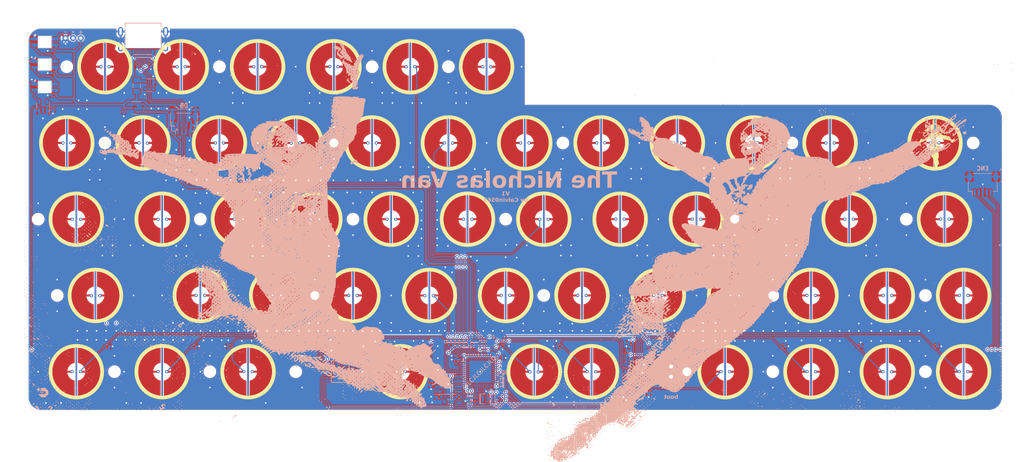
<source format=kicad_pcb>
(kicad_pcb (version 20240108) (generator "pcbnew") (generator_version "8.0")
  (layers (0 "F.Cu" signal) (1 "In1.Cu" signal) (2 "In2.Cu" signal) (31 "B.Cu" signal) (34 "B.Paste" user) (35 "F.Paste" user) (36 "B.SilkS" user "B.Silkscreen") (37 "F.SilkS" user "F.Silkscreen") (38 "B.Mask" user) (39 "F.Mask" user) (44 "Edge.Cuts" user))
  (net 0 "")
  (net 1 "GND")
  (net 2 "ROW0")
  (net 3 "COL0")
  (net 4 "COL1")
  (net 5 "COL2")
  (net 6 "COL3")
  (net 7 "COL4")
  (net 8 "COL5")
  (net 9 "ROW1")
  (net 10 "COL6")
  (net 11 "COL7")
  (net 12 "COL8")
  (net 13 "COL9")
  (net 14 "COL10")
  (net 15 "COL11")
  (net 16 "ROW2")
  (net 17 "ROW3")
  (net 18 "ROW4")
  (net 19 "Net-(U1-VCAP1)")
  (net 20 "VBAT")
  (net 21 "+5V")
  (net 22 "APLEX_OUT_PIN_0")
  (net 23 "VCC")
  (net 24 "ADC")
  (net 25 "Net-(JP1-B)")
  (net 26 "Net-(U1-PA10)")
  (net 27 "Net-(U1-PB12)")
  (net 28 "Net-(U1-PB13)")
  (net 29 "Net-(U1-PB14)")
  (net 30 "Net-(U1-PB15)")
  (net 31 "Net-(U1-PA8)")
  (net 32 "NRST")
  (net 33 "BOOT1")
  (net 34 "BOOT0")
  (net 36 "XTAL0")
  (net 37 "XTAL1")
  (net 42 "APLEX_EN_PIN_0")
  (net 43 "APLEX_EN_PIN_1")
  (net 45 "D-")
  (net 46 "D+")
  (net 47 "SWDIO")
  (net 48 "SWCLK")
  (net 50 "AMUX_SEL_2")
  (net 51 "AMUX_SEL_1")
  (net 52 "AMUX_SEL_0")
  (net 57 "ARGB_3V3")
  (net 58 "ARGB_5V")
  (net 59 "Net-(LED1-DOUT)")
  (net 60 "Net-(LED2-DOUT)")
  (net 61 "ARGB")
  (net 62 "Net-(J3-CC1)")
  (net 64 "Net-(J3-CC2)")
  (net 66 "ENC1")
  (net 67 "ENC2")
  (net 68 "SW1")
  (net 69 "SW2")
  (footprint "cipulot_parts:ecs_pad_1U_no_ring" (layer "F.Cu") (at 119.0625 96.8375)
    (property "Reference" "SW_EC23")
    (property "Value" "Topre" (hide yes))
  )
  (footprint "cipulot_parts:ecs_pad_1U_no_ring" (layer "F.Cu") (at 176.2125 96.8375)
    (property "Reference" "SW_EC26")
    (property "Value" "Topre" (hide yes))
  )
  (footprint "cipulot_parts:HOLE_M2" (layer "F.Cu") (at 161.925 77.7875)
    (property "Reference" "H7" (hide yes))
    (property "Value" "MountingHole" (hide yes))
  )
  (footprint "cipulot_parts:HOLE_M2" (layer "F.Cu") (at 73.81875 134.9375)
    (property "Reference" "H22" (hide yes))
    (property "Value" "MountingHole" (hide yes))
  )
  (footprint "cipulot_parts:ecs_pad_1U_no_ring" (layer "F.Cu") (at 45.24375 115.8875)
    (property "Reference" "SW_EC31")
    (property "Value" "Topre" (hide yes))
  )
  (footprint "cipulot_parts:ecs_pad_1U_no_ring" (layer "F.Cu") (at 71.4375 115.8875 180)
    (property "Reference" "SW_EC32")
    (property "Value" "Topre" (hide yes))
  )
  (footprint "cipulot_parts:ecs_pad_1U_no_ring" (layer "F.Cu") (at 223.8375 134.9375 180)
    (property "Reference" "SW_EC50")
    (property "Value" "Topre" (hide yes))
  )
  (footprint "cipulot_parts:HOLE_M2" (layer "F.Cu") (at 252.4125 134.9375)
    (property "Reference" "H26" (hide yes))
    (property "Value" "MountingHole" (hide yes))
  )
  (footprint "cipulot_parts:ecs_pad_1U_no_ring" (layer "F.Cu") (at 95.25 77.7875)
    (property "Reference" "SW_EC10")
    (property "Value" "Topre" (hide yes))
  )
  (footprint "cipulot_parts:HOLE_M2" (layer "F.Cu") (at 147.6375 96.8375)
    (property "Reference" "H13" (hide yes))
    (property "Value" "MountingHole" (hide yes))
  )
  (footprint "cipulot_parts:HOLE_M2" (layer "F.Cu") (at 219.075 77.7875)
    (property "Reference" "H8" (hide yes))
    (property "Value" "MountingHole" (hide yes))
  )
  (footprint "cipulot_parts:ecs_pad_1U_no_ring" (layer "F.Cu") (at 114.3 77.7875)
    (property "Reference" "SW_EC11")
    (property "Value" "Topre" (hide yes))
  )
  (footprint "cipulot_parts:ecs_pad_1U_no_ring" (layer "F.Cu") (at 157.1625 96.8375)
    (property "Reference" "SW_EC25")
    (property "Value" "Topre" (hide yes))
  )
  (footprint "cipulot_parts:HOLE_M2" (layer "F.Cu") (at 214.3125 115.8875)
    (property "Reference" "H19" (hide yes))
    (property "Value" "MountingHole" (hide yes))
  )
  (footprint "cipulot_parts:HOLE_M2" (layer "F.Cu") (at 114.3 58.7375)
    (property "Reference" "H3" (hide yes))
    (property "Value" "MountingHole" (hide yes))
  )
  (footprint "cipulot_parts:ecs_pad_1U_no_ring" (layer "F.Cu") (at 204.7875 115.8875 180)
    (property "Reference" "SW_EC39")
    (property "Value" "Topre" (hide yes))
  )
  (footprint "cipulot_parts:HOLE_M2" (layer "F.Cu") (at 157.1625 115.8875)
    (property "Reference" "H18" (hide yes))
    (property "Value" "MountingHole" (hide yes))
  )
  (footprint "cipulot_parts:ecs_pad_1U_no_ring" (layer "F.Cu") (at 214.3125 96.8375)
    (property "Reference" "SW_EC28")
    (property "Value" "Topre" (hide yes))
  )
  (footprint "cipulot_parts:ecs_pad_1U_no_ring" (layer "F.Cu") (at 80.9625 96.8375)
    (property "Reference" "SW_EC21")
    (property "Value" "Topre" (hide yes))
  )
  (footprint "cipulot_parts:HOLE_M2" (layer "F.Cu") (at 35.71875 115.8875)
    (property "Reference" "H16" (hide yes))
    (property "Value" "MountingHole" (hide yes))
  )
  (footprint "cipulot_parts:HOLE_M2" (layer "F.Cu") (at 214.3125 134.9375)
    (property "Reference" "H25" (hide yes))
    (property "Value" "MountingHole" (hide yes))
  )
  (footprint "cipulot_parts:HOLE_M2" (layer "F.Cu") (at 192.88125 134.9375)
    (property "Reference" "H24" (hide yes))
    (property "Value" "MountingHole" (hide yes))
  )
  (footprint "cipulot_parts:ecs_pad_1U_no_ring" (layer "F.Cu") (at 76.2 77.7875)
    (property "Reference" "SW_EC9")
    (property "Value" "Topre" (hide yes))
  )
  (footprint "cipulot_parts:HOLE_M2" (layer "F.Cu") (at 38.1 58.7375)
    (property "Reference" "H1" (hide yes))
    (property "Value" "MountingHole" (hide yes))
  )
  (footprint "cipulot_parts:ecs_pad_1U_no_ring" (layer "F.Cu") (at 261.9375 134.9375 180)
    (property "Reference" "SW_EC54")
    (property "Value" "Topre" (hide yes))
  )
  (footprint "cipulot_parts:ecs_pad_1U_no_ring" (layer "F.Cu") (at 38.1 77.7875)
    (property "Reference" "SW_EC7")
    (property "Value" "Topre" (hide yes))
  )
  (footprint "cipulot_parts:ecs_pad_1U_no_ring" (layer "F.Cu") (at 128.5875 115.8875 180)
    (property "Reference" "SW_EC35")
    (property "Value" "Topre" (hide yes))
  )
  (footprint "cipulot_parts:HOLE_M2" (layer "F.Cu") (at 252.4125 115.8875)
    (property "Reference" "H20" (hide yes))
    (property "Value" "MountingHole" (hide yes))
  )
  (footprint "cipulot_parts:ecs_pad_1U_no_ring" (layer "F.Cu") (at 40.48125 96.8375)
    (property "Reference" "SW_EC19")
    (property "Value" "Topre" (hide yes))
  )
  (footprint "cipulot_parts:HOLE_M2" (layer "F.Cu") (at 100.0125 115.8875)
    (property "Reference" "H17" (hide yes))
    (property "Value" "MountingHole" (hide yes))
  )
  (footprint "cipulot_parts:HOLE_M2" (layer "F.Cu") (at 264.31875 77.7875)
    (property "Reference" "H9" (hide yes))
    (property "Value" "MountingHole" (hide yes))
  )
  (footprint "cipulot_parts:ecs_pad_1U_no_ring" (layer "F.Cu") (at 109.5375 115.8875 180)
    (property "Reference" "SW_EC34")
    (property "Value" "Topre" (hide yes))
  )
  (footprint "cipulot_parts:ecs_pad_1U_no_ring" (layer "F.Cu") (at 104.775 58.7375 180)
    (property "Reference" "SW_EC4")
    (property "Value" "Topre" (hide yes))
  )
  (footprint "cipulot_parts:ecs_pad_1U_no_ring" (layer "F.Cu") (at 166.6875 115.8875 180)
    (property "Reference" "SW_EC37")
    (property "Value" "Topre" (hide yes))
  )
  (footprint "cipulot_parts:HOLE_M2" (layer "F.Cu") (at 71.4375 96.8375)
    (property "Reference" "H11" (hide yes))
    (property "Value" "MountingHole" (hide yes))
  )
  (footprint "cipulot_parts:ecs_pad_1U_no_ring" (layer "F.Cu") (at 185.7375 115.8875 180)
    (property "Reference" "SW_EC38")
    (property "Value" "Topre" (hide yes))
  )
  (footprint "cipulot_parts:ecs_pad_1U_no_ring" (layer "F.Cu") (at 209.55 77.7875)
    (property "Reference" "SW_EC16")
    (property "Value" "Topre" (hide yes))
  )
  (footprint "cipulot_parts:ecs_pad_1U_no_ring" (layer "F.Cu") (at 123.825 58.7375 180)
    (property "Reference" "SW_EC5")
    (property "Value" "Topre" (hide yes))
  )
  (footprint "cipulot_parts:ecs_pad_1U_no_ring" (layer "F.Cu") (at 40.48125 134.9375)
    (property "Reference" "SW_EC43")
    (property "Value" "Topre" (hide yes))
  )
  (footprint "cipulot_parts:HOLE_M2" (layer "F.Cu") (at 76.2 58.7375)
    (property "Reference" "H2" (hide yes))
    (property "Value" "MountingHole" (hide yes))
  )
  (footprint "cipulot_parts:ecs_pad_1U_no_ring" (layer "F.Cu") (at 233.3625 96.8375)
    (property "Reference" "SW_EC29")
    (property "Value" "Topre" (hide yes))
  )
  (footprint "cipulot_parts:ecs_pad_1U_no_ring" (layer "F.Cu") (at 261.9375 115.8875)
    (property "Reference" "SW_EC42")
    (property "Value" "Topre" (hide yes))
  )
  (footprint "cipulot_parts:ecs_pad_1U_no_ring" (layer "F.Cu") (at 257.175 96.8375)
    (property "Reference" "SW_EC30")
    (property "Value" "Topre" (hide yes))
  )
  (footprint "cipulot_parts:ecs_6.25U_space_stab" (layer "F.Cu") (at 154.78125 134.9375)
    (property "Reference" "REF**")
    (property "Value" "Value " (hide yes))
  )
  (footprint "cipulot_parts:ecs_pad_1U_no_ring" (layer "F.Cu") (at 66.675 58.7375 180)
    (property "Reference" "SW_EC2")
    (property "Value" "Topre" (hide yes))
  )
  (footprint "cipulot_parts:ecs_pad_1U_no_ring" (layer "F.Cu") (at 61.9125 96.8375)
    (property "Reference" "SW_EC20")
    (property "Value" "Topre" (hide yes))
  )
  (footprint "cipulot_parts:HOLE_M2" (layer "F.Cu") (at 30.95625 96.8375)
    (property "Reference" "H10" (hide yes))
    (property "Value" "MountingHole" (hide yes))
  )
  (footprint "cipulot_parts:ecs_pad_1U_no_ring" (layer "F.Cu") (at 133.35 77.7875)
    (property "Reference" "SW_EC12")
    (property "Value" "Topre" (hide yes))
  )
  (footprint "cipulot_parts:ecs_pad_1U_no_ring" (layer "F.Cu") (at 147.6375 115.8875)
    (property "Reference" "SW_EC36")
    (property "Value" "Topre" (hide yes))
  )
  (footprint "cipulot_parts:ecs_pad_1U_no_ring" (layer "F.Cu") (at 228.6 77.7875)
    (property "Reference" "SW_EC17")
    (property "Value" "Topre" (hide yes))
  )
  (footprint "cipulot_parts:ecs_pad_1U_no_ring" (layer "F.Cu") (at 152.4 77.7875)
    (property "Reference" "SW_EC13")
    (property "Value" "Topre" (hide yes))
  )
  (footprint "cipulot_parts:ecs_pad_1U_no_ring" (layer "F.Cu") (at 85.725 58.7375 180)
    (property "Reference" "SW_EC3")
    (property "Value" "Topre" (hide yes))
  )
  (footprint "cipulot_parts:ecs_pad_1U_no_ring" (layer "F.Cu") (at 171.45 77.7875)
    (property "Reference" "SW_EC14")
    (property "Value" "Topre" (hide yes))
  )
  (footprint "cipulot_parts:HOLE_M2" (layer "F.Cu") (at 204.7875 96.8375)
    (property "Reference" "H14" (hide yes))
    (property "Value" "MountingHole" (hide yes))
  )
  (footprint "cipulot_parts:ecs_pad_1U_no_ring" (layer "F.Cu") (at 202.40625 134.9375 180)
    (property "Reference" "SW_EC49")
    (property "Value" "Topre" (hide yes))
  )
  (footprint "cipulot_parts:ecs_pad_1U_no_ring" (layer "F.Cu") (at 242.8875 115.8875 180)
    (property "Reference" "SW_EC41")
    (property "Value" "Topre" (hide yes))
  )
  (footprint "cipulot_parts:ecs_pad_1U_no_ring" (layer "F.Cu") (at 154.78125 134.9375 180)
    (property "Reference" "SW_EC47")
    (property "Value" "Topre" (hide yes))
  )
  (footprint "cipulot_parts:ecs_pad_1U_no_ring" (layer "F.Cu") (at 169.06875 134.9375 180)
    (property "Reference" "SW_EC48")
    (property "Value" "Topre" (hide yes))
  )
  (footprint "cipulot_parts:ecs_pad_1U_no_ring" (layer "F.Cu") (at 223.8375 115.8875 180)
    (property "Reference" "SW_EC40")
    (property "Value" "Topre" (hide yes))
  )
  (footprint "cipulot_parts:ecs_pad_1U_no_ring" (layer "F.Cu") (at 83.34375 134.9375 180)
    (property "Reference" "SW_EC45")
    (property "Value" "Topre" (hide yes))
  )
  (footprint "cipulot_parts:ecs_pad_1U_no_ring" (layer "F.Cu") (at 138.1125 96.8375)
    (property "Reference" "SW_EC24")
    (property "Value" "Topre" (hide yes))
  )
  (footprint "cipulot_parts:HOLE_M2" (layer "F.Cu") (at 50.00625 134.9375)
    (property "Reference" "H21" (hide yes))
    (property "Value" "MountingHole" (hide yes))
  )
  (footprint "cipulot_parts:ecs_pad_1U_no_ring" (layer "F.Cu") (at 142.875 58.7375 180)
    (property "Reference" "SW_EC6")
    (property "Value" "Topre" (hide yes))
  )
  (footprint "cipulot_parts:ecs_pad_1U_no_ring" (layer "F.Cu") (at 195.2625 96.8375)
    (property "Reference" "SW_EC27")
    (property "Value" "Topre" (hide yes))
  )
  (footprint "cipulot_parts:ecs_pad_1U_no_ring" (layer "F.Cu") (at 100.0125 96.8375)
    (property "Reference" "SW_EC22")
    (property "Value" "Topre" (hide yes))
  )
  (footprint "cipulot_parts:HOLE_M2" (layer "F.Cu") (at 47.625 77.7875)
    (property "Reference" "H5" (hide yes))
    (property "Value" "MountingHole" (hide yes))
  )
  (footprint "cipulot_parts:HOLE_M2" (layer "F.Cu") (at 95.25 134.9375)
    (property "Reference" "H23" (hide yes))
    (property "Value" "MountingHole" (hide yes))
  )
  (footprint "cipulot_parts:HOLE_M2" (layer "F.Cu") (at 109.5375 96.8375)
    (property "Reference" "H12" (hide yes))
    (property "Value" "MountingHole" (hide yes))
  )
  (footprint "LOGO" (layer "F.Cu") (at 254.79375 77.7875)
    (property "Reference" "G***" (hide yes))
    (property "Value" "LOGO" (hide yes))
  )
  (footprint "cipulot_parts:ecs_pad_1U_no_ring" (layer "F.Cu") (at 90.4875 115.8875 180)
    (property "Reference" "SW_EC33")
    (property "Value" "Topre" (hide yes))
  )
  (footprint "cipulot_parts:ecs_pad_1U_no_ring" (layer "F.Cu") (at 61.9125 134.9375)
    (property "Reference" "SW_EC44")
    (property "Value" "Topre" (hide yes))
  )
  (footprint "cipulot_parts:ecs_pad_1U_no_ring" (layer "F.Cu") (at 190.5 77.7875)
    (property "Reference" "SW_EC15")
    (property "Value" "Topre" (hide yes))
  )
  (footprint "cipulot_parts:ecs_pad_1U_no_ring" (layer "F.Cu") (at 242.8875 134.9375 180)
    (property "Reference" "SW_EC51")
    (property "Value" "Topre" (hide yes))
  )
  (footprint "cipulot_parts:ecs_pad_1U_no_ring" (layer "F.Cu") (at 57.15 77.7875)
    (property "Reference" "SW_EC8")
    (property "Value" "Topre" (hide yes))
  )
  (footprint "cipulot_parts:ecs_pad_1U_no_ring" (layer "F.Cu") (at 254.79375 77.7875)
    (property "Reference" "SW_EC18")
    (property "Value" "Topre" (hide yes))
  )
  (footprint "cipulot_parts:HOLE_M2" (layer "F.Cu") (at 247.65 96.8375)
    (property "Reference" "H15" (hide yes))
    (property "Value" "MountingHole" (hide yes))
  )
  (footprint "cipulot_parts:ecs_pad_1U_no_ring" (layer "F.Cu") (at 121.44375 134.9375 180)
    (property "Reference" "SW_EC46")
    (property "Value" "Topre" (hide yes))
  )
  (footprint "cipulot_parts:HOLE_M2" (layer "F.Cu") (at 104.775 77.7875)
    (property "Reference" "H6" (hide yes))
    (property "Value" "MountingHole" (hide yes))
  )
  (footprint "cipulot_parts:HOLE_M2" (layer "F.Cu") (at 133.35 58.7375)
    (property "Reference" "H4" (hide yes))
    (property "Value" "MountingHole" (hide yes))
  )
  (footprint "cipulot_parts:ecs_pad_1U_no_ring" (layer "F.Cu") (at 47.625 58.7375 180)
    (property "Reference" "SW_EC1")
    (property "Value" "Topre" (hide yes))
  )
  (footprint "Capacitor_SMD:C_0402_1005Metric" (layer "B.Cu") (at 139.442322 141.057223 -90)
    (property "Reference" "C6" (hide yes))
    (property "Value" "100n")
  )
  (footprint "Resistor_SMD:R_0402_1005Metric" (layer "B.Cu") (at 137.707458 127.763239 -90)
    (property "Reference" "R6" (hide yes))
    (property "Value" "100")
  )
  (footprint "Resistor_SMD:R_0402_1005Metric" (layer "B.Cu") (at 69.899148 128.5875)
    (property "Reference" "R15" (hide yes))
    (property "Value" "100k")
  )
  (footprint "Resistor_SMD:R_0402_1005Metric" (layer "B.Cu") (at 216.69375 128.5875)
    (property "Reference" "R24" (hide yes))
    (property "Value" "100k")
  )
  (footprint "Resistor_SMD:R_0402_1005Metric" (layer "B.Cu") (at 135.578946 127.735266 -90)
    (property "Reference" "R4" (hide yes))
    (property "Value" "100")
  )
  (footprint "Resistor_SMD:R_0402_1005Metric" (layer "B.Cu") (at 130.96875 141.19375 180)
    (property "Reference" "R19" (hide yes))
    (property "Value" "1k")
  )
  (footprint "LOGO" (layer "B.Cu") (at 134.14375 108.74375 180)
    (property "Reference" "G***" (hide yes))
    (property "Value" "LOGO" (hide yes))
  )
  (footprint "Crystal:Resonator_SMD_Murata_CSTxExxV-3Pin_3.0x1.1mm" (layer "B.Cu") (at 143.157464 141.748285)
    (property "Reference" "Y1" (hide yes))
    (property "Value" "8 MHz")
  )
  (footprint "Capacitor_SMD:C_0402_1005Metric" (layer "B.Cu") (at 34.925 54.76875 180)
    (property "Reference" "C15" (hide yes))
    (property "Value" "100n")
  )
  (footprint "Resistor_SMD:R_0402_1005Metric" (layer "B.Cu") (at 254.79375 128.577309)
    (property "Reference" "R26" (hide yes))
    (property "Value" "100k")
  )
  (footprint "Package_DFN_QFN:QFN-48-1EP_7x7mm_P0.5mm_EP5.6x5.6mm" (layer "B.Cu") (at 141.2875 134.9375 90)
    (property "Reference" "U1" (hide yes))
    (property "Value" "STM32F401CBUx")
  )
  (footprint "Capacitor_SMD:C_0402_1005Metric" (layer "B.Cu") (at 138.345929 141.057223 -90)
    (property "Reference" "C13" (hide yes))
    (property "Value" "100n")
  )
  (footprint "Connector_PinHeader_1.27mm:PinHeader_1x03_P1.27mm_Vertical" (layer "B.Cu") (at 38.4175 51.59375 -90)
    (property "Reference" "J5" (hide yes))
    (property "Value" "ARGB")
  )
  (footprint "Resistor_SMD:R_0402_1005Metric" (layer "B.Cu") (at 55.753 58.085 -90)
    (property "Reference" "R12" (hide yes))
    (property "Value" "5.1k")
  )
  (footprint "cipulot_parts:TSSOP16" (layer "B.Cu") (at 180.975 134.9375 -90)
    (property "Reference" "U6")
    (property "Value" "74HC4051")
  )
  (footprint "Connector_PinHeader_2.54mm:PinHeader_1x02_P2.54mm_Vertical" (layer "B.Cu") (at 188.9125 133.6625 180)
    (property "Reference" "SW1" (hide yes))
    (property "Value" "BOOT0")
  )
  (footprint "Connector_JST:JST_SH_SM04B-SRSS-TB_1x04-1MP_P1.00mm_Horizontal" (layer "B.Cu") (at 67.34375 73.025)
    (property "Reference" "J1" (hide yes))
    (property "Value" "JST SH")
  )
  (footprint "Resistor_SMD:R_0402_1005Metric" (layer "B.Cu") (at 104.49125 127.79375 180)
    (property "Reference" "R17" (hide yes))
    (property "Value" "100k")
  )
  (footprint "Package_TO_SOT_SMD:SOT-143" (layer "B.Cu") (at 58.735621 63.354972 180)
    (property "Reference" "D1" (hide yes))
    (property "Value" "PRTR5V0U2X")
  )
  (footprint "cipulot_parts:TSSOP16" (layer "B.Cu") (at 106.3625 134.9375 -90)
    (property "Reference" "U4")
    (property "Value" "74HC4051")
  )
  (footprint "Connector_JST:JST_SH_SM05B-SRSS-TB_1x05-1MP_P1.00mm_Horizontal" (layer "B.Cu") (at 266.7 88.10625)
    (property "Reference" "J4" (hide yes))
    (property "Value" "Conn_01x05")
  )
  (footprint "Resistor_SMD:R_0402_1005Metric" (layer "B.Cu") (at 136.652 127.745871 -90)
    (property "Reference" "R5" (hide yes))
    (property "Value" "100")
  )
  (footprint "Resistor_SMD:R_0402_1005Metric" (layer "B.Cu") (at 161.13125 128.5875 180)
    (property "Reference" "R21" (hide yes))
    (property "Value" "100k")
  )
  (footprint "Capacitor_SMD:C_0402_1005Metric" (layer "B.Cu") (at 140.445929 141.064658 -90)
    (property "Reference" "C7" (hide yes))
    (property "Value" "1u")
  )
  (footprint "Resistor_SMD:R_0402_1005Metric" (layer "B.Cu") (at 134.493 127.736234 -90)
    (property "Reference" "R3" (hide yes))
    (property "Value" "100")
  )
  (footprint "Resistor_SMD:R_0402_1005Metric" (layer "B.Cu") (at 146.84375 135.73125)
    (property "Reference" "R11" (hide yes))
    (property "Value" "10k")
  )
  (footprint "Fuse:Fuse_1206_3216Metric" (layer "B.Cu") (at 55.5625 63.5 -90)
    (property "Reference" "F_USBC1" (hide yes))
    (property "Value" "500mA")
  )
  (footprint "Resistor_SMD:R_0402_1005Metric" (layer "B.Cu") (at 139.949723 142.663937)
    (property "Reference" "R8" (hide yes))
    (property "Value" "10k")
  )
  (footprint "cipulot_parts:SK6812-MINI-E" (layer "B.Cu") (at 32.6 63.8175 180)
    (property "Reference" "LED1" (hide yes))
    (property "Value" "SK6812MINI-E" (hide yes))
    (fp_line (start 1.7 1.5) (end 1.7 -1.5) (stroke (width 0.12)) (layer "Edge.Cuts"))
    (fp_line (start 1.7 -1.5) (end -1.7 -1.5) (stroke (width 0.12)) (layer "Edge.Cuts"))
    (fp_line (start -1.7 1.5) (end 1.7 1.5) (stroke (width 0.12)) (layer "Edge.Cuts"))
    (fp_line (start -1.7 -1.5) (end -1.7 1.5) (stroke (width 0.12)) (layer "Edge.Cuts"))
  )
  (footprint "Resistor_SMD:R_0402_1005Metric" (layer "B.Cu") (at 48.135 128.5875)
    (property "Reference" "R16" (hide yes))
    (property "Value" "100k")
  )
  (footprint "Capacitor_SMD:C_0402_1005Metric" (layer "B.Cu") (at 136.331787 132.431388 90)
    (property "Reference" "C1" (hide yes))
    (property "Value" "4.7u")
  )
  (footprint "Capacitor_SMD:C_0402_1005Metric" (layer "B.Cu") (at 34.925 65.85993 180)
    (property "Reference" "C17" (hide yes))
    (property "Value" "100n")
  )
  (footprint "cipulot_parts:SK6812-MINI-E" (layer "B.Cu") (at 32.599 52.5525 180)
    (property "Reference" "LED3" (hide yes))
    (property "Value" "SK6812MINI-E" (hide yes))
    (fp_line (start 1.7 1.5) (end 1.7 -1.5) (stroke (width 0.12)) (layer "Edge.Cuts"))
    (fp_line (start 1.7 -1.5) (end -1.7 -1.5) (stroke (width 0.12)) (layer "Edge.Cuts"))
    (fp_line (start -1.7 1.5) (end 1.7 1.5) (stroke (width 0.12)) (layer "Edge.Cuts"))
    (fp_line (start -1.7 -1.5) (end -1.7 1.5) (stroke (width 0.12)) (layer "Edge.Cuts"))
  )
  (footprint "Resistor_SMD:R_0402_1005Metric" (layer "B.Cu") (at 113.699913 128.577309 180)
    (property "Reference" "R18" (hide yes))
    (property "Value" "100k")
  )
  (footprint "Resistor_SMD:R_0402_1005Metric" (layer "B.Cu") (at 59.055 58.085 -90)
    (property "Reference" "R13" (hide yes))
    (property "Value" "5.1k")
  )
  (footprint "Package_SO:SOIC-8_3.9x4.9mm_P1.27mm" (layer "B.Cu") (at 133.35 138.01875)
    (property "Reference" "U5" (hide yes))
    (property "Value" "OPA350")
  )
  (footprint "Resistor_SMD:R_0402_1005Metric" (layer "B.Cu") (at 235.74375 128.5875)
    (property "Reference" "R25" (hide yes))
    (property "Value" "100k")
  )
  (footprint "Package_TO_SOT_SMD:SOT-23" (layer "B.Cu") (at 54.916939 69.05625 180)
    (property "Reference" "U2" (hide yes))
    (property "Value" "XC6206PxxxMR")
  )
  (footprint "Capacitor_SMD:C_0402_1005Metric" (layer "B.Cu") (at 52.313712 69.548759 -90)
    (property "Reference" "C8" (hide yes))
    (property "Value" "1u")
  )
  (footprint "USB4510-03-1-A:USB4510031A" (layer "B.Cu") (at 57.15 51.1)
    (property "Reference" "J3" (hide yes))
    (property "Value" "USB_C sink board 1.3mm" (hide yes))
  )
  (footprint "Capacitor_SMD:C_0402_1005Metric" (layer "B.Cu") (at 57.702555 69.589871 90)
    (property "Reference" "C9" (hide yes))
    (property "Value" "1u")
  )
  (footprint "Package_TO_SOT_SMD:SOT-23-5" (layer "B.Cu") (at 32.2 68.609875 90)
    (property "Reference" "U3" (hide yes))
    (property "Value" "74AHCT1G125")
  )
  (footprint "Resistor_SMD:R_0402_1005Metric" (layer "B.Cu") (at 178.8775 127.79375 180)
    (property "Reference" "R20" (hide yes))
    (property "Value" "100k")
  )
  (footprint "Capacitor_SMD:C_0402_1005Metric" (layer "B.Cu") (at 34.925 60.325 180)
    (property "Reference" "C16" (hide yes))
    (property "Value" "100n")
  )
  (footprint "Capacitor_SMD:C_0402_1005Metric" (layer "B.Cu") (at 146.85568 137.121052)
    (property "Reference" "C5" (hide yes))
    (property "Value" "100n")
  )
  (footprint "LOGO" (layer "B.Cu") (at 32.127252 140.067972 180)
    (property "Reference" "G***" (hide yes))
    (property "Value" "LOGO" (hide yes))
  )
  (footprint "Capacitor_SMD:C_0402_1005Metric" (layer "B.Cu") (at 129.007714 137.853131 90)
    (property "Reference" "C12" (hide yes))
    (property "Value" "220p")
  )
  (footprint "cipulot_parts:SK6812-MINI-E" (layer "B.Cu") (at 32.599 58.185 180)
    (property "Reference" "LED2" (hide yes))
    (property "Value" "SK6812MINI-E" (hide yes))
    (fp_line (start 1.7 1.5) (end 1.7 -1.5) (stroke (width 0.12)) (layer "Edge.Cuts"))
    (fp_line (start 1.7 -1.5) (end -1.7 -1.5) (stroke (width 0.12)) (layer "Edge.Cuts"))
    (fp_line (start -1.7 1.5) (end 1.7 1.5) (stroke (width 0.12)) (layer "Edge.Cuts"))
    (fp_line (start -1.7 -1.5) (end -1.7 1.5) (stroke (width 0.12)) (layer "Edge.Cuts"))
  )
  (footprint "Resistor_SMD:R_0402_1005Metric" (layer "B.Cu") (at 139.319 127.76166 90)
    (property "Reference" "R1" (hide yes))
    (property "Value" "100k")
  )
  (footprint "Resistor_SMD:R_0402_1005Metric" (layer "B.Cu") (at 146.84375 128.5875 180)
    (property "Reference" "R22" (hide yes))
    (property "Value" "100k")
  )
  (footprint "Capacitor_SMD:C_0402_1005Metric" (layer "B.Cu") (at 146.866593 138.167485)
    (property "Reference" "C2" (hide yes))
    (property "Value" "100n")
  )
  (footprint "Capacitor_SMD:C_0402_1005Metric" (layer "B.Cu") (at 135.763 130.937 180)
    (property "Reference" "C3" (hide yes))
    (property "Value" "100n")
  )
  (footprint "Resistor_SMD:R_0402_1005Metric" (layer "B.Cu") (at 136.015 141.19375)
    (property "Reference" "R7" (hide yes))
    (property "Value" "100k")
  )
  (footprint "Capacitor_SMD:C_0402_1005Metric" (layer "B.Cu") (at 146.33125 131.48125)
    (property "Reference" "C4" (hide yes))
    (property "Value" "100n")
  )
  (footprint "Resistor_SMD:R_0402_1005Metric" (layer "B.Cu") (at 135.252011 132.413511 -90)
    (property "Reference" "R9" (hide yes))
    (property "Value" "10k")
  )
  (footprint "Connector_Molex:Molex_Pico-EZmate_78171-0004_1x04-1MP_P1.20mm_Vertical" (layer "B.Cu") (at 67.34375 71.4375)
    (property "Reference" "J2" (hide yes))
    (property "Value" "Pico EZmate")
  )
  (footprint "Resistor_SMD:R_0402_1005Metric" (layer "B.Cu") (at 78.865 128.5875 180)
    (property "Reference" "R10" (hide yes))
    (property "Value" "100k")
  )
  (footprint "Resistor_SMD:R_0402_1005Metric" (layer "B.Cu") (at 133.428916 127.728308 -90)
    (property "Reference" "R2" (hide yes))
    (property "Value" "100")
  )
  (footprint "Capacitor_SMD:C_0402_1005Metric" (layer "B.Cu") (at 103.1875 130.175 90)
    (property "Reference" "C11" (hide yes))
    (property "Value" "100n")
  )
  (footprint "Capacitor_SMD:C_0402_1005Metric" (layer "B.Cu") (at 177.8 130.175 90)
    (property "Reference" "C14" (hide yes))
    (property "Value" "100n")
  )
  (footprint "Resistor_SMD:R_0402_1005Metric" (layer "B.Cu") (at 183.35625 139.7 -90)
    (property "Reference" "R23" (hide yes))
    (property "Value" "100k")
  )
  (footprint "Resistor_SMD:R_0603_1608Metric_Pad0.98x0.95mm_HandSolder" (layer "B.Cu") (at 133.367192 142.496607 180)
    (property "Reference" "JP1" (hide yes))
    (property "Value" "Ext_Res")
  )
  (footprint "Capacitor_SMD:C_0402_1005Metric" (layer "B.Cu") (at 34.652 69.034 -90)
    (property "Reference" "C18" (hide yes))
    (property "Value" "100n")
  )
  (gr_line (start 28.575 141.2875) (end 28.575 71.4375) (stroke (width 0.05)) (layer "Edge.Cuts"))
  (gr_line (start 51.2445 49.2125) (end 52.686296 49.2125) (stroke (width 0.05)) (layer "Edge.Cuts"))
  (gr_line (start 62.9285 49.2125) (end 149.225 49.2125) (stroke (width 0.05)) (layer "Edge.Cuts"))
  (gr_line (start 52.684425 54.07495) (end 61.625054 54.07495) (stroke (width 0.05)) (layer "Edge.Cuts"))
  (gr_arc (start 271.4625 141.2875) (mid 270.532559 143.532545) (end 268.2875 144.4625) (stroke (width 0.05)) (layer "Edge.Cuts"))
  (gr_line (start 31.75 49.2125) (end 51.2445 49.2125) (stroke (width 0.05)) (layer "Edge.Cuts"))
  (gr_line (start 28.575 71.4375) (end 28.575 52.3875) (stroke (width 0.05)) (layer "Edge.Cuts"))
  (gr_line (start 235.346875 68.2625) (end 161.925 68.2625) (stroke (width 0.05)) (layer "Edge.Cuts"))
  (gr_line (start 152.4 52.3875) (end 152.4 68.2625) (stroke (width 0.05)) (layer "Edge.Cuts"))
  (gr_arc (start 28.575 52.3875) (mid 29.504936 50.142436) (end 31.75 49.2125) (stroke (width 0.05)) (layer "Edge.Cuts"))
  (gr_arc (start 268.2875 68.2625) (mid 270.532556 69.192452) (end 271.4625 71.4375) (stroke (width 0.05)) (layer "Edge.Cuts"))
  (gr_line (start 235.346875 68.2625) (end 248.046875 68.2625) (stroke (width 0.05)) (layer "Edge.Cuts"))
  (gr_line (start 152.4 68.2625) (end 161.925 68.2625) (stroke (width 0.05)) (layer "Edge.Cuts"))
  (gr_line (start 61.625054 54.07495) (end 61.626296 49.2125) (stroke (width 0.05)) (layer "Edge.Cuts"))
  (gr_line (start 268.2875 144.4625) (end 31.75 144.4625) (stroke (width 0.05)) (layer "Edge.Cuts"))
  (gr_line (start 271.4625 71.4375) (end 271.4625 141.2875) (stroke (width 0.05)) (layer "Edge.Cuts"))
  (gr_arc (start 31.75 144.4625) (mid 29.504936 143.532564) (end 28.575 141.2875) (stroke (width 0.05)) (layer "Edge.Cuts"))
  (gr_line (start 52.686296 49.2125) (end 52.684425 54.07495) (stroke (width 0.05)) (layer "Edge.Cuts"))
  (gr_line (start 248.046875 68.2625) (end 268.2875 68.2625) (stroke (width 0.05)) (layer "Edge.Cuts"))
  (gr_line (start 62.9285 49.2125) (end 61.626296 49.2125) (stroke (width 0.05)) (layer "Edge.Cuts"))
  (gr_arc (start 149.225 49.2125) (mid 151.470039 50.142461) (end 152.4 52.3875) (stroke (width 0.05)) (layer "Edge.Cuts"))
  (gr_text "-" (at 37.797387 50.00625 0) (layer "B.SilkS") (effects (font (size 1 1)) (justify mirror)))
  (gr_text "The Nicholas Van" (at 148.43125 87.3125 0) (layer "B.SilkS") (effects (font (size 4 4) (thickness 0.6) (bold yes)) (justify mirror)))
  (gr_text "JLCJLCJLCJLC" (at 141.2875 134.9375 45) (layer "B.SilkS") (effects (font (size 1 1))))
  (gr_text "by Calvin0563\n" (at 147.6375 92.075 0) (layer "B.SilkS") (effects (font (size 1 1) (thickness 0.2) (bold yes)) (justify mirror)))
  (gr_text "^" (at 39.6875 50.65 0) (layer "B.SilkS") (effects (font (size 1.2 1.2) (thickness 0.2) (bold yes)) (justify mirror)))
  (gr_text "+" (at 41.575 50.00625 0) (layer "B.SilkS") (effects (font (size 1 1)) (justify mirror)))
  (gr_text "V1" (at 147.6375 90.4875 0) (layer "B.SilkS") (effects (font (size 1 1) (thickness 0.2) (bold yes)) (justify mirror)))
  (gr_text "DB" (at 67.345334 68.439173 0) (layer "B.SilkS") (effects (font (size 1 1) (thickness 0.2) (bold yes)) (justify mirror)))
  (gr_text "ENC" (at 266.7 84.1375 0) (layer "B.SilkS") (effects (font (size 1 1) (thickness 0.2) (bold yes)) (justify mirror)))
  (gr_text "boot" (at 188.9125 141.2875 0) (layer "B.SilkS") (effects (font (size 1 1) (thickness 0.2) (bold yes)) (justify mirror)))
  (via (at 50.475344 122.786056) (size 0.8) (drill 0.4) (layers "F.Cu" "B.Cu") (net 0))
  (via (at 48.023634 122.797251) (size 0.8) (drill 0.4) (layers "F.Cu" "B.Cu") (net 0))
  (via (at 214.3125 130.96875) (size 0.8) (drill 0.4) (layers "F.Cu" "B.Cu") (net 1))
  (via (at 219.075 81.75625) (size 0.8) (drill 0.4) (layers "F.Cu" "B.Cu") (net 1))
  (via (at 73.025 90.297) (size 0.8) (drill 0.4) (layers "F.Cu" "B.Cu") (net 1))
  (via (at 181.76875 124.742241) (size 0.8) (drill 0.4) (layers "F.Cu" "B.Cu") (net 1))
  (via (at 130.692326 128.558402) (size 0.8) (drill 0.4) (layers "F.Cu" "B.Cu") (net 1))
  (via (at 137.572029 142.288666) (size 0.8) (drill 0.4) (layers "F.Cu" "B.Cu") (net 1))
  (via (at 142.494 86.868) (size 0.8) (drill 0.4) (layers "F.Cu" "B.Cu") (net 1))
  (via (at 132.444299 124.7307) (size 0.8) (drill 0.4) (layers "F.Cu" "B.Cu") (net 1))
  (via (at 84.455 106.045) (size 0.8) (drill 0.4) (layers "F.Cu" "B.Cu") (net 1))
  (via (at 130.683 134.493) (size 0.8) (drill 0.4) (layers "F.Cu" "B.Cu") (net 1))
  (via (at 199.644 84.074) (size 0.8) (drill 0.4) (layers "F.Cu" "B.Cu") (net 1))
  (via (at 104.775 73.81875) (size 0.8) (drill 0.4) (layers "F.Cu" "B.Cu") (net 1))
  (via (at 130.556 90.17) (size 0.8) (drill 0.4) (layers "F.Cu" "B.Cu") (net 1))
  (via (at 129.016957 139.313985) (size 0.8) (drill 0.4) (layers "F.Cu" "B.Cu") (net 1))
  (via (at 200.027079 122.750277) (size 0.8) (drill 0.4) (layers "F.Cu" "B.Cu") (net 1))
  (via (at 130.556 103.378) (size 0.8) (drill 0.4) (layers "F.Cu" "B.Cu") (net 1))
  (via (at 134.173769 131.903511) (size 0.8) (drill 0.4) (layers "F.Cu" "B.Cu") (net 1))
  (via (at 123.317 103.505) (size 0.8) (drill 0.4) (layers "F.Cu" "B.Cu") (net 1))
  (via (at 65.405 106.045) (size 0.8) (drill 0.4) (layers "F.Cu" "B.Cu") (net 1))
  (via (at 129.033002 141.191231) (size 0.8) (drill 0.4) (layers "F.Cu" "B.Cu") (net 1))
  (via (at 266.7 96.8375) (size 0.8) (drill 0.4) (layers "F.Cu" "B.Cu") (net 1))
  (via (at 119.0625 124.742241) (size 0.8) (drill 0.4) (layers "F.Cu" "B.Cu") (net 1))
  (via (at 211.93125 124.742241) (size 0.8) (drill 0.4) (layers "F.Cu" "B.Cu") (net 1))
  (via (at 55.11776 124.719505) (size 0.8) (drill 0.4) (layers "F.Cu" "B.Cu") (net 1))
  (via (at 149.24739 124.738163) (size 0.8) (drill 0.4) (layers "F.Cu" "B.Cu") (net 1))
  (via (at 75.819 90.297) (size 0.8) (drill 0.4) (layers "F.Cu" "B.Cu") (net 1))
  (via (at 40.78168 126.989901) (size 0.8) (drill 0.4) (layers "F.Cu" "B.Cu") (net 1))
  (via (at 104.655601 83.944962) (size 0.8) (drill 0.4) (layers "F.Cu" "B.Cu") (net 1))
  (via (at 106.045 103.505) (size 0.8) (drill 0.4) (layers "F.Cu" "B.Cu") (net 1))
  (via (at 142.875 77.7875) (size 0.8) (drill 0.4) (layers "F.Cu" "B.Cu") (net 1))
  (via (at 101.219 65.278) (size 0.8) (drill 0.4) (layers "F.Cu" "B.Cu") (net 1))
  (via (at 130.556 97.028) (size 0.8) (drill 0.4) (layers "F.Cu" "B.Cu") (net 1))
  (via (at 125.857 106.045) (size 0.8) (drill 0.4) (layers "F.Cu" "B.Cu") (net 1))
  (via (at 43.815 84.455) (size 0.8) (drill 0.4) (layers "F.Cu" "B.Cu") (net 1))
  (via (at 128.5875 124.742241) (size 0.8) (drill 0.4) (layers "F.Cu" "B.Cu") (net 1))
  (via (at 130.713297 131.550693) (size 0.8) (drill 0.4) (layers "F.Cu" "B.Cu") (net 1))
  (via (at 41.02191 69.354541) (size 0.8) (drill 0.4) (layers "F.Cu" "B.Cu") (net 1))
  (via (at 119.38 65.278) (size 0.8) (drill 0.4) (layers "F.Cu" "B.Cu") (net 1))
  (via (at 37.084 69.342) (size 0.8) (drill 0.4) (layers "F.Cu" "B.Cu") (net 1))
  (via (at 196.852079 122.750277) (size 0.8) (drill 0.4) (layers "F.Cu" "B.Cu") (net 1))
  (via (at 106.045 106.045) (size 0.8) (drill 0.4) (layers "F.Cu" "B.Cu") (net 1))
  (via (at 126.20625 124.742241) (size 0.8) (drill 0.4) (layers "F.Cu" "B.Cu") (net 1))
  (via (at 52.3875 134.9375) (size 0.8) (drill 0.4) (layers "F.Cu" "B.Cu") (net 1))
  (via (at 126.619 97.155) (size 0.8) (drill 0.4) (layers "F.Cu" "B.Cu") (net 1))
  (via (at 238.935428 122.908104) (size 0.8) (drill 0.4) (layers "F.Cu" "B.Cu") (net 1))
  (via (at 32.14375 71.6375) (size 0.8) (drill 0.4) (layers "F.Cu" "B.Cu") (net 1))
  (via (at 196.85 127.254) (size 0.8) (drill 0.4) (layers "F.Cu" "B.Cu") (net 1))
  (via (at 140.843 112.014) (size 0.8) (drill 0.4) (layers "F.Cu" "B.Cu") (net 1))
  (via (at 92.202 90.17) (size 0.8) (drill 0.4) (layers "F.Cu" "B.Cu") (net 1))
  (via (at 68.707 82.042) (size 0.8) (drill 0.4) (layers "F.Cu" "B.Cu") (net 1))
  (via (at 124.524826 86.976027) (size 0.8) (drill 0.4) (layers "F.Cu" "B.Cu") (net 1))
  (via (at 214.3125 119.85625) (size 0.8) (drill 0.4) (layers "F.Cu" "B.Cu") (net 1))
  (via (at 71.4375 100.80625) (size 0.8) (drill 0.4) (layers "F.Cu" "B.Cu") (net 1))
  (via (at 40.765366 124.732142) (size 0.8) (drill 0.4) (layers "F.Cu" "B.Cu") (net 1))
  (via (at 216.154 86.614) (size 0.8) (drill 0.4) (layers "F.Cu" "B.Cu") (net 1))
  (via (at 221.488 127.127) (size 0.8) (drill 0.4) (layers "F.Cu" "B.Cu") (net 1))
  (via (at 64.645571 126.994056) (size 0.8) (drill 0.4) (layers "F.Cu" "B.Cu") (net 1))
  (via (at 96.8375 130.96875) (size 0.8) (drill 0.4) (layers "F.Cu" "B.Cu") (net 1))
  (via (at 76.2 62.70625) (size 0.8) (drill 0.4) (layers "F.Cu" "B.Cu") (net 1))
  (via (at 247.65 92.86875) (size 0.8) (drill 0.4) (layers "F.Cu" "B.Cu") (net 1))
  (via (at 71.4375 92.86875) (size 0.8) (drill 0.4) (layers "F.Cu" "B.Cu") (net 1))
  (via (at 126.238 142.621) (size 0.8) (drill 0.4) (layers "F.Cu" "B.Cu") (net 1))
  (via (at 104.136959 129.662503) (size 0.8) (drill 0.4) (layers "F.Cu" "B.Cu") (net 1))
  (via (at 50.00625 130.96875) (size 0.8) (drill 0.4) (layers "F.Cu" "B.Cu") (net 1))
  (via (at 216.154 84.074) (size 0.8) (drill 0.4) (layers "F.Cu" "B.Cu") (net 1))
  (via (at 204.7875 92.86875) (size 0.8) (drill 0.4) (layers "F.Cu" "B.Cu") (net 1))
  (via (at 184.94375 124.742241) (size 0.8) (drill 0.4) (layers "F.Cu" "B.Cu") (net 1))
  (via (at 30.95625 134.9375) (size 0.8) (drill 0.4) (layers "F.Cu" "B.Cu") (net 1))
  (via (at 147.6375 103.1875) (size 0.8) (drill 0.4) (layers "F.Cu" "B.Cu") (net 1))
  (via (at 214.3125 138.90625) (size 0.8) (drill 0.4) (layers "F.Cu" "B.Cu") (net 1))
  (via (at 153.998695 124.71985) (size 0.8) (drill 0.4) (layers "F.Cu" "B.Cu") (net 1))
  (via (at 220.218 105.918) (size 0.8) (drill 0.4) (layers "F.Cu" "B.Cu") (net 1))
  (via (at 230.996686 124.742241) (size 0.8) (drill 0.4) (layers "F.Cu" "B.Cu") (net 1))
  (via (at 142.767073 139.807927) (size 0.8) (drill 0.4) (layers "F.Cu" "B.Cu") (net 1))
  (via (at 217.4875 124.742241) (size 0.8) (drill 0.4) (layers "F.Cu" "B.Cu") (net 1))
  (via (at 61.9125 115.8875) (size 0.8) (drill 0.4) (layers "F.Cu" "B.Cu") (net 1))
  (via (at 47.625 81.75625) (size 0.8) (drill 0.4) (layers "F.Cu" "B.Cu") (net 1))
  (via (at 123.825 77.7875) (size 0.8) (drill 0.4) (layers "F.Cu" "B.Cu") (net 1))
  (via (at 116.84 65.278) (size 0.8) (drill 0.4) (layers "F.Cu" "B.Cu") (net 1))
  (via (at 43.146616 124.732142) (size 0.8) (drill 0.4) (layers "F.Cu" "B.Cu") (net 1))
  (via (at 111.91875 124.742241) (size 0.8) (drill 0.4) (layers "F.Cu" "B.Cu") (net 1))
  (via (at 178.943 84.201) (size 0.8) (drill 0.4) (layers "F.Cu" "B.Cu") (net 1))
  (via (at 71.128172 128.57078) (size 0.8) (drill 0.4) (layers "F.Cu" "B.Cu") (net 1))
  (via (at 235.760428 122.908104) (size 0.8) (drill 0.4) (layers "F.Cu" "B.Cu") (net 1))
  (via (at 217.678 103.378) (size 0.8) (drill 0.4) (layers "F.Cu" "B.Cu") (net 1))
  (via (at 157.1625 119.85625) (size 0.8) (drill 0.4) (layers "F.Cu" "B.Cu") (net 1))
  (via (at 228.615436 124.742241) (size 0.8) (drill 0.4) (layers "F.Cu" "B.Cu") (net 1))
  (via (at 161.925 73.81875) (size 0.8) (drill 0.4) (layers "F.Cu" "B.Cu") (net 1))
  (via (at 68.707 84.582) (size 0.8) (drill 0.4) (layers "F.Cu" "B.Cu") (net 1))
  (via (at 98.425 87.122) (size 0.8) (drill 0.4) (layers "F.Cu" "B.Cu") (net 1))
  (via (at 134.424722 124.710503) (size 0.8) (drill 0.4) (layers "F.Cu" "B.Cu") (net 1))
  (via (at 82.042 67.818) (size 0.8) (drill 0.4) (layers "F.Cu" "B.Cu") (net 1))
  (via (at 183.35625 141.2875) (size 0.8) (drill 0.4) (layers "F.Cu" "B.Cu") (net 1))
  (via (at 95.25 87.122) (size 0.8) (drill 0.4) (layers "F.Cu" "B.Cu") (net 1))
  (via (at 29.36875 61.9125) (size 0.8) (drill 0.4) (layers "F.Cu" "B.Cu") (net 1))
  (via (at 34.652 70.431) (size 0.8) (drill 0.4) (layers "F.Cu" "B.Cu") (net 1))
  (via (at 107.15625 124.742241) (size 0.8) (drill 0.4) (layers "F.Cu" "B.Cu") (net 1))
  (via (at 160.274 127.254) (size 0.8) (drill 0.4) (layers "F.Cu" "B.Cu") (net 1))
  (via (at 256.38125 128.5875) (size 0.8) (drill 0.4) (layers "F.Cu" "B.Cu") (net 1))
  (via (at 134.503087 122.818544) (size 0.8) (drill 0.4) (layers "F.Cu" "B.Cu") (net 1))
  (via (at 181.779945 122.773764) (size 0.8) (drill 0.4) (layers "F.Cu" "B.Cu") (net 1))
  (via (at 104.775 81.75625) (size 0.8) (drill 0.4) (layers "F.Cu" "B.Cu") (net 1))
  (via (at 211.963 127.381) (size 0.8) (drill 0.4) (layers "F.Cu" "B.Cu") (net 1))
  (via (at 140.843 109.728) (size 0.8) (drill 0.4) (layers "F.Cu" "B.Cu") (net 1))
  (via (at 79.502 65.278) (size 0.8) (drill 0.4) (layers "F.Cu" "B.Cu") (net 1))
  (via (at 135.255 67.818) (size 0.8) (drill 0.4) (layers "F.Cu" "B.Cu") (net 1))
  (via (at 123.825 124.742241) (size 0.8) (drill 0.4) (layers "F.Cu" "B.Cu") (net 1))
  (via (at 241.3 127.254) (size 0.8) (drill 0.4) (layers "F.Cu" "B.Cu") (net 1))
  (via (at 242.8875 96.8375) (size 0.8) (drill 0.4) (layers "F.Cu" "B.Cu") (net 1))
  (via (at 150.368 103.251) (size 0.8) (drill 0.4) (layers "F.Cu" "B.Cu") (net 1))
  (via (at 192.0875 124.742241) (size 0.8) (drill 0.4) (layers "F.Cu" "B.Cu") (net 1))
  (via (at 185.7375 96.8375) (size 0.8) (drill 0.4) (layers "F.Cu" "B.Cu") (net 1))
  (via (at 171.45 124.742241) (size 0.8) (drill 0.4) (layers "F.Cu" "B.Cu") (net 1))
  (via (at 141.2875 134.9375) (size 0.8) (drill 0.4) (layers "F.Cu" "B.Cu") (net 1))
  (via (at 237.617 105.918) (size 0.8) (drill 0.4) (layers "F.Cu" "B.Cu") (net 1))
  (via (at 65.405 82.042) (size 0.8) (drill 0.4) (layers "F.Cu" "B.Cu") (net 1))
  (via (at 67.15953 127.03722) (size 0.8) (drill 0.4) (layers "F.Cu" "B.Cu") (net 1))
  (via (at 108.077 87.122) (size 0.8) (drill 0.4) (layers "F.Cu" "B.Cu") (net 1))
  (via (at 137.795 67.818) (size 0.8) (drill 0.4) (layers "F.Cu" "B.Cu") (net 1))
  (via (at 68.707 69.469) (size 0.8) (drill 0.4) (layers "F.Cu" "B.Cu") (net 1))
  (via (at 46.355 84.455) (size 0.8) (drill 0.4) (layers "F.Cu" "B.Cu") (net 1))
  (via (at 49.53 103.378) (size 0.8) (drill 0.4) (layers "F.Cu" "B.Cu") (net 1))
  (via (at 33.3375 54.76875) (size 0.8) (drill 0.4) (layers "F.Cu" "B.Cu") (net 1))
  (via (at 235.966 86.614) (size 0.8) (drill 0.4) (layers "F.Cu" "B.Cu") (net 1))
  (via (at 238.506 86.614) (size 0.8) (drill 0.4) (layers "F.Cu" "B.Cu") (net 1))
  (via (at 52.3875 96.8375) (size 0.8) (drill 0.4) (layers "F.Cu" "B.Cu") (net 1))
  (via (at 156.379945 124.71985) (size 0.8) (drill 0.4) (layers "F.Cu" "B.Cu") (net 1))
  (via (at 135.255 65.278) (size 0.8) (drill 0.4) (layers "F.Cu" "B.Cu") (net 1))
  (via (at 226.234186 124.742241) (size 0.8) (drill 0.4) (layers "F.Cu" "B.Cu") (net 1))
  (via (at 132.449128 122.829739) (size 0.8) (drill 0.4) (layers "F.Cu" "B.Cu") (net 1))
  (via (at 57.15 103.378) (size 0.8) (drill 0.4) (layers "F.Cu" "B.Cu") (net 1))
  (via (at 60.96 65.278) (size 0.8) (drill 0.4) (layers "F.Cu" "B.Cu") (net 1))
  (via (at 126.619 92.456) (size 0.8) (drill 0.4) (layers "F.Cu" "B.Cu") (net 1))
  (via (at 159.35325 141.31925) (size 0.8) (drill 0.4) (layers "F.Cu" "B.Cu") (net 1))
  (via (at 124.524826 83.801027) (size 0.8) (drill 0.4) (layers "F.Cu" "B.Cu") (net 1))
  (via (at 197.104 86.614) (size 0.8) (drill 0.4) (layers "F.Cu" "B.Cu") (net 1))
  (via (at 200.025 124.742241) (size 0.8) (drill 0.4) (layers "F.Cu" "B.Cu") (net 1))
  (via (at 121.44375 124.742241) (size 0.8) (drill 0.4) (layers "F.Cu" "B.Cu") (net 1))
  (via (at 96.8375 138.90625) (size 0.8) (drill 0.4) (layers "F.Cu" "B.Cu") (net 1))
  (via (at 163.957 105.918) (size 0.8) (drill 0.4) (layers "F.Cu" "B.Cu") (net 1))
  (via (at 140.843 119.761) (size 0.8) (drill 0.4) (layers "F.Cu" "B.Cu") (net 1))
  (via (at 163.957 103.378) (size 0.8) (drill 0.4) (layers "F.Cu" "B.Cu") (net 1))
  (via (at 119.05592 122.724483) (size 0.8) (drill 0.4) (layers "F.Cu" "B.Cu") (net 1))
  (via (at 62.246074 126.977264) (size 0.8) (drill 0.4) (layers "F.Cu" "B.Cu") (net 1))
  (via (at 146.84375 124.742241) (size 0.8) (drill 0.4) (layers "F.Cu" "B.Cu") (net 1))
  (via (at 142.08125 124.742241) (size 0.8) (drill 0.4) (layers "F.Cu" "B.Cu") (net 1))
  (via (at 176.2125 124.742241) (size 0.8) (drill 0.4) (layers "F.Cu" "B.Cu") (net 1))
  (via (at 238.887 127.254) (size 0.8) (drill 0.4) (layers "F.Cu" "B.Cu") (net 1))
  (via (at 166.6875 96.8375) (size 0.8) (drill 0.4) (layers "F.Cu" "B.Cu") (net 1))
  (via (at 64.601415 122.748835) (size 0.8) (drill 0.4) (layers "F.Cu" "B.Cu") (net 1))
  (via (at 43.129102 67.156655) (size 0.8) (drill 0.4) (layers "F.Cu" "B.Cu") (net 1))
  (via (at 226.187 127.127) (size 0.8) (drill 0.4) (layers "F.Cu" "B.Cu") (net 1))
  (via (at 60.977995 69.177863) (size 0.8) (drill 0.4) (layers "F.Cu" "B.Cu") (net 1))
  (via (at 200.025 127.254) (size 0.8) (drill 0.4) (layers "F.Cu" "B.Cu") (net 1))
  (via (at 180.975 77.7875) (size 0.8) (drill 0.4) (layers "F.Cu" "B.Cu") (net 1))
  (via (at 46.355 86.995) (size 0.8) (drill 0.4) (layers "F.Cu" "B.Cu") (net 1))
  (via (at 252.4125 138.90625) (size 0.8) (drill 0.4) (layers "F.Cu" "B.Cu") (net 1))
  (via (at 90.4875 124.742241) (size 0.8) (drill 0.4) (layers "F.Cu" "B.Cu") (net 1))
  (via (at 93.677936 124.742241) (size 0.8) (drill 0.4) (layers "F.Cu" "B.Cu") (net 1))
  (via (at 219.075 73.81875) (size 0.8) (drill 0.4) (layers "F.Cu" "B.Cu") (net 1))
  (via (at 83.080417 84.11437) (size 0.8) (drill 0.4) (layers "F.Cu" "B.Cu") (net 1))
  (via (at 81.788 127.254) (size 0.8) (drill 0.4) (layers "F.Cu" "B.Cu") (net 1))
  (via (at 247.65 100.80625) (size 0.8) (drill 0.4) (layers "F.Cu" "B.Cu") (net 1))
  (via (at 241.315436 124.742241) (size 0.8) (drill 0.4) (layers "F.Cu" "B.Cu") (net 1))
  (via (at 126.746 108.077) (size 0.8) (drill 0.4) (layers "F.Cu" "B.Cu") (net 1))
  (via (at 80.935151 122.670815) (size 0.8) (drill 0.4) (layers "F.Cu" "B.Cu") (net 1))
  (via (at 89.027 87.122) (size 0.8) (drill 0.4) (layers "F.Cu" "B.Cu") (net 1))
  (via (at 30.95625 92.86875) (size 0.8) (drill 0.4) (layers "F.Cu" "B.Cu") (net 1))
  (via (at 70.485 86.995) (size 0.8) (drill 0.4) (layers "F.Cu" "B.Cu") (net 1))
  (via (at 164.256199 122.934226) (size 0.8) (drill 0.4) (layers "F.Cu" "B.Cu") (net 1))
  (via (at 126.619 94.615) (size 0.8) (drill 0.4) (layers "F.Cu" "B.Cu") (net 1))
  (via (at 115.062 127.381) (size 0.8) (drill 0.4) (layers "F.Cu" "B.Cu") (net 1))
  (via (at 50.00625 138.90625) (size 0.8) (drill 0.4) (layers "F.Cu" "B.Cu") (net 1))
  (via (at 101.480601 83.944962) (size 0.8) (drill 0.4) (layers "F.Cu" "B.Cu") (net 1))
  (via (at 130.556 101.6) (size 0.8) (drill 0.4) (layers "F.Cu" "B.Cu") (net 1))
  (via (at 32.893 142.748) (size 0.8) (drill 0.4) (layers "F.Cu" "B.Cu") (net 1))
  (via (at 174.08525 141.2875) (size 0.8) (drill 0.4) (layers "F.Cu" "B.Cu") (net 1))
  (via (at 123.317 106.045) (size 0.8) (drill 0.4) (layers "F.Cu" "B.Cu") (net 1))
  (via (at 161.417 84.328) (size 0.8) (drill 0.4) (layers "F.Cu" "B.Cu") (net 1))
  (via (at 49.53 105.918) (size 0.8) (drill 0.4) (layers "F.Cu" "B.Cu") (net 1))
  (via (at 49.532813 128.598196) (size 0.8) (drill 0.4) (layers "F.Cu" "B.Cu") (net 1))
  (via (at 183.007 103.378) (size 0.8) (drill 0.4) (layers "F.Cu" "B.Cu") (net 1))
  (via (at 231.013 127.254) (size 0.8) (drill 0.4) (layers "F.Cu" "B.Cu") (net 1))
  (via (at 151.60625 58.7375) (size 0.8) (drill 0.4) (layers "F.Cu" "B.Cu") (net 1))
  (via (at 73.025 86.995) (size 0.8) (drill 0.4) (layers "F.Cu" "B.Cu") (net 1))
  (via (at 78.994 86.995) (size 0.8) (drill 0.4) (layers "F.Cu" "B.Cu") (net 1))
  (via (at 35.71875 119.85625) (size 0.8) (drill 0.4) (layers "F.Cu" "B.Cu") (net 1))
  (via (at 68.707 77.216) (size 0.8) (drill 0.4) (layers "F.Cu" "B.Cu") (net 1))
  (via (at 240.157 105.918) (size 0.8) (drill 0.4) (layers "F.Cu" "B.Cu") (net 1))
  (via (at 196.85 124.742241) (size 0.8) (drill 0.4) (layers "F.Cu" "B.Cu") (net 1))
  (via (at 98.551876 124.738163) (size 0.8) (drill 0.4) (layers "F.Cu" "B.Cu") (net 1))
  (via (at 63.119 69.215) (size 0.8) (drill 0.4) (layers "F.Cu" "B.Cu") (net 1))
  (via (at 85.725 77.7875) (size 0.8) (drill 0.4) (layers "F.Cu" "B.Cu") (net 1))
  (via (at 238.506 84.074) (size 0.8) (drill 0.4) (layers "F.Cu" "B.Cu") (net 1))
  (via (at 150.368 106.426) (size 0.8) (drill 0.4) (layers "F.Cu" "B.Cu") (net 1))
  (via (at 59.88026 124.719505) (size 0.8) (drill 0.4) (layers "F.Cu" "B.Cu") (net 1))
  (via (at 148.463 128.524) (size 0.8) (drill 0.4) (layers "F.Cu" "B.Cu") (net 1))
  (via (at 119.0625 115.8875) (size 0.8) (drill 0.4) (layers "F.Cu" "B.Cu") (net 1))
  (via (at 173.83125 124.742241) (size 0.8) (drill 0.4) (layers "F.Cu" "B.Cu") (net 1))
  (via (at 62.865 87.122) (size 0.8) (drill 0.4) (layers "F.Cu" "B.Cu") (net 1))
  (via (at 195.2625 115.8875) (size 0.8) (drill 0.4) (layers "F.Cu" "B.Cu") (net 1))
  (via (at 43.115239 69.354541) (size 0.8) (drill 0.4) (layers "F.Cu" "B.Cu") (net 1))
  (via (at 55.134074 126.977264) (size 0.8) (drill 0.4) (layers "F.Cu" "B.Cu") (net 1))
  (via (at 252.4125 111.91875) (size 0.8) (drill 0.4) (layers "F.Cu" "B.Cu") (net 1))
  (via (at 245.999 127.254) (size 0.8) (drill 0.4) (layers "F.Cu" "B.Cu") (net 1))
  (via (at 52.451 65.278) (size 0.8) (drill 0.4) (layers "F.Cu" "B.Cu") (net 1))
  (via (at 103.98125 127) (size 0.8) (drill 0.4) (layers "F.Cu" "B.Cu") (net 1))
  (via (at 134.14375 130.96875) (size 0.8) (drill 0.4) (layers "F.Cu" "B.Cu") (net 1))
  (via (at 53.975 103.378) (size 0.8) (drill 0.4) (layers "F.Cu" "B.Cu") (net 1))
  (via (at 88.10625 124.742241) (size 0.8) (drill 0.4) (layers "F.Cu" "B.Cu") (net 1))
  (via (at 111.91875 134.9375) (size 0.8) (drill 0.4) (layers "F.Cu" "B.Cu") (net 1))
  (via (at 199.517 105.918) (size 0.8) (drill 0.4) (layers "F.Cu" "B.Cu") (net 1))
  (via (at 95.25 58.7375) (size 0.8) (drill 0.4) (layers "F.Cu" "B.Cu") (net 1))
  (via (at 161.417 105.918) (size 0.8) (drill 0.4) (layers "F.Cu" "B.Cu") (net 1))
  (via (at 100.874516 122.839837) (size 0.8) (drill 0.4) (layers "F.Cu" "B.Cu") (net 1))
  (via (at 199.517 103.378) (size 0.8) (drill 0.4) (layers "F.Cu" "B.Cu") (net 1))
  (via (at 176.2125 115.8875) (size 0.8) (drill 0.4) (layers "F.Cu" "B.Cu") (net 1))
  (via (at 142.494 84.328) (size 0.8) (drill 0.4) (layers "F.Cu" "B.Cu") (net 1))
  (via (at 117.856 87.122) (size 0.8) (drill 0.4) (layers "F.Cu" "B.Cu") (net 1))
  (via (at 29.36875 56.35625) (size 0.8) (drill 0.4) (layers "F.Cu" "B.Cu") (net 1))
  (via (at 76.759751 127.079461) (size 0.8) (drill 0.4) (layers "F.Cu" "B.Cu") (net 1))
  (via (at 77.575445 128.598196) (size 0.8) (drill 0.4) (layers "F.Cu" "B.Cu") (net 1))
  (via (at 264.31875 73.81875) (size 0.8) (drill 0.4) (layers "F.Cu" "B.Cu") (net 1))
  (via (at 197.104 84.074) (size 0.8) (drill 0.4) (layers "F.Cu" "B.Cu") (net 1))
  (via (at 87.757 142.748) (size 0.8) (drill 0.4) (layers "F.Cu" "B.Cu") (net 1))
  (via (at 45.527866 124.732142) (size 0.8) (drill 0.4) (layers "F.Cu" "B.Cu") (net 1))
  (via (at 125.857 103.505) (size 0.8) (drill 0.4) (layers "F.Cu" "B.Cu") (net 1))
  (via (at 183.007 105.918) (size 0.8) (drill 0.4) (layers "F.Cu" "B.Cu") (net 1))
  (via (at 152.033854 124.715004) (size 0.8) (drill 0.4) (layers "F.Cu" "B.Cu") (net 1))
  (via (at 62.865 84.582) (size 0.8) (drill 0.4) (layers "F.Cu" "B.Cu") (net 1))
  (via (at 65.405 84.582) (size 0.8) (drill 0.4) (layers "F.Cu" "B.Cu") (net 1))
  (via (at 67.15953 124.74224) (size 0.8) (drill 0.4) (layers "F.Cu" "B.Cu") (net 1))
  (via (at 236.243016 127.62481) (size 0.8) (drill 0.4) (layers "F.Cu" "B.Cu") (net 1))
  (via (at 169.06875 124.742241) (size 0.8) (drill 0.4) (layers "F.Cu" "B.Cu") (net 1))
  (via (at 181.483 86.741) (size 0.8) (drill 0.4) (layers "F.Cu" "B.Cu") (net 1))
  (via (at 114.3 124.742241) (size 0.8) (drill 0.4) (layers "F.Cu" "B.Cu") (net 1))
  (via (at 147.6375 106.3625) (size 0.8) (drill 0.4) (layers "F.Cu" "B.Cu") (net 1))
  (via (at 264.31875 81.75625) (size 0.8) (drill 0.4) (layers "F.Cu" "B.Cu") (net 1))
  (via (at 76.26717 124.738163) (size 0.8) (drill 0.4) (layers "F.Cu" "B.Cu") (net 1))
  (via (at 68.707 79.502) (size 0.8) (drill 0.4) (layers "F.Cu" "B.Cu") (net 1))
  (via (at 104.648 90.17) (size 0.8) (drill 0.4) (layers "F.Cu" "B.Cu") (net 1))
  (via (at 112.11875 128.5875) (size 0.8) (drill 0.4) (layers "F.Cu" "B.Cu") (net 1))
  (via (at 90.4875 96.8375) (size 0.8) (drill 0.4) (layers "F.Cu" "B.Cu") (net 1))
  (via (at 43.19468 126.989901) (size 0.8) (drill 0.4) (layers "F.Cu" "B.Cu") (net 1))
  (via (at 50.00625 96.8375) (size 0.8) (drill 0.4) (layers "F.Cu" "B.Cu") (net 1))
  (via (at 180.467 105.918) (size 0.8) (drill 0.4) (layers "F.Cu" "B.Cu") (net 1))
  (via (at 217.527664 122.796154) (size 0.8) (drill 0.4) (layers "F.Cu" "B.Cu") (net 1))
  (via (at 55.653979 59.380896) (size 0.8) (drill 0.4) (layers "F.Cu" "B.Cu") (net 1))
  (via (at 220.6625 124.742241) (size 0.8) (drill 0.4) (layers "F.Cu" "B.Cu") (net 1))
  (via (at 47.625 73.81875) (size 0.8) (drill 0.4) (layers "F.Cu" "B.Cu") (net 1))
  (via (at 35.71875 111.91875) (size 0.8) (drill 0.4) (layers "F.Cu" "B.Cu") (net 1))
  (via (at 133.223 103.505) (size 0.8) (drill 0.4) (layers "F.Cu" "B.Cu") (net 1))
  (via (at 116.258032 122.719982) (size 0.8) (drill 0.4) (layers "F.Cu" "B.Cu") (net 1))
  (via (at 209.55 124.742241) (size 0.8) (drill 0.4) (layers "F.Cu" "B.Cu") (net 1))
  (via (at 52.73651 124.719505) (size 0.8) (drill 0.4) (layers "F.Cu" "B.Cu") (net 1))
  (via (at 47.909116 124.732142) (size 0.8) (drill 0.4) (layers "F.Cu" "B.Cu") (net 1))
  (via (at 114.427 87.122) (size 0.8) (drill 0.4) (layers "F.Cu" "B.Cu") (net 1))
  (via (at 248.539 127.254) (size 0.8) (drill 0.4) (layers "F.Cu" "B.Cu") (net 1))
  (via (at 59.055 59.38875) (size 0.8) (drill 0.4) (layers "F.Cu" "B.Cu") (net 1))
  (via (at 119.888 127.381) (size 0.8) (drill 0.4) (layers "F.Cu" "B.Cu") (net 1))
  (via (at 235.759186 124.742241) (size 0.8) (drill 0.4) (layers "F.Cu" "B.Cu") (net 1))
  (via (at 238.934186 124.742241) (size 0.8) (drill 0.4) (layers "F.Cu" "B.Cu") (net 1))
  (via (at 130.556 92.456) (size 0.8) (drill 0.4) (layers "F.Cu" "B.Cu") (net 1))
  (via (at 59.833074 126.977264) (size 0.8) (drill 0.4) (layers "F.Cu" "B.Cu") (net 1))
  (via (at 98.679 67.818) (size 0.8) (drill 0.4) (layers "F.Cu" "B.Cu") (net 1))
  (via (at 86.995 103.505) (size 0.8) (drill 0.4) (layers "F.Cu" "B.Cu") (net 1))
  (via (at 109.5375 92.86875) (size 0.8) (drill 0.4) (layers "F.Cu" "B.Cu") (net 1))
  (via (at 144.4625 124.742241) (size 0.8) (drill 0.4) (layers "F.Cu" "B.Cu") (net 1))
  (via (at 79.502 67.818) (size 0.8) (drill 0.4) (layers "F.Cu" "B.Cu") (net 1))
  (via (at 67.056 89.408) (size 0.8) (drill 0.4) (layers "F.Cu" "B.Cu") (net 1))
  (via (at 132.588 108.839) (size 0.8) (drill 0.4) (layers "F.Cu" "B.Cu") (net 1))
  (via (at 89.154 90.17) (size 0.8) (drill 0.4) (layers "F.Cu" "B.Cu") (net 1))
  (via (at 127 127.254) (size 0.8) (drill 0.4) (layers "F.Cu" "B.Cu") (net 1))
  (via (at 76.2 54.76875) (size 0.8) (drill 0.4) (layers "F.Cu" "B.Cu") (net 1))
  (via (at 86.995 106.045) (size 0.8) (drill 0.4) (layers "F.Cu" "B.Cu") (net 1))
  (via (at 74.346751 127.079461) (size 0.8) (drill 0.4) (layers "F.Cu" "B.Cu") (net 1))
  (via (at 33.3375 60.325) (size 0.8) (drill 0.4) (layers "F.Cu" "B.Cu") (net 1))
  (via (at 36.703 142.748) (size 0.8) (drill 0.4) (layers "F.Cu" "B.Cu") (net 1))
  (via (at 161.142445 124.71985) (size 0.8) (drill 0.4) (layers "F.Cu" "B.Cu") (net 1))
  (via (at 119.38 67.818) (size 0.8) (drill 0.4) (layers "F.Cu" "B.Cu") (net 1))
  (via (at 161.417 86.868) (size 0.8) (drill 0.4) (layers "F.Cu" "B.Cu") (net 1))
  (via (at 73.81875 130.96875) (size 0.8) (drill 0.4) (layers "F.Cu" "B.Cu") (net 1))
  (via (at 100.821686 124.742241) (size 0.8) (drill 0.4) (layers "F.Cu" "B.Cu") (net 1))
  (via (at 85.725 124.742241) (size 0.8) (drill 0.4) (layers "F.Cu" "B.Cu") (net 1))
  (via (at 142.875 122.428) (size 0.8) (drill 0.4) (layers "F.Cu" "B.Cu") (net 1))
  (via (at 59.687 61.11875) (size 0.8) (drill 0.4) (layers "F.Cu" "B.Cu") (net 1))
  (via (at 252.4125 119.85625) (size 0.8) (drill 0.4) (layers "F.Cu" "B.Cu") (net 1))
  (via (at 133.35 138.049) (size 0.8) (drill 0.4) (layers "F.Cu" "B.Cu") (net 1))
  (via (at 178.943 86.741) (size 0.8) (drill 0.4) (layers "F.Cu" "B.Cu") (net 1))
  (via (at 84.215865 127.190315) (size 0.8) (drill 0.4) (layers "F.Cu" "B.Cu") (net 1))
  (via (at 67.131688 122.754778) (size 0.8) (drill 0.4) (layers "F.Cu" "B.Cu") (net 1))
  (via (at 162.90925 141.31925) (size 0.8) (drill 0.4) (layers "F.Cu" "B.Cu") (net 1))
  (via (at 200.025 77.7875) (size 0.8) (drill 0.4) (layers "F.Cu" "B.Cu") (net 1))
  (via (at 86.255417 86.995) (size 0.8) (drill 0.4) (layers "F.Cu" "B.Cu") (net 1))
  (via (at 138.938 106.172) (size 0.8) (drill 0.4) (layers "F.Cu" "B.Cu") (net 1))
  (via (at 161.417 103.378) (size 0.8) (drill 0.4) (layers "F.Cu" "B.Cu") (net 1))
  (via (at 92.202 87.122) (size 0.8) (drill 0.4) (layers "F.Cu" "B.Cu") (net 1))
  (via (at 166.6875 124.742241) (size 0.8) (drill 0.4) (layers "F.Cu" "B.Cu") (net 1))
  (via (at 147.656277 131.48125) (size 0.8) (drill 0.4) (layers "F.Cu" "B.Cu") (net 1))
  (via (at 220.702664 122.796154) (size 0.8) (drill 0.4) (layers "F.Cu" "B.Cu") (net 1))
  (via (at 65.405 87.122) (size 0.8) (drill 0.4) (layers "F.Cu" "B.Cu") (net 1))
  (via (at 121.349826 83.801027) (size 0.8) (drill 0.4) (layers "F.Cu" "B.Cu") (net 1))
  (via (at 103.1875 124.6745) (size 0.8) (drill 0.4) (layers "F.Cu" "B.Cu") (net 1))
  (via (at 103.505 106.045) (size 0.8) (drill 0.4) (layers "F.Cu" "B.Cu") (net 1))
  (via (at 126.619 67.818) (size 0.8) (drill 0.4) (layers "F.Cu" "B.Cu") (net 1))
  (via (at 211.93125 134.9375) (size 0.8) (drill 0.4) (layers "F.Cu" "B.Cu") (net 1))
  (via (at 62.992 65.278) (size 0.8) (drill 0.4) (layers "F.Cu" "B.Cu") (net 1))
  (via (at 57.547074 126.977264) (size 0.8) (drill 0.4) (layers "F.Cu" "B.Cu") (net 1))
  (via (at 47.89368 126.989901) (size 0.8) (drill 0.4) (layers "F.Cu" "B.Cu") (net 1))
  (via (at 126.619 101.6) (size 0.8) (drill 0.4) (layers "F.Cu" "B.Cu") (net 1))
  (via (at 214.3125 111.91875) (size 0.8) (drill 0.4) (layers "F.Cu" "B.Cu") (net 1))
  (via (at 108.077 90.17) (size 0.8) (drill 0.4) (layers "F.Cu" "B.Cu") (net 1))
  (via (at 57.49901 124.719505) (size 0.8) (drill 0.4) (layers "F.Cu" "B.Cu") (net 1))
  (via (at 30.95625 100.80625) (size 0.8) (drill 0.4) (layers "F.Cu" "B.Cu") (net 1))
  (via (at 164.30625 124.742241) (size 0.8) (drill 0.4) (layers "F.Cu" "B.Cu") (net 1))
  (via (at 75.819 86.995) (size 0.8) (drill 0.4) (layers "F.Cu" "B.Cu") (net 1))
  (via (at 157.988 127.254) (size 0.8) (drill 0.4) (layers "F.Cu" "B.Cu") (net 1))
  (via (at 46.99 103.378) (size 0.8) (drill 0.4) (layers "F.Cu" "B.Cu") (net 1))
  (via (at 130.556 94.615) (size 0.8) (drill 0.4) (layers "F.Cu" "B.Cu") (net 1))
  (via (at 180.467 103.378) (size 0.8) (drill 0.4) (layers "F.Cu" "B.Cu") (net 1))
  (via (at 116.255839 124.741895) (size 0.8) (drill 0.4) (layers "F.Cu" "B.Cu") (net 1))
  (via (at 130.556 99.314) (size 0.8) (drill 0.4) (layers "F.Cu" "B.Cu") (net 1))
  (via (at 114.3 54.76875) (size 0.8) (drill 0.4) (layers "F.Cu" "B.Cu") (net 1))
  (via (at 33.3375 65.88125) (size 0.8) (drill 0.4) (layers "F.Cu" "B.Cu") (net 1))
  (via (at 109.5375 100.80625) (size 0.8) (drill 0.4) (layers "F.Cu" "B.Cu") (net 1))
  (via (at 209.679976 127.24326) (size 0.8) (drill 0.4) (layers "F.Cu" "B.Cu") (net 1))
  (via (at 68.707 67.564) (size 0.8) (drill 0.4) (layers "F.Cu" "B.Cu") (net 1))
  (via (at 114.3 90.17) (size 0.8) (drill 0.4) (layers "F.Cu" "B.Cu") (net 1))
  (via (at 128.651 86.995) (size 0.8) (drill 0.4) (layers "F.Cu" "B.Cu") (net 1))
  (via (at 202.057 105.918) (size 0.8) (drill 0.4) (layers "F.Cu" "B.Cu") (net 1))
  (via (at 177.00625 141.2875) (size 0.8) (drill 0.4) (layers "F.Cu" "B.Cu") (net 1))
  (via (at 187.325 124.742241) (size 0.8) (drill 0.4) (layers "F.Cu" "B.Cu") (net 1))
  (via (at 80.9625 115.8875) (size 0.8) (drill 0.4) (layers "F.Cu" "B.Cu") (net 1))
  (via (at 202.438 127.254) (size 0.8) (drill 0.4) (layers "F.Cu" "B.Cu") (net 1))
  (via (at 237.617 103.378) (size 0.8) (drill 0.4) (layers "F.Cu" "B.Cu") (net 1))
  (via (at 266.7 88.10625) (size 0.8) (drill 0.4) (layers "F.Cu" "B.Cu") (net 1))
  (via (at 98.679 65.278) (size 0.8) (drill 0.4) (layers "F.Cu" "B.Cu") (net 1))
  (via (at 228.6 127.127) (size 0.8) (drill 0.4) (layers "F.Cu" "B.Cu") (net 1))
  (via (at 78.311211 124.741143) (size 0.8) (drill 0.4) (layers "F.Cu" "B.Cu") (net 1))
  (via (at 204.7875 124.742241) (size 0.8) (drill 0.4) (layers "F.Cu" "B.Cu") (net 1))
  (via (at 146.833514 129.397867) (size 0.8) (drill 0.4) (layers "F.Cu" "B.Cu") (net 1))
  (via (at 65.405 103.505) (size 0.8) (drill 0.4) (layers "F.Cu" "B.Cu") (net 1))
  (via (at 50.465245 126.955219) (size 0.8) (drill 0.4) (layers "F.Cu" "B.Cu") (net 1))
  (via (at 71.4375 134.9375) (size 0.8) (drill 0.4) (layers "F.Cu" "B.Cu") (net 1))
  (via (at 111.379 87.122) (size 0.8) (drill 0.4) (layers "F.Cu" "B.Cu") (net 1))
  (via (at 177.8 128.5875) (size 0.8) (drill 0.4) (layers "F.Cu" "B.Cu") (net 1))
  (via (at 57.531 65.659) (size 0.8) (drill 0.4) (layers "F.Cu" "B.Cu") (net 1))
  (via (at 223.8375 96.8375) (size 0.8) (drill 0.4) (layers "F.Cu" "B.Cu") (net 1))
  (via (at 86.255417 84.11437) (size 0.8) (drill 0.4) (layers "F.Cu" "B.Cu") (net 1))
  (via (at 161.925 81.75625) (size 0.8) (drill 0.4) (layers "F.Cu" "B.Cu") (net 1))
  (via (at 248.459186 124.742241) (size 0.8) (drill 0.4) (layers "F.Cu" "B.Cu") (net 1))
  (via (at 139.954 86.868) (size 0.8) (drill 0.4) (layers "F.Cu" "B.Cu") (net 1))
  (via (at 126.619 99.314) (size 0.8) (drill 0.4) (layers "F.Cu" "B.Cu") (net 1))
  (via (at 207.16875 124.742241) (size 0.8) (drill 0.4) (layers "F.Cu" "B.Cu") (net 1))
  (via (at 103.505 103.505) (size 0.8) (drill 0.4) (layers "F.Cu" "B.Cu") (net 1))
  (via (at 67.945 103.505) (size 0.8) (drill 0.4) (layers "F.Cu" "B.Cu") (net 1))
  (via (at 252.4125 130.96875) (size 0.8) (drill 0.4) (layers "F.Cu" "B.Cu") (net 1))
  (via (at 72.263 127.127) (size 0.8) (drill 0.4) (layers "F.Cu" "B.Cu") (net 1))
  (via (at 101.219 67.818) (size 0.8) (drill 0.4) (layers "F.Cu" "B.Cu") (net 1))
  (via (at 218.694 84.074) (size 0.8) (drill 0.4) (layers "F.Cu" "B.Cu") (net 1))
  (via (at 95.25 90.17) (size 0.8) (drill 0.4) (layers "F.Cu" "B.Cu") (net 1))
  (via (at 37.788255 53.007786) (size 0.8) (drill 0.4) (layers "F.Cu" "B.Cu") (net 1))
  (via (at 217.551 127.254) (size 0.8) (drill 0.4) (layers "F.Cu" "B.Cu") (net 1))
  (via (at 114.3 62.70625) (size 0.8) (drill 0.4) (layers "F.Cu" "B.Cu") (net 1))
  (via (at 218.694 86.614) (size 0.8) (drill 0.4) (layers "F.Cu" "B.Cu") (net 1))
  (via (at 69.12342 124.738163) (size 0.8) (drill 0.4) (layers "F.Cu" "B.Cu") (net 1))
  (via (at 78.338052 122.687609) (size 0.8) (drill 0.4) (layers "F.Cu" "B.Cu") (net 1))
  (via (at 54.76875 115.8875) (size 0.8) (drill 0.4) (layers "F.Cu" "B.Cu") (net 1))
  (via (at 246.077936 124.742241) (size 0.8) (drill 0.4) (layers "F.Cu" "B.Cu") (net 1))
  (via (at 134.239 110.109) (size 0.8) (drill 0.4) (layers "F.Cu" "B.Cu") (net 1))
  (via (at 128.397 83.82) (size 0.8) (drill 0.4) (layers "F.Cu" "B.Cu") (net 1))
  (via (at 218.2255 128.5875) (size 0.8) (drill 0.4) (layers "F.Cu" "B.Cu") (net 1))
  (via (at 83.080417 86.995) (size 0.8) (drill 0.4) (layers "F.Cu" "B.Cu") (net 1))
  (via (at 129.286 142.621) (size 0.8) (drill 0.4) (layers "F.Cu" "B.Cu") (net 1))
  (via (at 250.825 127.254) (size 0.8) (drill 0.4) (layers "F.Cu" "B.Cu") (net 1))
  (via (at 202.057 103.378) (size 0.8) (drill 0.4) (layers "F.Cu" "B.Cu") (net 1))
  (via (at 124.587 90.17) (size 0.8) (drill 0.4) (layers "F.Cu" "B.Cu") (net 1))
  (via (at 214.3125 124.742241) (size 0.8) (drill 0.4) (layers "F.Cu" "B.Cu") (net 1))
  (via (at 161.15364 122.867056) (size 0.8) (drill 0.4) (layers "F.Cu" "B.Cu") (net 1))
  (via (at 133.35 62.70625) (size 0.8) (drill 0.4) (layers "F.Cu" "B.Cu") (net 1))
  (via (at 101.480601 87.119962) (size 0.8) (drill 0.4) (layers "F.Cu" "B.Cu") (net 1))
  (via (at 243.696686 124.742241) (size 0.8) (drill 0.4) (layers "F.Cu" "B.Cu") (net 1))
  (via (at 73.88592 124.738163) (size 0.8) (drill 0.4) (layers "F.Cu" "B.Cu") (net 1))
  (via (at 50.456685 124.7307) (size 0.8) (drill 0.4) (layers "F.Cu" "B.Cu") (net 1))
  (via (at 80.9625 124.742241) (size 0.8) (drill 0.4) (layers "F.Cu" "B.Cu") (net 1))
  (via (at 124.64141 127.26427) (size 0.8) (drill 0.4) (layers "F.Cu" "B.Cu") (net 1))
  (via (at 96.059186 124.742241) (size 0.8) (drill 0.4) (layers "F.Cu" "B.Cu") (net 1))
  (via (at 157.1625 111.91875) (size 0.8) (drill 0.4) (layers "F.Cu" "B.Cu") (net 1))
  (via (at 223.665842 124.738163) (size 0.8) (drill 0.4) (layers "F.Cu" "B.Cu") (net 1))
  (via (at 181.483 84.201) (size 0.8) (drill 0.4) (layers "F.Cu" "B.Cu") (net 1))
  (via (at 158.761195 124.71985) (size 0.8) (drill 0.4) (layers "F.Cu" "B.Cu") (net 1))
  (via (at 194.46875 124.742241) (size 0.8) (drill 0.4) (layers "F.Cu" "B.Cu") (net 1))
  (via (at 199.644 86.614) (size 0.8) (drill 0.4) (layers "F.Cu" "B.Cu") (net 1))
  (via (at 30.1625 50.8) (size 0.8) (drill 0.4) (layers "F.Cu" "B.Cu") (net 1))
  (via (at 152.908 103.378) (size 0.8) (drill 0.4) (layers "F.Cu" "B.Cu") (net 1))
  (via (at 70.231 90.297) (size 0.8) (drill 0.4) (layers "F.Cu" "B.Cu") (net 1))
  (via (at 56.642 142.748) (size 0.8) (drill 0.4) (layers "F.Cu" "B.Cu") (net 1))
  (via (at 59.182 69.159697) (size 0.8) (drill 0.4) (layers "F.Cu" "B.Cu") (net 1))
  (via (at 133.35 54.76875) (size 0.8) (drill 0.4) (layers "F.Cu" "B.Cu") (net 1))
  (via (at 130.937 86.995) (size 0.8) (drill 0.4) (layers "F.Cu" "B.Cu") (net 1))
  (via (at 158.877 86.868) (size 0.8) (drill 0.4) (layers "F.Cu" "B.Cu") (net 1))
  (via (at 233.3625 134.9375) (size 0.8) (drill 0.4) (layers "F.Cu" "B.Cu") (net 1))
  (via (at 139.954 84.328) (size 0.8) (drill 0.4) (layers "F.Cu" "B.Cu") (net 1))
  (via (at 178.387997 127) (size 0.8) (drill 0.4) (layers "F.Cu" "B.Cu") (net 1))
  (via (at 86.487 127.254) (size 0.8) (drill 0.4) (layers "F.Cu" "B.Cu") (net 1))
  (via (at 240.157 103.378) (size 0.8) (drill 0.4) (layers "F.Cu" "B.Cu") (net 1))
  (via (at 92.680732 124.6745) (size 0.8) (drill 0.4) (layers "F.Cu" "B.Cu") (net 1))
  (via (at 217.678 105.918) (size 0.8) (drill 0.4) (layers "F.Cu" "B.Cu") (net 1))
  (via (at 98.545951 122.839837) (size 0.8) (drill 0.4) (layers "F.Cu" "B.Cu") (net 1))
  (via (at 43.815 86.995) (size 0.8) (drill 0.4) (layers "F.Cu" "B.Cu") (net 1))
  (via (at 83.34375 124.742241) (size 0.8) (drill 0.4) (layers "F.Cu" "B.Cu") (net 1))
  (via (at 159.54375 128.5875) (size 0.8) (drill 0.4) (layers "F.Cu" "B.Cu") (net 1))
  (via (at 116.84 67.818) (size 0.8) (drill 0.4) (layers "F.Cu" "B.Cu") (net 1))
  (via (at 189.70625 124.742241) (size 0.8) (drill 0.4) (layers "F.Cu" "B.Cu") (net 1))
  (via (at 253.221686 124.742241) (size 0.8) (drill 0.4) (layers "F.Cu" "B.Cu") (net 1))
  (via (at 137.795 65.278) (size 0.8) (drill 0.4) (layers "F.Cu" "B.Cu") (net 1))
  (via (at 207.264 127.254) (size 0.8) (drill 0.4) (layers "F.Cu" "B.Cu") (net 1))
  (via (at 84.455 103.505) (size 0.8) (drill 0.4) (layers "F.Cu" "B.Cu") (net 1))
  (via (at 121.349826 86.976027) (size 0.8) (drill 0.4) (layers "F.Cu" "B.Cu") (net 1))
  (via (at 109.5375 124.742241) (size 0.8) (drill 0.4) (layers "F.Cu" "B.Cu") (net 1))
  (via (at 78.408823 127.100755) (size 0.8) (drill 0.4) (layers "F.Cu" "B.Cu") (net 1))
  (via (at 130.96875 124.742241) (size 0.8) (drill 0.4) (layers "F.Cu" "B.Cu") (net 1))
  (via (at 100.0125 111.91875) (size 0.8) (drill 0.4) (layers "F.Cu" "B.Cu") (net 1))
  (via (at 73.81875 138.90625) (size 0.8) (drill 0.4) (layers "F.Cu" "B.Cu") (net 1))
  (via (at 52.721074 126.977264) (size 0.8) (drill 0.4) (layers "F.Cu" "B.Cu") (net 1))
  (via (at 86.233 90.17) (size 0.8) (drill 0.4) (layers "F.Cu" "B.Cu") (net 1))
  (via (at 60.996161 71.15794) (size 0.8) (drill 0.4) (layers "F.Cu" "B.Cu") (net 1))
  (via (at 235.966 84.074) (size 0.8) (drill 0.4) (layers "F.Cu" "B.Cu") (net 1))
  (via (at 46.99 105.918) (size 0.8) (drill 0.4) (layers "F.Cu" "B.Cu") (net 1))
  (via (at 204.7875 100.80625) (size 0.8) (drill 0.4) (layers "F.Cu" "B.Cu") (net 1))
  (via (at 220.218 103.378) (size 0.8) (drill 0.4) (layers "F.Cu" "B.Cu") (net 1))
  (via (at 82.042 65.278) (size 0.8) (drill 0.4) (layers "F.Cu" "B.Cu") (net 1))
  (via (at 71.50467 124.738163) (size 0.8) (drill 0.4) (layers "F.Cu" "B.Cu") (net 1))
  (via (at 65.405 79.502) (size 0.8) (drill 0.4) (layers "F.Cu" "B.Cu") (net 1))
  (via (at 202.40625 124.742241) (size 0.8) (drill 0.4) (layers "F.Cu" "B.Cu") (net 1))
  (via (at 52.324 71.12) (size 0.8) (drill 0.4) (layers "F.Cu" "B.Cu") (net 1))
  (via (at 41.035773 67.156655) (size 0.8) (drill 0.4) (layers "F.Cu" "B.Cu") (net 1))
  (via (at 233.3625 115.8875) (size 0.8) (drill 0.4) (layers "F.Cu" "B.Cu") (net 1))
  (via (at 68.722701 71.4375) (size 0.8) (drill 0.4) (layers "F.Cu" "B.Cu") (net 1))
  (via (at 233.377936 124.742241) (size 0.8) (drill 0.4) (layers "F.Cu" "B.Cu") (net 1))
  (via (at 238.125 77.7875) (size 0.8) (drill 0.4) (layers "F.Cu" "B.Cu") (net 1))
  (via (at 124.333 67.818) (size 0.8) (drill 0.4) (layers "F.Cu" "B.Cu") (net 1))
  (via (at 67.945 106.045) (size 0.8) (drill 0.4) (layers "F.Cu" "B.Cu") (net 1))
  (via (at 140.462 107.188) (size 0.8) (drill 0.4) (layers "F.Cu" "B.Cu") (net 1))
  (via (at 64.629257 124.736297) (size 0.8) (drill 0.4) (layers "F.Cu" "B.Cu") (net 1))
  (via (at 52.959 142.748) (size 0.8) (drill 0.4) (layers "F.Cu" "B.Cu") (net 1))
  (via (at 111.379 90.17) (size 0.8) (drill 0.4) (layers "F.Cu" "B.Cu") (net 1))
  (via (at 204.851 127.254) (size 0.8) (drill 0.4) (layers "F.Cu" "B.Cu") (net 1))
  (via (at 45.48068 126.989901) (size 0.8) (drill 0.4) (layers "F.Cu" "B.Cu") (net 1))
  (via (at 152.030564 122.896909) (size 0.8) (drill 0.4) (layers "F.Cu" "B.Cu") (net 1))
  (via (at 62.26151 124.719505) (size 0.8) (drill 0.4) (layers "F.Cu" "B.Cu") (net 1))
  (via (at 104.655601 87.119962) (size 0.8) (drill 0.4) (layers "F.Cu" "B.Cu") (net 1))
  (via (at 250.840436 124.742241) (size 0.8) (drill 0.4) (layers "F.Cu" "B.Cu") (net 1))
  (segment (start 32.14375 71.4375) (end 32.14375 70.859875) (width 0.5) (layer "B.Cu") (net 1))
  (segment (start 147.35375 138.160328) (end 147.346593 138.167485) (width 0.25) (layer "B.Cu") (net 1))
  (segment (start 62.15455 54.56545) (end 60.88455 54.56545) (width 0.381) (layer "B.Cu") (net 1))
  (segment (start 146.33375 128.5875) (end 146.33375 128.898103) (width 0.5) (layer "B.Cu") (net 1))
  (segment (start 139.442322 141.537223) (end 140.438494 141.537223) (width 0.25) (layer "B.Cu") (net 1))
  (segment (start 217.20375 128.5875) (end 218.2255 128.5875) (width 0.5) (layer "B.Cu") (net 1))
  (segment (start 135.252011 131.903511) (end 135.252011 130.967989) (width 0.25) (layer "B.Cu") (net 1))
  (segment (start 59.132174 69.109871) (end 59.182 69.159697) (width 0.5) (layer "B.Cu") (net 1))
  (segment (start 78.355 128.5875) (end 77.7875 128.5875) (width 0.5) (layer "B.Cu") (net 1))
  (segment (start 145.4875 136.525) (end 145.4875 136.910508) (width 0.25) (layer "B.Cu") (net 1))
  (segment (start 55.753 59.281875) (end 55.653979 59.380896) (width 0.5) (layer "B.Cu") (net 1))
  (segment (start 177.8 129.695) (end 177.8 128.5875) (width 0.5) (layer "B.Cu") (net 1))
  (segment (start 147.35375 135.73125) (end 146.70875 136.37625) (width 0.25) (layer "B.Cu") (net 1))
  (segment (start 144.725 137.1875) (end 143.5375 137.1875) (width 0.25) (layer "B.Cu") (net 1))
  (segment (start 30.049 57.435) (end 29.36875 56.75475) (width 0.5) (layer "B.Cu") (net 1))
  (segment (start 34.652 70.434) (end 34.652 70.431) (width 0.5) (layer "B.Cu") (net 1))
  (segment (start 59.735621 61.167371) (end 59.687 61.11875) (width 0.5) (layer "B.Cu") (net 1))
  (segment (start 55.854439 68.10625) (end 56.85806 69.109871) (width 0.5) (layer "B.Cu") (net 1))
  (segment (start 29.36875 56.75475) (end 29.36875 56.35625) (width 0.5) (layer "B.Cu") (net 1))
  (segment (start 143.157464 141.748285) (end 143.157464 140.198318) (width 0.25) (layer "B.Cu") (net 1))
  (segment (start 53.95 55.1) (end 53.95 55.04375) (width 0.381) (layer "B.Cu") (net 1))
  (segment (start 77.7875 128.5875) (end 77.586141 128.5875) (width 0.5) (layer "B.Cu") (net 1))
  (segment (start 30.049 50.9135) (end 30.1625 50.8) (width 0.5) (layer "B.Cu") (net 1))
  (segment (start 34.445 54.76875) (end 33.3375 54.76875) (width 0.5) (layer "B.Cu") (net 1))
  (segment (start 60.88455 54.56545) (end 60.35 55.1) (width 0.381) (layer "B.Cu") (net 1))
  (segment (start 134.1755 130.937) (end 134.14375 130.96875) (width 0.25) (layer "B.Cu") (net 1))
  (segment (start 62.77 53.95) (end 62.15455 54.56545) (width 0.381) (layer "B.Cu") (net 1))
  (segment (start 256.371059 128.577309) (end 256.38125 128.5875) (width 0.5) (layer "B.Cu") (net 1))
  (segment (start 37.7875 51.59375) (end 37.7875 53.007031) (width 0.5) (layer "B.Cu") (net 1))
  (segment (start 104.104462 129.695) (end 104.136959 129.662503) (width 0.5) (layer "B.Cu") (net 1))
  (segment (start 34.445 65.85993) (end 33.35882 65.85993) (width 0.5) (layer "B.Cu") (net 1))
  (segment (start 32.598528 70.859875) (end 33.15 70.308403) (width 0.5) (layer "B.Cu") (net 1))
  (segment (start 140.5375 135.6875) (end 141.2875 134.9375) (width 0.25) (layer "B.Cu") (net 1))
  (segment (start 53.4717 54.56545) (end 52.14545 54.56545) (width 0.381) (layer "B.Cu") (net 1))
  (segment (start 140.438494 141.537223) (end 140.445929 141.544658) (width 0.25) (layer "B.Cu") (net 1))
  (segment (start 140.445929 141.544658) (end 140.434439 141.544658) (width 0.25) (layer "B.Cu") (net 1))
  (segment (start 31.25 70.359875) (end 31.75 70.859875) (width 0.5) (layer "B.Cu") (net 1))
  (segment (start 135.252011 130.967989) (end 135.283 130.937) (width 0.25) (layer "B.Cu") (net 1))
  (segment (start 137.85 132.6875) (end 137.079389 132.6875) (width 0.25) (layer "B.Cu") (net 1))
  (segment (start 30.05 63.0675) (end 29.36875 62.38625) (width 0.5) (layer "B.Cu") (net 1))
  (segment (start 137.414492 132.7375) (end 139.0875 132.7375) (width 0.25) (layer "B.Cu") (net 1))
  (segment (start 59.055 58.595) (end 59.055 59.38875) (width 0.5) (layer "B.Cu") (net 1))
  (segment (start 266.7 90.10625) (end 266.7 88.10625) (width 0.5) (layer "B.Cu") (net 1))
  (segment (start 160.62125 128.5875) (end 159.54375 128.5875) (width 0.5) (layer "B.Cu") (net 1))
  (segment (start 146.81125 131.48125) (end 147.656277 131.48125) (width 0.5) (layer "B.Cu") (net 1))
  (segment (start 139.442322 141.537223) (end 138.345929 141.537223) (width 0.25) (layer "B.Cu") (net 1))
  (segment (start 129.007714 139.304742) (end 129.016957 139.313985) (width 0.5) (layer "B.Cu") (net 1))
  (segment (start 236.25375 128.5875) (end 236.25375 127.635544) (width 0.5) (layer "B.Cu") (net 1))
  (segment (start 135.299888 131.951388) (end 135.252011 131.903511) (width 0.2) (layer "B.Cu") (net 1))
  (segment (start 135.252011 131.903511) (end 134.173769 131.903511) (width 0.2) (layer "B.Cu") (net 1))
  (segment (start 143.5375 131.5) (end 143.5375 132.6875) (width 0.25) (layer "B.Cu") (net 1))
  (segment (start 137.079389 132.6875) (end 136.343277 131.951388) (width 0.25) (layer "B.Cu") (net 1))
  (segment (start 32.14375 71.6375) (end 32.14375 71.4375) (width 0.5) (layer "B.Cu") (net 1))
  (segment (start 64.39375 69.5375) (end 64.39375 71) (width 0.5) (layer "B.Cu") (net 1))
  (segment (start 70.29375 69.5375) (end 70.29375 71) (width 0.5) (layer "B.Cu") (net 1))
  (segment (start 53.95 55.04375) (end 53.4717 54.56545) (width 0.381) (layer "B.Cu") (net 1))
  (segment (start 135.283 130.937) (end 134.1755 130.937) (width 0.25) (layer "B.Cu") (net 1))
  (segment (start 51.53 53.95) (end 51.53 49.95) (width 0.381) (layer "B.Cu") (net 1))
  (segment (start 37.7875 53.007031) (end 37.788255 53.007786) (width 0.5) (layer "B.Cu") (net 1))
  (segment (start 143.5375 131.5) (end 143.5375 130.30625) (width 0.25) (layer "B.Cu") (net 1))
  (segment (start 32.14375 70.859875) (end 32.598528 70.859875) (width 0.5) (layer "B.Cu") (net 1))
  (segment (start 55.753 58.595) (end 55.753 59.281875) (width 0.5) (layer "B.Cu") (net 1))
  (segment (start 31.75 70.859875) (end 32.14375 70.859875) (width 0.5) (layer "B.Cu") (net 1))
  (segment (start 129.035521 141.19375) (end 129.033002 141.191231) (width 0.5) (layer "B.Cu") (net 1))
  (segment (start 56.85806 69.109871) (end 57.702555 69.109871) (width 0.5) (layer "B.Cu") (net 1))
  (segment (start 62.77 53.95) (end 62.77 49.95) (width 0.381) (layer "B.Cu") (net 1))
  (segment (start 103.1875 129.695) (end 104.104462 129.695) (width 0.5) (layer "B.Cu") (net 1))
  (segment (start 48.645 128.5875) (end 49.522117 128.5875) (width 0.5) (layer "B.Cu") (net 1))
  (segment (start 52.14545 54.56545) (end 51.53 53.95) (width 0.381) (layer "B.Cu") (net 1))
  (segment (start 143.5375 137.1875) (end 141.2875 134.9375) (width 0.25) (layer "B.Cu") (net 1))
  (segment (start 255.30375 128.577309) (end 256.371059 128.577309) (width 0.5) (layer "B.Cu") (net 1))
  (segment (start 129.007714 138.333131) (end 129.007714 139.304742) (width 0.5) (layer "B.Cu") (net 1))
  (segment (start 59.735621 62.604972) (end 59.735621 61.167371) (width 0.5) (layer "B.Cu") (net 1))
  (segment (start 138.345929 141.537223) (end 138.323472 141.537223) (width 0.25) (layer "B.Cu") (net 1))
  (segment (start 69.14375 74.725) (end 68.84375 75.025) (width 0.5) (layer "B.Cu") (net 1))
  (segment (start 34.652 69.544) (end 34.652 70.434) (width 0.62) (layer "B.Cu") (net 1))
  (segment (start 140.5375 138.375) (end 140.5375 139.65625) (width 0.25) (layer "B.Cu") (net 1))
  (segment (start 64.39375 71) (end 64.54375 71.15) (width 0.5) (layer "B.Cu") (net 1))
  (segment (start 143.157464 140.198318) (end 142.767073 139.807927) (width 0.25) (layer "B.Cu") (net 1))
  (segment (start 147.35375 135.73125) (end 147.35375 138.160328) (width 0.25) (layer "B.Cu") (net 1))
  (segment (start 52.313712 70.028759) (end 52.313712 71.109712) (width 0.5) (layer "B.Cu") (net 1))
  (segment (start 71.111452 128.5875) (end 71.128172 128.57078) (width 0.5) (layer "B.Cu") (net 1))
  (segment (start 57.702555 69.109871) (end 59.132174 69.109871) (width 0.5) (layer "B.Cu") (net 1))
  (segment (start 30.049 51.8025) (end 30.049 50.9135) (width 0.5) (layer "B.Cu") (net 1))
  (segment (start 77.586141 128.5875) (end 77.575445 128.598196) (width 0.5) (layer "B.Cu") (net 1))
  (segment (start 139.0875 132.7375) (end 141.2875 134.9375) (width 0.25) (layer "B.Cu") (net 1))
  (segment (start 145.210508 137.1875) (end 144.725 137.1875) (width 0.25) (layer "B.Cu") (net 1))
  (segment (start 136.331787 131.951388) (end 135.299888 131.951388) (width 0.2) (layer "B.Cu") (net 1))
  (segment (start 178.3675 127.020497) (end 178.387997 127) (width 0.5) (layer "B.Cu") (net 1))
  (segment (start 52.313712 71.109712) (end 52.324 71.12) (width 0.5) (layer "B.Cu") (net 1))
  (segment (start 70.29375 71) (end 70.14375 71.15) (width 0.5) (layer "B.Cu") (net 1))
  (segment (start 143.5375 130.30625) (end 143.66875 130.175) (width 0.25) (layer "B.Cu") (net 1))
  (segment (start 103.98125 127.79375) (end 103.98125 127) (width 0.5) (layer "B.Cu") (net 1))
  (segment (start 236.25375 127.635544) (end 236.243016 127.62481) (width 0.5) (layer "B.Cu") (net 1))
  (segment (start 138.323472 141.537223) (end 137.572029 142.288666) (width 0.25) (layer "B.Cu") (net 1))
  (segment (start 113.189913 128.577309) (end 112.128941 128.577309) (width 0.5) (layer "B.Cu") (net 1))
  (segment (start 34.445 60.325) (end 33.3375 60.325) (width 0.5) (layer "B.Cu") (net 1))
  (segment (start 49.522117 128.5875) (end 49.532813 128.598196) (width 0.5) (layer "B.Cu") (net 1))
  (segment (start 145.4875 136.910508) (end 145.210508 137.1875) (width 0.25) (layer "B.Cu") (net 1))
  (segment (start 33.15 70.308403) (end 33.15 69.747375) (width 0.5) (layer "B.Cu") (net 1))
  (segment (start 136.343277 131.951388) (end 136.331787 131.951388) (width 0.25) (layer "B.Cu") (net 1))
  (segment (start 69.14375 73.3125) (end 69.14375 74.725) (width 0.5) (layer "B.Cu") (net 1))
  (segment (start 143.5375 132.6875) (end 141.2875 134.9375) (width 0.25) (layer "B.Cu") (net 1))
  (segment (start 130.45875 141.19375) (end 129.035521 141.19375) (width 0.5) (layer "B.Cu") (net 1))
  (segment (start 146.70875 136.37625) (end 145.63625 136.37625) (width 0.25) (layer "B.Cu") (net 1))
  (segment (start 183.35625 140.21) (end 183.35625 141.2875) (width 0.5) (layer "B.Cu") (net 1))
  (segment (start 178.3675 127.79375) (end 178.3675 127.020497) (width 0.5) (layer "B.Cu") (net 1))
  (segment (start 33.35882 65.85993) (end 33.3375 65.88125) (width 0.5) (layer "B.Cu") (net 1))
  (segment (start 31.25 69.747375) (end 31.25 70.359875) (width 0.5) (layer "B.Cu") (net 1))
  (segment (start 145.63625 136.37625) (end 145.4875 136.525) (width 0.25) (layer "B.Cu") (net 1))
  (segment (start 140.5375 138.375) (end 140.5375 135.6875) (width 0.25) (layer "B.Cu") (net 1))
  (segment (start 70.409148 128.5875) (end 71.111452 128.5875) (width 0.5) (layer "B.Cu") (net 1))
  (segment (start 146.33375 128.898103) (end 146.833514 129.397867) (width 0.5) (layer "B.Cu") (net 1))
  (segment (start 29.36875 62.38625) (end 29.36875 61.9125) (width 0.5) (layer "B.Cu") (net 1))
  (segment (start 135.509 108.7995) (end 135.509 106.206354) (width 0.25) (layer "F.Cu") (net 2))
  (segment (start 135.509 106.206354) (end 135.514854 106.2005) (width 0.25) (layer "F.Cu") (net 2))
  (via (at 67.648225 58.7375) (size 0.8) (drill 0.4) (layers "F.Cu" "B.Cu") (net 2))
  (via (at 134.493 126.191741) (size 0.8) (drill 0.4) (layers "F.Cu" "B.Cu") (net 2))
  (via (at 143.874401 58.747746) (size 0.8) (drill 0.4) (layers "F.Cu" "B.Cu") (net 2))
  (via (at 86.757503 58.724331) (size 0.8) (drill 0.4) (layers "F.Cu" "B.Cu") (net 2))
  (via (at 135.514854 106.2005) (size 0.8) (drill 0.4) (layers "F.Cu" "B.Cu") (net 2))
  (via (at 48.649298 58.737499) (size 0.8) (drill 0.4) (layers "F.Cu" "B.Cu") (net 2))
  (via (at 124.929108 58.720208) (size 0.8) (drill 0.4) (layers "F.Cu" "B.Cu") (net 2))
  (via (at 105.777884 58.720208) (size 0.8) (drill 0.4) (layers "F.Cu" "B.Cu") (net 2))
  (via (at 135.509 108.7995) (size 0.8) (drill 0.4) (layers "F.Cu" "B.Cu") (net 2))
  (segment (start 129.824 106.2005) (end 129.2875 105.664) (width 0.25) (layer "B.Cu") (net 2))
  (segment (start 129.2875 89.101536) (end 127.610964 87.425) (width 0.25) (layer "B.Cu") (net 2))
  (segment (start 135.509 125.175741) (end 135.509 108.7995) (width 0.25) (layer "B.Cu") (net 2))
  (segment (start 134.493 126.365) (end 134.493 126.238) (width 0.2) (layer "B.Cu") (net 2))
  (segment (start 125.4125 59.2036) (end 124.929108 58.720208) (width 0.25) (layer "B.Cu") (net 2))
  (segment (start 134.493 127.226234) (end 134.493 126.365) (width 0.2) (layer "B.Cu") (net 2))
  (segment (start 135.514854 106.2005) (end 129.824 106.2005) (width 0.25) (layer "B.Cu") (net 2))
  (segment (start 134.493 126.365) (end 134.493 126.191741) (width 0.2) (layer "B.Cu") (net 2))
  (segment (start 134.493 126.191741) (end 135.509 125.175741) (width 0.25) (layer "B.Cu") (net 2))
  (segment (start 125.4125 86.51875) (end 125.4125 59.2036) (width 0.25) (layer "B.Cu") (net 2))
  (segment (start 126.31875 87.425) (end 125.4125 86.51875) (width 0.25) (layer "B.Cu") (net 2))
  (segment (start 127.610964 87.425) (end 126.31875 87.425) (width 0.25) (layer "B.Cu") (net 2))
  (segment (start 129.2875 105.664) (end 129.2875 89.101536) (width 0.25) (layer "B.Cu") (net 2))
  (via (at 41.582957 96.860554) (size 0.8) (drill 0.4) (layers "F.Cu" "B.Cu") (net 3))
  (via (at 39.12758 77.77269) (size 0.8) (drill 0.4) (layers "F.Cu" "B.Cu") (net 3))
  (via (at 46.635844 58.737499) (size 0.8) (drill 0.4) (layers "F.Cu" "B.Cu") (net 3))
  (via (at 41.532725 134.918567) (size 0.8) (drill 0.4) (layers "F.Cu" "B.Cu") (net 3))
  (via (at 46.355303 115.955023) (size 0.8) (drill 0.4) (layers "F.Cu" "B.Cu") (net 3))
  (segment (start 99.752533 125.467241) (end 101.90067 127.615378) (width 0.25) (layer "B.Cu") (net 3))
  (segment (start 101.90067 127.615378) (end 101.90067 132.96595) (width 0.25) (layer "B.Cu") (net 3))
  (segment (start 50.745259 125.467241) (end 99.752533 125.467241) (width 0.25) (layer "B.Cu") (net 3))
  (segment (start 47.625 128.5875) (end 50.745259 125.467241) (width 0.25) (layer "B.Cu") (net 3))
  (segment (start 41.532725 134.679775) (end 41.532725 134.918567) (width 0.25) (layer "B.Cu") (net 3))
  (segment (start 101.90067 132.96595) (end 102.24916 133.31444) (width 0.25) (layer "B.Cu") (net 3))
  (segment (start 102.24916 133.31444) (end 103.38816 133.31444) (width 0.25) (layer "B.Cu") (net 3))
  (segment (start 47.625 128.5875) (end 41.532725 134.679775) (width 0.25) (layer "B.Cu") (net 3))
  (via (at 58.217004 77.813436) (size 0.8) (drill 0.4) (layers "F.Cu" "B.Cu") (net 4))
  (via (at 65.630929 58.749027) (size 0.8) (drill 0.4) (layers "F.Cu" "B.Cu") (net 4))
  (via (at 63.022853 134.927213) (size 0.8) (drill 0.4) (layers "F.Cu" "B.Cu") (net 4))
  (via (at 63.005962 96.849027) (size 0.8) (drill 0.4) (layers "F.Cu" "B.Cu") (net 4))
  (via (at 70.379459 115.871849) (size 0.8) (drill 0.4) (layers "F.Cu" "B.Cu") (net 4))
  (segment (start 63.022853 134.927213) (end 72.032825 125.917241) (width 0.25) (layer "B.Cu") (net 4))
  (segment (start 99.566137 125.917241) (end 101.45067 127.801774) (width 0.25) (layer "B.Cu") (net 4))
  (segment (start 72.032825 125.917241) (end 99.566137 125.917241) (width 0.25) (layer "B.Cu") (net 4))
  (segment (start 102.21468 133.96468) (end 103.38816 133.96468) (width 0.25) (layer "B.Cu") (net 4))
  (segment (start 101.45067 133.20067) (end 102.21468 133.96468) (width 0.25) (layer "B.Cu") (net 4))
  (segment (start 63.022853 134.927213) (end 69.362566 128.5875) (width 0.25) (layer "B.Cu") (net 4))
  (segment (start 69.362566 128.5875) (end 69.389148 128.5875) (width 0.25) (layer "B.Cu") (net 4))
  (segment (start 101.45067 127.801774) (end 101.45067 133.20067) (width 0.25) (layer "B.Cu") (net 4))
  (via (at 89.465682 115.870208) (size 0.8) (drill 0.4) (layers "F.Cu" "B.Cu") (net 5))
  (via (at 82.288991 134.902917) (size 0.8) (drill 0.4) (layers "F.Cu" "B.Cu") (net 5))
  (via (at 84.774789 58.735859) (size 0.8) (drill 0.4) (layers "F.Cu" "B.Cu") (net 5))
  (via (at 82.061445 96.8375) (size 0.8) (drill 0.4) (layers "F.Cu" "B.Cu") (net 5))
  (via (at 77.202641 77.787499) (size 0.8) (drill 0.4) (layers "F.Cu" "B.Cu") (net 5))
  (segment (start 102.07117 134.61492) (end 101.00067 133.54442) (width 0.25) (layer "B.Cu") (net 5))
  (segment (start 79.375 131.988926) (end 79.375 128.5875) (width 0.25) (layer "B.Cu") (net 5))
  (segment (start 82.288991 134.902917) (end 79.375 131.988926) (width 0.25) (layer "B.Cu") (net 5))
  (segment (start 101.00067 133.54442) (end 101.00067 127.98817) (width 0.25) (layer "B.Cu") (net 5))
  (segment (start 103.38816 134.61492) (end 102.07117 134.61492) (width 0.25) (layer "B.Cu") (net 5))
  (segment (start 101.00067 127.98817) (end 99.379741 126.367241) (width 0.25) (layer "B.Cu") (net 5))
  (segment (start 79.375 127.79375) (end 79.375 131.988926) (width 0.25) (layer "B.Cu") (net 5))
  (segment (start 99.379741 126.367241) (end 80.801509 126.367241) (width 0.25) (layer "B.Cu") (net 5))
  (segment (start 80.801509 126.367241) (end 79.375 127.79375) (width 0.25) (layer "B.Cu") (net 5))
  (via (at 96.292024 77.761563) (size 0.8) (drill 0.4) (layers "F.Cu" "B.Cu") (net 6))
  (via (at 101.142185 96.860554) (size 0.8) (drill 0.4) (layers "F.Cu" "B.Cu") (net 6))
  (via (at 103.754824 58.685626) (size 0.8) (drill 0.4) (layers "F.Cu" "B.Cu") (net 6))
  (via (at 105.007777 124.6745) (size 0.8) (drill 0.4) (layers "F.Cu" "B.Cu") (net 6))
  (via (at 108.437432 115.880495) (size 0.8) (drill 0.4) (layers "F.Cu" "B.Cu") (net 6))
  (segment (start 104.49155 135.26008) (end 105.00125 134.75038) (width 0.25) (layer "B.Cu") (net 6))
  (segment (start 104.49155 135.26008) (end 103.38816 135.26008) (width 0.25) (layer "B.Cu") (net 6))
  (segment (start 105.00125 124.681027) (end 105.007777 124.6745) (width 0.25) (layer "B.Cu") (net 6))
  (segment (start 105.00125 127.79375) (end 105.00125 124.681027) (width 0.25) (layer "B.Cu") (net 6))
  (segment (start 105.00125 127.79375) (end 105.00125 134.75038) (width 0.25) (layer "B.Cu") (net 6))
  (via (at 120.439224 134.901276) (size 0.8) (drill 0.4) (layers "F.Cu" "B.Cu") (net 7))
  (via (at 127.474942 115.932368) (size 0.8) (drill 0.4) (layers "F.Cu" "B.Cu") (net 7))
  (via (at 115.362962 77.80315) (size 0.8) (drill 0.4) (layers "F.Cu" "B.Cu") (net 7))
  (via (at 122.785011 58.720208) (size 0.8) (drill 0.4) (layers "F.Cu" "B.Cu") (net 7))
  (via (at 120.176975 96.853149) (size 0.8) (drill 0.4) (layers "F.Cu" "B.Cu") (net 7))
  (segment (start 107.818051 126.817241) (end 107.047824 127.587468) (width 0.25) (layer "B.Cu") (net 7))
  (segment (start 112.529741 126.817241) (end 107.818051 126.817241) (width 0.25) (layer "B.Cu") (net 7))
  (segment (start 120.439224 134.901276) (end 120.439224 134.726724) (width 0.25) (layer "B.Cu") (net 7))
  (segment (start 107.047824 127.587468) (end 107.047824 131.7625) (width 0.25) (layer "B.Cu") (net 7))
  (segment (start 120.439224 134.726724) (end 112.529741 126.817241) (width 0.25) (layer "B.Cu") (net 7))
  (segment (start 107.047824 131.7625) (end 107.949524 132.6642) (width 0.25) (layer "B.Cu") (net 7))
  (segment (start 107.949524 132.6642) (end 109.33684 132.6642) (width 0.25) (layer "B.Cu") (net 7))
  (via (at 134.391067 77.813436) (size 0.8) (drill 0.4) (layers "F.Cu" "B.Cu") (net 8))
  (via (at 153.661931 134.977445) (size 0.8) (drill 0.4) (layers "F.Cu" "B.Cu") (net 8))
  (via (at 139.21913 96.837499) (size 0.8) (drill 0.4) (layers "F.Cu" "B.Cu") (net 8))
  (via (at 141.907058 58.737499) (size 0.8) (drill 0.4) (layers "F.Cu" "B.Cu") (net 8))
  (via (at 148.665196 115.845913) (size 0.8) (drill 0.4) (layers "F.Cu" "B.Cu") (net 8))
  (segment (start 147.35375 128.5875) (end 147.35375 127.28375) (width 0.25) (layer "B.Cu") (net 8))
  (segment (start 178.00066 133.31444) (end 176.90235 133.31444) (width 0.25) (layer "B.Cu") (net 8))
  (segment (start 148.270259 126.367241) (end 175.579741 126.367241) (width 0.25) (layer "B.Cu") (net 8))
  (segment (start 176.78666 133.19875) (end 176.78666 127.57416) (width 0.25) (layer "B.Cu") (net 8))
  (segment (start 153.661931 134.977445) (end 147.35375 128.669264) (width 0.25) (layer "B.Cu") (net 8))
  (segment (start 147.35375 127.28375) (end 148.270259 126.367241) (width 0.25) (layer "B.Cu") (net 8))
  (segment (start 176.90235 133.31444) (end 176.78666 133.19875) (width 0.25) (layer "B.Cu") (net 8))
  (segment (start 176.78666 127.57416) (end 175.579741 126.367241) (width 0.25) (layer "B.Cu") (net 8))
  (segment (start 147.35375 128.669264) (end 147.35375 128.5875) (width 0.25) (layer "B.Cu") (net 8))
  (segment (start 136.508503 108.7995) (end 136.508503 106.206354) (width 0.25) (layer "F.Cu") (net 9))
  (segment (start 136.508503 106.206354) (end 136.514357 106.2005) (width 0.25) (layer "F.Cu") (net 9))
  (via (at 132.393944 77.761563) (size 0.8) (drill 0.4) (layers "F.Cu" "B.Cu") (net 9))
  (via (at 113.236156 77.785859) (size 0.8) (drill 0.4) (layers "F.Cu" "B.Cu") (net 9))
  (via (at 136.508503 108.7995) (size 0.8) (drill 0.4) (layers "F.Cu" "B.Cu") (net 9))
  (via (at 136.514357 106.2005) (size 0.8) (drill 0.4) (layers "F.Cu" "B.Cu") (net 9))
  (via (at 94.139281 77.839373) (size 0.8) (drill 0.4) (layers "F.Cu" "B.Cu") (net 9))
  (via (at 189.495115 77.797786) (size 0.8) (drill 0.4) (layers "F.Cu" "B.Cu") (net 9))
  (via (at 135.584302 126.191741) (size 0.8) (drill 0.4) (layers "F.Cu" "B.Cu") (net 9))
  (via (at 227.532152 77.787499) (size 0.8) (drill 0.4) (layers "F.Cu" "B.Cu") (net 9))
  (via (at 75.205518 77.787499) (size 0.8) (drill 0.4) (layers "F.Cu" "B.Cu") (net 9))
  (via (at 37.144866 77.807272) (size 0.8) (drill 0.4) (layers "F.Cu" "B.Cu") (net 9))
  (via (at 170.365218 77.7875) (size 0.8) (drill 0.4) (layers "F.Cu" "B.Cu") (net 9))
  (via (at 151.353644 77.787499) (size 0.8) (drill 0.4) (layers "F.Cu" "B.Cu") (net 9))
  (via (at 208.467224 77.78914) (size 0.8) (drill 0.4) (layers "F.Cu" "B.Cu") (net 9))
  (via (at 253.679673 77.754558) (size 0.8) (drill 0.4) (layers "F.Cu" "B.Cu") (net 9))
  (via (at 56.116134 77.787499) (size 0.8) (drill 0.4) (layers "F.Cu" "B.Cu") (net 9))
  (segment (start 130.08175 105.4755) (end 135.815159 105.4755) (width 0.25) (layer "B.Cu") (net 9))
  (segment (start 129.7375 80.418007) (end 129.7375 105.13125) (width 0.25) (layer "B.Cu") (net 9))
  (segment (start 135.584302 126.191741) (end 136.508503 125.26754) (width 0.25) (layer "B.Cu") (net 9))
  (segment (start 135.578946 127.225266) (end 135.578946 126.197097) (width 0.2) (layer "B.Cu") (net 9))
  (segment (start 135.578946 126.197097) (end 135.584302 126.191741) (width 0.2) (layer "B.Cu") (net 9))
  (segment (start 129.7375 105.13125) (end 130.08175 105.4755) (width 0.25) (layer "B.Cu") (net 9))
  (segment (start 136.514357 106.2005) (end 136.514357 106.174698) (width 0.25) (layer "B.Cu") (net 9))
  (segment (start 132.393944 77.761563) (end 129.7375 80.418007) (width 0.25) (layer "B.Cu") (net 9))
  (segment (start 136.508503 125.26754) (end 136.508503 108.7995) (width 0.25) (layer "B.Cu") (net 9))
  (segment (start 136.514357 106.174698) (end 135.815159 105.4755) (width 0.25) (layer "B.Cu") (net 9))
  (via (at 165.5998 115.871849) (size 0.8) (drill 0.4) (layers "F.Cu" "B.Cu") (net 10))
  (via (at 158.249439 96.870441) (size 0.8) (drill 0.4) (layers "F.Cu" "B.Cu") (net 10))
  (via (at 153.480451 77.787499) (size 0.8) (drill 0.4) (layers "F.Cu" "B.Cu") (net 10))
  (via (at 167.960477 134.920209) (size 0.8) (drill 0.4) (layers "F.Cu" "B.Cu") (net 10))
  (segment (start 161.925 128.5875) (end 167.960477 134.622977) (width 0.25) (layer "B.Cu") (net 10))
  (segment (start 167.960477 134.920209) (end 167.960477 134.622977) (width 0.25) (layer "B.Cu") (net 10))
  (segment (start 176.86166 133.96468) (end 176.33666 133.43968) (width 0.25) (layer "B.Cu") (net 10))
  (segment (start 175.360151 126.817241) (end 162.107759 126.817241) (width 0.25) (layer "B.Cu") (net 10))
  (segment (start 176.33666 127.79375) (end 175.360151 126.817241) (width 0.25) (layer "B.Cu") (net 10))
  (segment (start 178.00066 133.96468) (end 176.86166 133.96468) (width 0.25) (layer "B.Cu") (net 10))
  (segment (start 176.33666 133.43968) (end 176.33666 127.79375) (width 0.25) (layer "B.Cu") (net 10))
  (segment (start 161.925 128.5875) (end 161.64125 128.5875) (width 0.25) (layer "B.Cu") (net 10))
  (segment (start 161.64125 127.28375) (end 161.64125 128.5875) (width 0.25) (layer "B.Cu") (net 10))
  (segment (start 162.107759 126.817241) (end 161.64125 127.28375) (width 0.25) (layer "B.Cu") (net 10))
  (via (at 184.596286 115.870208) (size 0.8) (drill 0.4) (layers "F.Cu" "B.Cu") (net 11))
  (via (at 179.3875 127) (size 0.8) (drill 0.4) (layers "F.Cu" "B.Cu") (net 11))
  (via (at 177.233637 96.814445) (size 0.8) (drill 0.4) (layers "F.Cu" "B.Cu") (net 11))
  (via (at 172.388278 77.761563) (size 0.8) (drill 0.4) (layers "F.Cu" "B.Cu") (net 11))
  (segment (start 179.541 127.94725) (end 179.541 134.17289) (width 0.25) (layer "B.Cu") (net 11))
  (segment (start 179.541 134.17289) (end 179.09897 134.61492) (width 0.25) (layer "B.Cu") (net 11))
  (segment (start 179.09897 134.61492) (end 178.00066 134.61492) (width 0.25) (layer "B.Cu") (net 11))
  (segment (start 179.3875 127) (end 179.3875 127.79375) (width 0.25) (layer "B.Cu") (net 11))
  (segment (start 179.3875 127.79375) (end 179.541 127.94725) (width 0.25) (layer "B.Cu") (net 11))
  (via (at 201.384873 134.904558) (size 0.8) (drill 0.4) (layers "F.Cu" "B.Cu") (net 12))
  (via (at 191.544111 77.823723) (size 0.8) (drill 0.4) (layers "F.Cu" "B.Cu") (net 12))
  (via (at 196.36913 96.8375) (size 0.8) (drill 0.4) (layers "F.Cu" "B.Cu") (net 12))
  (via (at 203.751673 115.904791) (size 0.8) (drill 0.4) (layers "F.Cu" "B.Cu") (net 12))
  (segment (start 197.099431 139.19) (end 201.384873 134.904558) (width 0.25) (layer "B.Cu") (net 12))
  (segment (start 179.42633 135.26008) (end 178.00066 135.26008) (width 0.25) (layer "B.Cu") (net 12))
  (segment (start 183.35625 139.19) (end 197.099431 139.19) (width 0.25) (layer "B.Cu") (net 12))
  (segment (start 183.35625 139.19) (end 179.42633 135.26008) (width 0.25) (layer "B.Cu") (net 12))
  (via (at 222.862633 134.914845) (size 0.8) (drill 0.4) (layers "F.Cu" "B.Cu") (net 13))
  (via (at 222.817323 115.870209) (size 0.8) (drill 0.4) (layers "F.Cu" "B.Cu") (net 13))
  (via (at 210.542157 77.754558) (size 0.8) (drill 0.4) (layers "F.Cu" "B.Cu") (net 13))
  (via (at 215.326911 96.849027) (size 0.8) (drill 0.4) (layers "F.Cu" "B.Cu") (net 13))
  (segment (start 181.53125 131.41875) (end 182.7767 132.6642) (width 0.25) (layer "B.Cu") (net 13))
  (segment (start 183.037905 126.367241) (end 181.53125 127.873896) (width 0.25) (layer "B.Cu") (net 13))
  (segment (start 216.18375 128.5875) (end 213.963491 126.367241) (width 0.25) (layer "B.Cu") (net 13))
  (segment (start 222.862633 134.914845) (end 222.511095 134.914845) (width 0.25) (layer "B.Cu") (net 13))
  (segment (start 182.7767 132.6642) (end 183.94934 132.6642) (width 0.25) (layer "B.Cu") (net 13))
  (segment (start 213.963491 126.367241) (end 183.037905 126.367241) (width 0.25) (layer "B.Cu") (net 13))
  (segment (start 181.53125 127.873896) (end 181.53125 131.41875) (width 0.25) (layer "B.Cu") (net 13))
  (segment (start 222.511095 134.914845) (end 216.18375 128.5875) (width 0.25) (layer "B.Cu") (net 13))
  (via (at 229.671927 77.787499) (size 0.8) (drill 0.4) (layers "F.Cu" "B.Cu") (net 14))
  (via (at 241.84827 115.870209) (size 0.8) (drill 0.4) (layers "F.Cu" "B.Cu") (net 14))
  (via (at 241.798159 134.920208) (size 0.8) (drill 0.4) (layers "F.Cu" "B.Cu") (net 14))
  (via (at 234.423021 96.8375) (size 0.8) (drill 0.4) (layers "F.Cu" "B.Cu") (net 14))
  (segment (start 182.851509 125.917241) (end 195.2625 125.917241) (width 0.25) (layer "B.Cu") (net 14))
  (segment (start 195.2625 125.917241) (end 194.282354 125.917241) (width 0.25) (layer "B.Cu") (net 14))
  (segment (start 241.798159 134.920208) (end 241.566458 134.920208) (width 0.25) (layer "B.Cu") (net 14))
  (segment (start 196.05625 125.917241) (end 195.2625 125.917241) (width 0.25) (layer "B.Cu") (net 14))
  (segment (start 232.563491 125.917241) (end 196.05625 125.917241) (width 0.25) (layer "B.Cu") (net 14))
  (segment (start 181.08125 133.372908) (end 181.08125 127.6875) (width 0.25) (layer "B.Cu") (net 14))
  (segment (start 241.566458 134.920208) (end 235.23375 128.5875) (width 0.25) (layer "B.Cu") (net 14))
  (segment (start 235.23375 128.5875) (end 232.563491 125.917241) (width 0.25) (layer "B.Cu") (net 14))
  (segment (start 182.968422 135.26008) (end 181.08125 133.372908) (width 0.25) (layer "B.Cu") (net 14))
  (segment (start 183.94934 135.26008) (end 182.968422 135.26008) (width 0.25) (layer "B.Cu") (net 14))
  (segment (start 181.08125 127.6875) (end 182.851509 125.917241) (width 0.25) (layer "B.Cu") (net 14))
  (segment (start 196.05625 125.917241) (end 194.282354 125.917241) (width 0.25) (layer "B.Cu") (net 14))
  (segment (start 182.1495 134.905177) (end 181.868857 135.18582) (width 0.25) (layer "F.Cu") (net 15))
  (segment (start 182.1495 133.188114) (end 182.1495 134.905177) (width 0.25) (layer "F.Cu") (net 15))
  (via (at 263.025479 115.879815) (size 0.8) (drill 0.4) (layers "F.Cu" "B.Cu") (net 15))
  (via (at 181.868857 135.18582) (size 0.8) (drill 0.4) (layers "F.Cu" "B.Cu") (net 15))
  (via (at 260.837192 134.912524) (size 0.8) (drill 0.4) (layers "F.Cu" "B.Cu") (net 15))
  (via (at 255.80648 77.771849) (size 0.8) (drill 0.4) (layers "F.Cu" "B.Cu") (net 15))
  (via (at 182.1495 133.188114) (size 0.8) (drill 0.4) (layers "F.Cu" "B.Cu") (net 15))
  (via (at 258.312931 96.816086) (size 0.8) (drill 0.4) (layers "F.Cu" "B.Cu") (net 15))
  (segment (start 180.63125 127.501104) (end 182.665113 125.467241) (width 0.25) (layer "B.Cu") (net 15))
  (segment (start 180.63125 133.948213) (end 181.868857 135.18582) (width 0.25) (layer "B.Cu") (net 15))
  (segment (start 183.94934 133.31444) (end 182.275826 133.31444) (width 0.25) (layer "B.Cu") (net 15))
  (segment (start 260.618965 134.912524) (end 254.28375 128.577309) (width 0.25) (layer "B.Cu") (net 15))
  (segment (start 182.665113 125.467241) (end 251.173682 125.467241) (width 0.25) (layer "B.Cu") (net 15))
  (segment (start 251.173682 125.467241) (end 254.28375 128.577309) (width 0.25) (layer "B.Cu") (net 15))
  (segment (start 180.63125 133.948213) (end 180.63125 127.501104) (width 0.25) (layer "B.Cu") (net 15))
  (segment (start 182.275826 133.31444) (end 182.1495 133.188114) (width 0.25) (layer "B.Cu") (net 15))
  (segment (start 260.837192 134.912524) (end 260.618965 134.912524) (width 0.25) (layer "B.Cu") (net 15))
  (segment (start 137.508006 106.206354) (end 137.51386 106.2005) (width 0.25) (layer "F.Cu") (net 16))
  (segment (start 137.508006 108.7995) (end 137.508006 106.206354) (width 0.25) (layer "F.Cu") (net 16))
  (via (at 194.242323 96.820209) (size 0.8) (drill 0.4) (layers "F.Cu" "B.Cu") (net 16))
  (via (at 137.508006 108.7995) (size 0.8) (drill 0.4) (layers "F.Cu" "B.Cu") (net 16))
  (via (at 156.122632 96.85315) (size 0.8) (drill 0.4) (layers "F.Cu" "B.Cu") (net 16))
  (via (at 175.10683 96.797154) (size 0.8) (drill 0.4) (layers "F.Cu" "B.Cu") (net 16))
  (via (at 118.050168 96.835858) (size 0.8) (drill 0.4) (layers "F.Cu" "B.Cu") (net 16))
  (via (at 213.200104 96.831736) (size 0.8) (drill 0.4) (layers "F.Cu" "B.Cu") (net 16))
  (via (at 79.934638 96.820209) (size 0.8) (drill 0.4) (layers "F.Cu" "B.Cu") (net 16))
  (via (at 137.092323 96.820208) (size 0.8) (drill 0.4) (layers "F.Cu" "B.Cu") (net 16))
  (via (at 232.296214 96.820209) (size 0.8) (drill 0.4) (layers "F.Cu" "B.Cu") (net 16))
  (via (at 256.186124 96.798795) (size 0.8) (drill 0.4) (layers "F.Cu" "B.Cu") (net 16))
  (via (at 136.652 126.191741) (size 0.8) (drill 0.4) (layers "F.Cu" "B.Cu") (net 16))
  (via (at 99.015378 96.843263) (size 0.8) (drill 0.4) (layers "F.Cu" "B.Cu") (net 16))
  (via (at 39.45615 96.843263) (size 0.8) (drill 0.4) (layers "F.Cu" "B.Cu") (net 16))
  (via (at 60.879155 96.831736) (size 0.8) (drill 0.4) (layers "F.Cu" "B.Cu") (net 16))
  (via (at 137.51386 106.2005) (size 0.8) (drill 0.4) (layers "F.Cu" "B.Cu") (net 16))
  (segment (start 137.51386 106.2005) (end 138.26736 105.447) (width 0.25) (layer "B.Cu") (net 16))
  (segment (start 137.508006 125.335735) (end 137.508006 108.7995) (width 0.25) (layer "B.Cu") (net 16))
  (segment (start 156.122632 98.671118) (end 156.122632 96.85315) (width 0.25) (layer "B.Cu") (net 16))
  (segment (start 138.26736 105.447) (end 149.34675 105.447) (width 0.25) (layer "B.Cu") (net 16))
  (segment (start 149.34675 105.447) (end 156.122632 98.671118) (width 0.25) (layer "B.Cu") (net 16))
  (segment (start 136.652 126.191741) (end 137.508006 125.335735) (width 0.25) (layer "B.Cu") (net 16))
  (segment (start 136.652 127.235871) (end 136.652 126.191741) (width 0.2) (layer "B.Cu") (net 16))
  (via (at 91.592489 115.887499) (size 0.8) (drill 0.4) (layers "F.Cu" "B.Cu") (net 17))
  (via (at 224.94413 115.8875) (size 0.8) (drill 0.4) (layers "F.Cu" "B.Cu") (net 17))
  (via (at 167.726607 115.88914) (size 0.8) (drill 0.4) (layers "F.Cu" "B.Cu") (net 17))
  (via (at 129.601749 115.949659) (size 0.8) (drill 0.4) (layers "F.Cu" "B.Cu") (net 17))
  (via (at 186.723093 115.887499) (size 0.8) (drill 0.4) (layers "F.Cu" "B.Cu") (net 17))
  (via (at 146.538389 115.828622) (size 0.8) (drill 0.4) (layers "F.Cu" "B.Cu") (net 17))
  (via (at 205.87848 115.922082) (size 0.8) (drill 0.4) (layers "F.Cu" "B.Cu") (net 17))
  (via (at 72.506266 115.88914) (size 0.8) (drill 0.4) (layers "F.Cu" "B.Cu") (net 17))
  (via (at 260.898672 115.862524) (size 0.8) (drill 0.4) (layers "F.Cu" "B.Cu") (net 17))
  (via (at 243.975077 115.8875) (size 0.8) (drill 0.4) (layers "F.Cu" "B.Cu") (net 17))
  (via (at 133.425211 126.191741) (size 0.8) (drill 0.4) (layers "F.Cu" "B.Cu") (net 17))
  (via (at 110.564239 115.897786) (size 0.8) (drill 0.4) (layers "F.Cu" "B.Cu") (net 17))
  (via (at 44.228496 115.937732) (size 0.8) (drill 0.4) (layers "F.Cu" "B.Cu") (net 17))
  (segment (start 129.601749 115.949659) (end 133.425211 119.773121) (width 0.25) (layer "B.Cu") (net 17))
  (segment (start 133.428916 127.218308) (end 133.428916 126.195446) (width 0.2) (layer "B.Cu") (net 17))
  (segment (start 133.428916 126.195446) (end 133.425211 126.191741) (width 0.2) (layer "B.Cu") (net 17))
  (segment (start 133.425211 119.773121) (end 133.425211 126.191741) (width 0.25) (layer "B.Cu") (net 17))
  (segment (start 137.668 126.238) (end 138.049 126.238) (width 0.2) (layer "F.Cu") (net 18))
  (segment (start 145.542 127.254) (end 148.463 127.254) (width 0.25) (layer "F.Cu") (net 18))
  (segment (start 143.553096 126.238) (end 143.599355 126.191741) (width 0.25) (layer "F.Cu") (net 18))
  (segment (start 138.049 126.238) (end 143.553096 126.238) (width 0.25) (layer "F.Cu") (net 18))
  (via (at 243.924966 134.937499) (size 0.8) (drill 0.4) (layers "F.Cu" "B.Cu") (net 18))
  (via (at 262.963999 134.929815) (size 0.8) (drill 0.4) (layers "F.Cu" "B.Cu") (net 18))
  (via (at 145.542 127.254) (size 0.8) (drill 0.4) (layers "F.Cu" "B.Cu") (net 18))
  (via (at 148.463 127.254) (size 0.8) (drill 0.4) (layers "F.Cu" "B.Cu") (net 18))
  (via (at 137.668 126.238) (size 0.8) (drill 0.4) (layers "F.Cu" "B.Cu") (net 18))
  (via (at 143.599355 126.191741) (size 0.8) (drill 0.4) (layers "F.Cu" "B.Cu") (net 18))
  (via (at 39.405918 134.901276) (size 0.8) (drill 0.4) (layers "F.Cu" "B.Cu") (net 18))
  (via (at 122.566031 134.918567) (size 0.8) (drill 0.4) (layers "F.Cu" "B.Cu") (net 18))
  (via (at 84.415798 134.920208) (size 0.8) (drill 0.4) (layers "F.Cu" "B.Cu") (net 18))
  (via (at 155.788738 134.994736) (size 0.8) (drill 0.4) (layers "F.Cu" "B.Cu") (net 18))
  (via (at 60.896046 134.909922) (size 0.8) (drill 0.4) (layers "F.Cu" "B.Cu") (net 18))
  (via (at 203.51168 134.921849) (size 0.8) (drill 0.4) (layers "F.Cu" "B.Cu") (net 18))
  (via (at 170.087284 134.9375) (size 0.8) (drill 0.4) (layers "F.Cu" "B.Cu") (net 18))
  (via (at 224.98944 134.932136) (size 0.8) (drill 0.4) (layers "F.Cu" "B.Cu") (net 18))
  (segment (start 155.788738 127.79375) (end 155.788738 134.994736) (width 0.25) (layer "B.Cu") (net 18))
  (segment (start 143.599355 126.191741) (end 144.479741 126.191741) (width 0.25) (layer "B.Cu") (net 18))
  (segment (start 155.248988 127.254) (end 155.788738 127.79375) (width 0.25) (layer "B.Cu") (net 18))
  (segment (start 137.707458 127.253239) (end 137.707458 126.277458) (width 0.2) (layer "B.Cu") (net 18))
  (segment (start 144.479741 126.191741) (end 145.542 127.254) (width 0.25) (layer "B.Cu") (net 18))
  (segment (start 148.463 127.254) (end 155.248988 127.254) (width 0.25) (layer "B.Cu") (net 18))
  (segment (start 137.707458 126.277458) (end 137.668 126.238) (width 0.2) (layer "B.Cu") (net 18))
  (segment (start 137.85 133.1875) (end 136.607899 133.1875) (width 0.2) (layer "B.Cu") (net 19))
  (segment (start 136.607899 133.1875) (end 136.331787 132.911388) (width 0.2) (layer "B.Cu") (net 19))
  (segment (start 184.15 129.38125) (end 182.84825 130.683) (width 0.25) (layer "F.Cu") (net 20))
  (segment (start 138.960991 125.467241) (end 181.76875 125.467241) (width 0.25) (layer "F.Cu") (net 20))
  (segment (start 145.29155 130.918681) (end 145.840027 130.370204) (width 0.25) (layer "F.Cu") (net 20))
  (segment (start 182.84825 130.683) (end 178.816 130.683) (width 0.25) (layer "F.Cu") (net 20))
  (segment (start 145.25625 130.953981) (end 145.840027 130.370204) (width 0.25) (layer "F.Cu") (net 20))
  (segment (start 103.98125 125.467241) (end 138.851509 125.467241) (width 0.25) (layer "F.Cu") (net 20))
  (segment (start 187.325 125.467241) (end 188.9125 127.054741) (width 0.25) (layer "F.Cu") (net 20))
  (segment (start 103.1875 131.7625) (end 103.1875 126.260991) (width 0.25) (layer "F.Cu") (net 20))
  (segment (start 145.304807 138.521768) (end 145.304807 130.905424) (width 0.25) (layer "F.Cu") (net 20))
  (segment (start 181.76875 125.467241) (end 182.011789 125.467241) (width 0.25) (layer "F.Cu") (net 20))
  (segment (start 145.304807 130.905424) (end 145.840027 130.370204) (width 0.25) (layer "F.Cu") (net 20))
  (segment (start 138.851509 125.467241) (end 138.90625 125.4125) (width 0.25) (layer "F.Cu") (net 20))
  (segment (start 137.305319 130.918681) (end 145.29155 130.918681) (width 0.25) (layer "F.Cu") (net 20))
  (segment (start 187.325 125.467241) (end 181.76875 125.467241) (width 0.25) (layer "F.Cu") (net 20))
  (segment (start 137.287 130.937) (end 137.305319 130.918681) (width 0.25) (layer "F.Cu") (net 20))
  (segment (start 141.2875 129.38125) (end 143.262 129.38125) (width 0.5) (layer "F.Cu") (net 20))
  (segment (start 103.1875 126.260991) (end 103.98125 125.467241) (width 0.25) (layer "F.Cu") (net 20))
  (segment (start 137.287 130.937) (end 137.287 138.456507) (width 0.25) (layer "F.Cu") (net 20))
  (segment (start 138.90625 125.4125) (end 138.960991 125.467241) (width 0.25) (layer "F.Cu") (net 20))
  (segment (start 184.15 127.605452) (end 184.15 129.38125) (width 0.25) (layer "F.Cu") (net 20))
  (segment (start 137.287 138.456507) (end 137.628225 138.797732) (width 0.25) (layer "F.Cu") (net 20))
  (segment (start 182.011789 125.467241) (end 184.15 127.605452) (width 0.25) (layer "F.Cu") (net 20))
  (segment (start 188.9125 127.054741) (end 188.9125 133.6625) (width 0.25) (layer "F.Cu") (net 20))
  (via (at 137.628225 138.797732) (size 0.8) (drill 0.4) (layers "F.Cu" "B.Cu") (net 20))
  (via (at 143.262 129.38125) (size 0.8) (drill 0.4) (layers "F.Cu" "B.Cu") (net 20))
  (via (at 145.840027 130.370204) (size 0.8) (drill 0.4) (layers "F.Cu" "B.Cu") (net 20))
  (via (at 138.90625 125.4125) (size 0.8) (drill 0.4) (layers "F.Cu" "B.Cu") (net 20))
  (via (at 178.816 130.683) (size 0.8) (drill 0.4) (layers "F.Cu" "B.Cu") (net 20))
  (via (at 103.1875 131.7625) (size 0.8) (drill 0.4) (layers "F.Cu" "B.Cu") (net 20))
  (via (at 141.2875 129.38125) (size 0.8) (drill 0.4) (layers "F.Cu" "B.Cu") (net 20))
  (via (at 145.304807 138.521768) (size 0.8) (drill 0.4) (layers "F.Cu" "B.Cu") (net 20))
  (via (at 137.287 130.937) (size 0.8) (drill 0.4) (layers "F.Cu" "B.Cu") (net 20))
  (segment (start 136.847529 142.554445) (end 136.847529 141.841759) (width 0.25) (layer "B.Cu") (net 20))
  (segment (start 137.484243 138.65375) (end 137.628225 138.797732) (width 0.25) (layer "B.Cu") (net 20))
  (segment (start 139.442322 140.577223) (end 140.438494 140.577223) (width 0.25) (layer "B.Cu") (net 20))
  (segment (start 146.03231 138.521768) (end 145.304807 138.521768) (width 0.25) (layer "B.Cu") (net 20))
  (segment (start 144.851073 129.38125) (end 145.840027 130.370204) (width 0.5) (layer "B.Cu") (net 20))
  (segment (start 137.125 139.300957) (end 137.628225 138.797732) (width 0.25) (layer "B.Cu") (net 20))
  (segment (start 135.825 138.65375) (end 137.484243 138.65375) (width 0.25) (layer "B.Cu") (net 20))
  (segment (start 137.305584 143.0125) (end 136.847529 142.554445) (width 0.2) (layer "B.Cu") (net 20))
  (segment (start 146.386593 138.167485) (end 146.03231 138.521768) (width 0.25) (layer "B.Cu") (net 20))
  (segment (start 138.345929 140.577223) (end 139.442322 140.577223) (width 0.25) (layer "B.Cu") (net 20))
  (segment (start 139.319 127.25166) (end 140.74541 127.25166) (width 0.5) (layer "B.Cu") (net 20))
  (segment (start 137.125 140.3) (end 137.125 140.270501) (width 0.25) (layer "B.Cu") (net 20))
  (segment (start 138.1125 107.95) (end 128.5875 107.95) (width 0.5) (layer "B.Cu") (net 20))
  (segment (start 140.0375 138.375) (end 140.0375 140.176229) (width 0.25) (layer "B.Cu") (net 20))
  (segment (start 127 88.9) (end 68.400432 88.9) (width 0.5) (layer "B.Cu") (net 20))
  (segment (start 140.438494 140.577223) (end 140.445929 140.584658) (width 0.25) (layer "B.Cu") (net 20))
  (segment (start 144.05625 131.48125) (end 144.0375 131.5) (width 0.25) (layer "B.Cu") (net 20))
  (segment (start 139.09116 143.0125) (end 137.305584 143.0125) (width 0.2) (layer "B.Cu") (net 20))
  (segment (start 103.37885 132.65489) (end 103.38816 132.65489) (width 0.5) (layer "B.Cu") (net 20))
  (segment (start 138.875 125.38125) (end 138.875 108.7125) (width 0.5) (layer "B.Cu") (net 20))
  (segment (start 137.125 141.564288) (end 137.125 140.270501) (width 0.25) (layer "B.Cu") (net 20))
  (segment (start 137.125 139.300957) (end 137.125 140.270501) (width 0.25) (layer "B.Cu") (net 20))
  (segment (start 137.85 132.1875) (end 136.5995 130.937) (width 0.25) (layer "B.Cu") (net 20))
  (segment (start 177.8 132.46354) (end 177.99135 132.65489) (width 0.5) (layer "B.Cu") (net 20))
  (segment (start 141.2875 127.79375) (end 141.2875 129.38125) (width 0.5) (layer "B.Cu") (net 20))
  (segment (start 138.90625 125.4125) (end 138.875 125.38125) (width 0.5) (layer "B.Cu") (net 20))
  (segment (start 63.49375 74.60625) (end 63.49375 70.6375) (width 0.5) (layer "B.Cu") (net 20))
  (segment (start 136.847529 141.841759) (end 137.125 141.564288) (width 0.25) (layer "B.Cu") (net 20))
  (segment (start 136.5995 130.937) (end 136.243 130.937) (width 0.25) (layer "B.Cu") (net 20))
  (segment (start 103.1875 130.655) (end 103.1875 132.46354) (width 0.5) (layer "B.Cu") (net 20))
  (segment (start 63.49375 70.6375) (end 62.926121 70.069871) (width 0.5) (layer "B.Cu") (net 20))
  (segment (start 128.5875 107.95) (end 127.7625 107.125) (width 0.5) (layer "B.Cu") (net 20))
  (segment (start 146.386593 138.167485) (end 146.386593 137.131965) (width 0.25) (layer "B.Cu") (net 20))
  (segment (start 140.0375 140.176229) (end 140.445929 140.584658) (width 0.25) (layer "B.Cu") (net 20))
  (segment (start 68.400432 88.9) (end 66.44375 86.943318) (width 0.5) (layer "B.Cu") (net 20))
  (segment (start 66.44375 77.55625) (end 63.49375 74.60625) (width 0.5) (layer "B.Cu") (net 20))
  (segment (start 127.7625 107.125) (end 127.7625 89.6625) (width 0.5) (layer "B.Cu") (net 20))
  (segment (start 103.1875 131.7625) (end 103.1875 130.655) (width 0.25) (layer "B.Cu") (net 20))
  (segment (start 66.44375 86.943318) (end 66.44375 77.55625) (width 0.5) (layer "B.Cu") (net 20))
  (segment (start 138.90625 125.4125) (end 138.90625 126.83891) (width 0.5) (layer "B.Cu") (net 20))
  (segment (start 146.37568 137.121052) (end 145.809232 137.6875) (width 0.25) (layer "B.Cu") (net 20))
  (segment (start 62.926121 70.069871) (end 57.702555 70.069871) (width 0.5) (layer "B.Cu") (net 20))
  (segment (start 146.386593 137.131965) (end 146.37568 137.121052) (width 0.25) (layer "B.Cu") (net 20))
  (segment (start 145.304807 138.521768) (end 144.184268 138.521768) (width 0.25) (layer "B.Cu") (net 20))
  (segment (start 177.828 130.683) (end 177.8 130.655) (width 0.5) (layer "B.Cu") (net 20))
  (segment (start 127.7625 89.6625) (end 127 88.9) (width 0.5) (layer "B.Cu") (net 20))
  (segment (start 137.402223 140.577223) (end 137.125 140.3) (width 0.25) (layer "B.Cu") (net 20))
  (segment (start 138.875 108.7125) (end 138.1125 107.95) (width 0.5) (layer "B.Cu") (net 20))
  (segment (start 145.840027 130.370204) (end 145.840027 131.470027) (width 0.5) (layer "B.Cu") (net 20))
  (segment (start 140.74541 127.25166) (end 141.2875 127.79375) (width 0.5) (layer "B.Cu") (net 20))
  (segment (start 55.854439 70.00625) (end 57.638934 70.00625) (width 0.5) (layer "B.Cu") (net 20))
  (segment (start 139.439723 142.663937) (end 139.09116 143.0125) (width 0.2) (layer "B.Cu") (net 20))
  (segment (start 57.638934 70.00625) (end 57.702555 70.069871) (width 0.5) (layer "B.Cu") (net 20))
  (segment (start 145.85125 131.48125) (end 144.05625 131.48125) (width 0.25) (layer "B.Cu") (net 20))
  (segment (start 103.1875 132.46354) (end 103.37885 132.65489) (width 0.5) (layer "B.Cu") (net 20))
  (segment (start 178.816 130.683) (end 177.828 130.683) (width 0.5) (layer "B.Cu") (net 20))
  (segment (start 145.840027 131.470027) (end 145.85125 131.48125) (width 0.5) (layer "B.Cu") (net 20))
  (segment (start 138.90625 126.83891) (end 139.319 127.25166) (width 0.5) (layer "B.Cu") (net 20))
  (segment (start 144.184268 138.521768) (end 144.0375 138.375) (width 0.25) (layer "B.Cu") (net 20))
  (segment (start 138.345929 140.577223) (end 137.402223 140.577223) (width 0.25) (layer "B.Cu") (net 20))
  (segment (start 145.809232 137.6875) (end 144.725 137.6875) (width 0.25) (layer "B.Cu") (net 20))
  (segment (start 177.99135 132.65489) (end 178.00066 132.65489) (width 0.5) (layer "B.Cu") (net 20))
  (segment (start 143.262 129.38125) (end 144.851073 129.38125) (width 0.5) (layer "B.Cu") (net 20))
  (segment (start 136.243 130.937) (end 137.287 130.937) (width 0.25) (layer "B.Cu") (net 20))
  (segment (start 177.8 130.655) (end 177.8 132.46354) (width 0.5) (layer "B.Cu") (net 20))
  (segment (start 53.26925 67.35625) (end 52.4265 68.199) (width 0.5) (layer "B.Cu") (net 21))
  (segment (start 52.313712 69.068759) (end 53.96693 69.068759) (width 0.5) (layer "B.Cu") (net 21))
  (segment (start 65.88125 72.901472) (end 65.88125 69.05625) (width 0.5) (layer "B.Cu") (net 21))
  (segment (start 39.95 61.11875) (end 36.19875 61.11875) (width 0.5) (layer "B.Cu") (net 21))
  (segment (start 39.95 55.03125) (end 41.5875 53.39375) (width 0.5) (layer "B.Cu") (net 21))
  (segment (start 55.5625 67.29275) (end 55.499 67.35625) (width 0.5) (layer "B.Cu") (net 21))
  (segment (start 39.6875 54.76875) (end 35.405 54.76875) (width 0.5) (layer "B.Cu") (net 21))
  (segment (start 53.96693 69.068759) (end 53.979439 69.05625) (width 0.5) (layer "B.Cu") (net 21))
  (segment (start 35.405 53.5585) (end 35.149 53.3025) (width 0.5) (layer "B.Cu") (net 21))
  (segment (start 39.95 67.272964) (end 39.95 66.675) (width 0.5) (layer "B.Cu") (net 21))
  (segment (start 41.5875 53.39375) (end 41.5875 51.59375) (width 0.5) (layer "B.Cu") (net 21))
  (segment (start 35.405 60.325) (end 35.405 59.191) (width 0.5) (layer "B.Cu") (net 21))
  (segment (start 39.95 66.675) (end 36.22007 66.675) (width 0.5) (layer "B.Cu") (net 21))
  (segment (start 39.95 66.675) (end 39.95 61.11875) (width 0.5) (layer "B.Cu") (net 21))
  (segment (start 65.54375 73.3125) (end 65.54375 73.238972) (width 0.5) (layer "B.Cu") (net 21))
  (segment (start 65.84375 75.025) (end 65.84375 73.6125) (width 0.5) (layer "B.Cu") (net 21))
  (segment (start 34.652 68.554) (end 33.570375 67.472375) (width 0.5) (layer "B.Cu") (net 21))
  (segment (start 35.405 54.76875) (end 35.405 53.5585) (width 0.5) (layer "B.Cu") (net 21))
  (segment (start 55.5625 66.675) (end 55.5625 67.29275) (width 0.5) (layer "B.Cu") (net 21))
  (segment (start 52.313712 68.311788) (end 52.313712 69.068759) (width 0.5) (layer "B.Cu") (net 21))
  (segment (start 65.88125 69.05625) (end 65.0875 68.2625) (width 0.5) (layer "B.Cu") (net 21))
  (segment (start 57.446545 67.35625) (end 56.134 67.35625) (width 0.5) (layer "B.Cu") (net 21))
  (segment (start 55.499 67.35625) (end 54.864 67.35625) (width 0.5) (layer "B.Cu") (net 21))
  (segment (start 35.405 65.85993) (end 35.405 64.8225) (width 0.5) (layer "B.Cu") (net 21))
  (segment (start 65.54375 73.238972) (end 65.88125 72.901472) (width 0.5) (layer "B.Cu") (net 21))
  (segment (start 39.95 55.03125) (end 39.6875 54.76875) (width 0.5) (layer "B.Cu") (net 21))
  (segment (start 35.405 64.8225) (end 35.15 64.5675) (width 0.5) (layer "B.Cu") (net 21))
  (segment (start 35.405 59.191) (end 35.149 58.935) (width 0.5) (layer "B.Cu") (net 21))
  (segment (start 52.4265 68.199) (end 41.275 68.199) (width 0.5) (layer "B.Cu") (net 21))
  (segment (start 55.5625 66.78475) (end 54.991 67.35625) (width 0.5) (layer "B.Cu") (net 21))
  (segment (start 39.95 61.11875) (end 39.95 55.03125) (width 0.5) (layer "B.Cu") (net 21))
  (segment (start 55.5625 64.9) (end 55.5625 66.675) (width 0.5) (layer "B.Cu") (net 21))
  (segment (start 33.570375 67.472375) (end 33.15 67.472375) (width 0.5) (layer "B.Cu") (net 21))
  (segment (start 65.84375 73.6125) (end 65.54375 73.3125) (width 0.5) (layer "B.Cu") (net 21))
  (segment (start 65.0875 68.2625) (end 65.0875 68.24375) (width 0.5) (layer "B.Cu") (net 21))
  (segment (start 58.334045 68.24375) (end 57.446545 67.35625) (width 0.5) (layer "B.Cu") (net 21))
  (segment (start 65.0875 68.24375) (end 58.334045 68.24375) (width 0.5) (layer "B.Cu") (net 21))
  (segment (start 36.19875 61.11875) (end 35.405 60.325) (width 0.5) (layer "B.Cu") (net 21))
  (segment (start 55.5625 66.675) (end 55.5625 66.78475) (width 0.5) (layer "B.Cu") (net 21))
  (segment (start 54.991 67.35625) (end 54.864 67.35625) (width 0.5) (layer "B.Cu") (net 21))
  (segment (start 41.275 68.199) (end 40.876036 68.199) (width 0.5) (layer "B.Cu") (net 21))
  (segment (start 56.134 67.35625) (end 55.499 67.35625) (width 0.5) (layer "B.Cu") (net 21))
  (segment (start 41.275 68.199) (end 35.007 68.199) (width 0.5) (layer "B.Cu") (net 21))
  (segment (start 54.991 67.35625) (end 53.26925 67.35625) (width 0.5) (layer "B.Cu") (net 21))
  (segment (start 36.22007 66.675) (end 35.405 65.85993) (width 0.5) (layer "B.Cu") (net 21))
  (segment (start 35.007 68.199) (end 34.652 68.554) (width 0.5) (layer "B.Cu") (net 21))
  (segment (start 55.5625 66.78475) (end 56.134 67.35625) (width 0.5) (layer "B.Cu") (net 21))
  (segment (start 52.4265 68.199) (end 52.313712 68.311788) (width 0.5) (layer "B.Cu") (net 21))
  (segment (start 40.876036 68.199) (end 39.95 67.272964) (width 0.5) (layer "B.Cu") (net 21))
  (segment (start 144.919791 125.917241) (end 181.436484 125.917241) (width 0.25) (layer "F.Cu") (net 22))
  (segment (start 181.436484 125.917241) (end 183.34836 127.829117) (width 0.25) (layer "F.Cu") (net 22))
  (segment (start 129.007714 127.420214) (end 143.416818 127.420214) (width 0.25) (layer "F.Cu") (net 22))
  (segment (start 143.416818 127.420214) (end 144.919791 125.917241) (width 0.25) (layer "F.Cu") (net 22))
  (via (at 129.007714 127.420214) (size 0.8) (drill 0.4) (layers "F.Cu" "B.Cu") (net 22))
  (via (at 183.34836 127.829117) (size 0.8) (drill 0.4) (layers "F.Cu" "B.Cu") (net 22))
  (segment (start 130.875 137.38375) (end 129.018333 137.38375) (width 0.25) (layer "B.Cu") (net 22))
  (segment (start 137.85 137.1875) (end 137.275501 137.1875) (width 0.25) (layer "B.Cu") (net 22))
  (segment (start 127.954741 126.367241) (end 107.631655 126.367241) (width 0.25) (layer "B.Cu") (net 22))
  (segment (start 129.007714 137.373131) (end 129.007714 127.420214) (width 0.25) (layer "B.Cu") (net 22))
  (segment (start 185.16334 131.18834) (end 185.16334 133.88968) (width 0.25) (layer "B.Cu") (net 22))
  (segment (start 185.16334 133.88968) (end 185.08834 133.96468) (width 0.25) (layer "B.Cu") (net 22))
  (segment (start 106.597824 127.401072) (end 106.597824 133.406254) (width 0.25) (layer "B.Cu") (net 22))
  (segment (start 183.34836 127.829117) (end 183.34836 129.37336) (width 0.25) (layer "B.Cu") (net 22))
  (segment (start 107.631655 126.367241) (end 106.597824 127.401072) (width 0.25) (layer "B.Cu") (net 22))
  (segment (start 185.08834 133.96468) (end 183.94934 133.96468) (width 0.25) (layer "B.Cu") (net 22))
  (segment (start 136.826751 136.73875) (end 131.52 136.73875) (width 0.25) (layer "B.Cu") (net 22))
  (segment (start 129.007714 127.420214) (end 127.954741 126.367241) (width 0.25) (layer "B.Cu") (net 22))
  (segment (start 131.52 136.73875) (end 130.875 137.38375) (width 0.25) (layer "B.Cu") (net 22))
  (segment (start 137.275501 137.1875) (end 136.826751 136.73875) (width 0.25) (layer "B.Cu") (net 22))
  (segment (start 183.34836 129.37336) (end 185.16334 131.18834) (width 0.25) (layer "B.Cu") (net 22))
  (segment (start 129.018333 137.38375) (end 129.007714 137.373131) (width 0.25) (layer "B.Cu") (net 22))
  (segment (start 106.597824 133.406254) (end 107.15625 133.96468) (width 0.25) (layer "B.Cu") (net 22))
  (segment (start 107.15625 133.96468) (end 109.33684 133.96468) (width 0.25) (layer "B.Cu") (net 22))
  (segment (start 55.208 56.053) (end 59.182 56.053) (width 0.5) (layer "F.Cu") (net 23))
  (segment (start 54.7 56.561) (end 55.208 56.053) (width 0.5) (layer "F.Cu") (net 23))
  (segment (start 59.182 56.053) (end 59.69 56.561) (width 0.5) (layer "F.Cu") (net 23))
  (via (at 59.69 56.561) (size 0.8) (drill 0.4) (layers "F.Cu" "B.Cu") (net 23))
  (via (at 54.7 56.561) (size 0.8) (drill 0.4) (layers "F.Cu" "B.Cu") (net 23))
  (segment (start 54.75 56.511) (end 54.7 56.561) (width 0.5) (layer "B.Cu") (net 23))
  (segment (start 54.7 61.2375) (end 55.5625 62.1) (width 0.5) (layer "B.Cu") (net 23))
  (segment (start 59.55 56.421) (end 59.69 56.561) (width 0.5) (layer "B.Cu") (net 23))
  (segment (start 59.55 55.1) (end 59.55 56.421) (width 0.5) (layer "B.Cu") (net 23))
  (segment (start 54.75 55.1) (end 54.75 56.511) (width 0.5) (layer "B.Cu") (net 23))
  (segment (start 54.7 61.2375) (end 54.7 56.561) (width 0.5) (layer "B.Cu") (net 23))
  (segment (start 55.5625 62.1) (end 55.867472 62.404972) (width 0.5) (layer "B.Cu") (net 23))
  (segment (start 55.867472 62.404972) (end 57.735621 62.404972) (width 0.5) (layer "B.Cu") (net 23))
  (segment (start 134.803249 140.54875) (end 134.14375 139.889251) (width 0.25) (layer "B.Cu") (net 24))
  (segment (start 134.14375 138.1125) (end 134.8725 137.38375) (width 0.25) (layer "B.Cu") (net 24))
  (segment (start 134.8725 137.38375) (end 135.825 137.38375) (width 0.25) (layer "B.Cu") (net 24))
  (segment (start 134.14375 139.889251) (end 134.14375 138.1125) (width 0.25) (layer "B.Cu") (net 24))
  (segment (start 136.525 141.19375) (end 135.222143 142.496607) (width 0.25) (layer "B.Cu") (net 24))
  (segment (start 137.85 137.6875) (end 137.103809 137.6875) (width 0.25) (layer "B.Cu") (net 24))
  (segment (start 135.88 140.54875) (end 134.803249 140.54875) (width 0.25) (layer "B.Cu") (net 24))
  (segment (start 136.525 141.19375) (end 135.88 140.54875) (width 0.25) (layer "B.Cu") (net 24))
  (segment (start 136.800059 137.38375) (end 135.825 137.38375) (width 0.25) (layer "B.Cu") (net 24))
  (segment (start 137.103809 137.6875) (end 136.800059 137.38375) (width 0.25) (layer "B.Cu") (net 24))
  (segment (start 135.222143 142.496607) (end 134.279692 142.496607) (width 0.25) (layer "B.Cu") (net 24))
  (segment (start 131.47875 141.19375) (end 135.505 141.19375) (width 0.25) (layer "B.Cu") (net 25))
  (segment (start 131.47875 141.520665) (end 132.454692 142.496607) (width 0.25) (layer "B.Cu") (net 25))
  (segment (start 131.251751 138.65375) (end 132.55625 139.958249) (width 0.25) (layer "B.Cu") (net 25))
  (segment (start 132.55625 140.11625) (end 131.47875 141.19375) (width 0.25) (layer "B.Cu") (net 25))
  (segment (start 130.875 138.65375) (end 131.251751 138.65375) (width 0.25) (layer "B.Cu") (net 25))
  (segment (start 131.47875 141.19375) (end 131.47875 141.520665) (width 0.25) (layer "B.Cu") (net 25))
  (segment (start 132.55625 139.958249) (end 132.55625 140.11625) (width 0.25) (layer "B.Cu") (net 25))
  (segment (start 139.319 128.75025) (end 139.319 128.27166) (width 0.25) (layer "B.Cu") (net 26))
  (segment (start 141.5375 130.96875) (end 139.319 128.75025) (width 0.25) (layer "B.Cu") (net 26))
  (segment (start 141.5375 131.5) (end 141.5375 130.96875) (width 0.25) (layer "B.Cu") (net 26))
  (segment (start 138.5375 131.5) (end 138.5375 131.19755) (width 0.2) (layer "B.Cu") (net 27))
  (segment (start 133.428916 129.172916) (end 133.428916 128.238308) (width 0.2) (layer "B.Cu") (net 27))
  (segment (start 137.57695 130.237) (end 134.493 130.237) (width 0.2) (layer "B.Cu") (net 27))
  (segment (start 138.5375 131.19755) (end 137.57695 130.237) (width 0.2) (layer "B.Cu") (net 27))
  (segment (start 134.493 130.237) (end 133.428916 129.172916) (width 0.2) (layer "B.Cu") (net 27))
  (segment (start 137.824652 129.837) (end 139.0375 131.049848) (width 0.2) (layer "B.Cu") (net 28))
  (segment (start 134.493 128.246234) (end 134.493 129.129074) (width 0.2) (layer "B.Cu") (net 28))
  (segment (start 134.493 129.129074) (end 135.200926 129.837) (width 0.2) (layer "B.Cu") (net 28))
  (segment (start 139.0375 131.049848) (end 139.0375 131.5) (width 0.2) (layer "B.Cu") (net 28))
  (segment (start 135.200926 129.837) (end 137.824652 129.837) (width 0.2) (layer "B.Cu") (net 28))
  (segment (start 135.89 129.437) (end 135.578946 129.125946) (width 0.2) (layer "B.Cu") (net 29))
  (segment (start 137.990337 129.437) (end 135.89 129.437) (width 0.2) (layer "B.Cu") (net 29))
  (segment (start 139.5375 131.5) (end 139.5375 130.984162) (width 0.2) (layer "B.Cu") (net 29))
  (segment (start 139.5375 130.984162) (end 137.990337 129.437) (width 0.2) (layer "B.Cu") (net 29))
  (segment (start 135.578946 129.125946) (end 135.578946 128.245266) (width 0.2) (layer "B.Cu") (net 29))
  (segment (start 136.652 128.905) (end 136.652 128.255871) (width 0.2) (layer "B.Cu") (net 30))
  (segment (start 140.0375 130.8935) (end 138.176 129.032) (width 0.2) (layer "B.Cu") (net 30))
  (segment (start 138.176 129.032) (end 136.779 129.032) (width 0.2) (layer "B.Cu") (net 30))
  (segment (start 136.779 129.032) (end 136.652 128.905) (width 0.2) (layer "B.Cu") (net 30))
  (segment (start 140.0375 131.5) (end 140.0375 130.8935) (width 0.2) (layer "B.Cu") (net 30))
  (segment (start 140.5375 131.5) (end 140.5375 130.774848) (width 0.2) (layer "B.Cu") (net 31))
  (segment (start 140.5375 130.774848) (end 138.035891 128.273239) (width 0.2) (layer "B.Cu") (net 31))
  (segment (start 138.035891 128.273239) (end 137.707458 128.273239) (width 0.2) (layer "B.Cu") (net 31))
  (segment (start 141.10375 138.44125) (end 141.0375 138.375) (width 0.2) (layer "B.Cu") (net 32))
  (segment (start 140.459723 142.663937) (end 141.10375 142.01991) (width 0.2) (layer "B.Cu") (net 32))
  (segment (start 141.10375 142.01991) (end 141.10375 138.44125) (width 0.2) (layer "B.Cu") (net 32))
  (segment (start 137.85 134.1875) (end 136.516 134.1875) (width 0.2) (layer "B.Cu") (net 33))
  (segment (start 136.516 134.1875) (end 135.252011 132.923511) (width 0.2) (layer "B.Cu") (net 33))
  (segment (start 177.763253 142.044503) (end 178.16875 142.45) (width 0.25) (layer "F.Cu") (net 34))
  (segment (start 188.9125 140.8625) (end 188.9125 136.2025) (width 0.25) (layer "F.Cu") (net 34))
  (segment (start 178.16875 142.45) (end 187.325 142.45) (width 0.25) (layer "F.Cu") (net 34))
  (segment (start 187.325 142.45) (end 188.9125 140.8625) (width 0.25) (layer "F.Cu") (net 34))
  (via (at 177.763253 142.044503) (size 0.8) (drill 0.4) (layers "F.Cu" "B.Cu") (net 34))
  (segment (start 146.33375 135.719327) (end 146.582788 135.470288) (width 0.25) (layer "B.Cu") (net 34))
  (segment (start 151.545959 142.9875) (end 176.820256 142.9875) (width 0.25) (layer "B.Cu") (net 34))
  (segment (start 147.951593 139.393134) (end 151.545959 142.9875) (width 0.25) (layer "B.Cu") (net 34))
  (segment (start 176.820256 142.9875) (end 177.763253 142.044503) (width 0.25) (layer "B.Cu") (net 34))
  (segment (start 147.951593 135.294597) (end 147.951593 139.393134) (width 0.25) (layer "B.Cu") (net 34))
  (segment (start 147.115577 134.9375) (end 147.594496 134.9375) (width 0.25) (layer "B.Cu") (net 34))
  (segment (start 146.582788 135.470288) (end 147.115577 134.9375) (width 0.25) (layer "B.Cu") (net 34))
  (segment (start 146.365576 135.6875) (end 146.582788 135.470288) (width 0.25) (layer "B.Cu") (net 34))
  (segment (start 147.594496 134.9375) (end 147.951593 135.294597) (width 0.25) (layer "B.Cu") (net 34))
  (segment (start 144.725 135.6875) (end 146.365576 135.6875) (width 0.25) (layer "B.Cu") (net 34))
  (segment (start 144.357464 141.748285) (end 144.357464 142.498285) (width 0.2) (layer "B.Cu") (net 36))
  (segment (start 142.657464 140.698285) (end 142.452929 140.49375) (width 0.2) (layer "B.Cu") (net 36))
  (segment (start 142.657464 142.875) (end 142.657464 140.698285) (width 0.2) (layer "B.Cu") (net 36))
  (segment (start 142.0375 140.45) (end 142.0375 138.375) (width 0.2) (layer "B.Cu") (net 36))
  (segment (start 143.857464 142.998285) (end 142.780749 142.998285) (width 0.2) (layer "B.Cu") (net 36))
  (segment (start 142.780749 142.998285) (end 142.657464 142.875) (width 0.2) (layer "B.Cu") (net 36))
  (segment (start 144.357464 142.498285) (end 143.857464 142.998285) (width 0.2) (layer "B.Cu") (net 36))
  (segment (start 142.452929 140.49375) (end 142.08125 140.49375) (width 0.2) (layer "B.Cu") (net 36))
  (segment (start 142.08125 140.49375) (end 142.0375 140.45) (width 0.2) (layer "B.Cu") (net 36))
  (segment (start 141.5375 141.328321) (end 141.957464 141.748285) (width 0.2) (layer "B.Cu") (net 37))
  (segment (start 141.5375 138.375) (end 141.5375 141.328321) (width 0.2) (layer "B.Cu") (net 37))
  (segment (start 132.55625 134.14375) (end 132.55625 127) (width 0.25) (layer "B.Cu") (net 42))
  (segment (start 107.445259 125.917241) (end 106.147824 127.214676) (width 0.25) (layer "B.Cu") (net 42))
  (segment (start 137.85 135.1875) (end 137.134253 135.1875) (width 0.2) (layer "B.Cu") (net 42))
  (segment (start 106.147824 127.214676) (end 106.147824 135.516574) (width 0.25) (layer "B.Cu") (net 42))
  (segment (start 137.134253 135.1875) (end 136.934253 134.9875) (width 0.2) (layer "B.Cu") (net 42))
  (segment (start 131.473491 125.917241) (end 107.445259 125.917241) (width 0.25) (layer "B.Cu") (net 42))
  (segment (start 106.54157 135.91032) (end 109.33684 135.91032) (width 0.25) (layer "B.Cu") (net 42))
  (segment (start 106.147824 135.516574) (end 106.54157 135.91032) (width 0.25) (layer "B.Cu") (net 42))
  (segment (start 132.55625 127) (end 131.473491 125.917241) (width 0.25) (layer "B.Cu") (net 42))
  (segment (start 133.4 134.9875) (end 132.55625 134.14375) (width 0.25) (layer "B.Cu") (net 42))
  (segment (start 136.934253 134.9875) (end 133.4 134.9875) (width 0.2) (layer "B.Cu") (net 42))
  (segment (start 133.35 130.175) (end 134.9375 128.5875) (width 0.25) (layer "F.Cu") (net 43))
  (segment (start 134.9375 128.5875) (end 145.25625 128.5875) (width 0.25) (layer "F.Cu") (net 43))
  (via (at 145.25625 128.5875) (size 0.8) (drill 0.4) (layers "F.Cu" "B.Cu") (net 43))
  (via (at 133.35 130.175) (size 0.8) (drill 0.4) (layers "F.Cu" "B.Cu") (net 43))
  (segment (start 181.15457 135.91082) (end 181.76875 135.91082) (width 0.25) (layer "B.Cu") (net 43))
  (segment (start 137.099939 134.5875) (end 133.636396 134.5875) (width 0.2) (layer "B.Cu") (net 43))
  (segment (start 137.85 134.6875) (end 137.199939 134.6875) (width 0.2) (layer "B.Cu") (net 43))
  (segment (start 180.18125 134.9375) (end 181.15457 135.91082) (width 0.25) (layer "B.Cu") (net 43))
  (segment (start 133.00625 130.51875) (end 133.00625 133.957354) (width 0.25) (layer "B.Cu") (net 43))
  (segment (start 179.3875 125.917241) (end 180.18125 126.710991) (width 0.25) (layer "B.Cu") (net 43))
  (segment (start 133.00625 133.957354) (end 133.611396 134.5625) (width 0.25) (layer "B.Cu") (net 43))
  (segment (start 133.636396 134.5875) (end 133.00625 133.957354) (width 0.2) (layer "B.Cu") (net 43))
  (segment (start 145.25625 128.5875) (end 147.926509 125.917241) (width 0.25) (layer "B.Cu") (net 43))
  (segment (start 181.76875 135.91082) (end 181.76925 135.91032) (width 0.25) (layer "B.Cu") (net 43))
  (segment (start 133.611396 134.5625) (end 133.636396 134.5625) (width 0.25) (layer "B.Cu") (net 43))
  (segment (start 133.35 130.175) (end 133.00625 130.51875) (width 0.25) (layer "B.Cu") (net 43))
  (segment (start 181.76925 135.91032) (end 183.94934 135.91032) (width 0.25) (layer "B.Cu") (net 43))
  (segment (start 137.199939 134.6875) (end 137.099939 134.5875) (width 0.2) (layer "B.Cu") (net 43))
  (segment (start 147.926509 125.917241) (end 179.3875 125.917241) (width 0.25) (layer "B.Cu") (net 43))
  (segment (start 180.18125 126.710991) (end 180.18125 134.9375) (width 0.25) (layer "B.Cu") (net 43))
  (segment (start 56.642724 59.701776) (end 57.646247 58.698253) (width 0.25) (layer "F.Cu") (net 45))
  (segment (start 56.600574 59.701776) (end 56.642724 59.701776) (width 0.25) (layer "F.Cu") (net 45))
  (via (at 57.646247 58.698253) (size 0.8) (drill 0.4) (layers "F.Cu" "B.Cu") (net 45))
  (via (at 56.600574 59.701776) (size 0.8) (drill 0.4) (layers "F.Cu" "B.Cu") (net 45))
  (segment (start 142.0375 131.5) (end 142.0375 127.239092) (width 0.25) (layer "B.Cu") (net 45))
  (segment (start 66.84375 75.025) (end 67.01875 75.2) (width 0.25) (layer "B.Cu") (net 45))
  (segment (start 56.4 59.501202) (end 56.4 55.1) (width 0.25) (layer "B.Cu") (net 45))
  (segment (start 58.9375 67.66875) (end 66.524354 67.66875) (width 0.25) (layer "B.Cu") (net 45))
  (segment (start 128.3375 106.886828) (end 128.3375 89.424328) (width 0.25) (layer "B.Cu") (net 45))
  (segment (start 66.524354 67.66875) (end 67.14278 68.287176) (width 0.25) (layer "B.Cu") (net 45))
  (segment (start 56.4 59.501202) (end 56.600574 59.701776) (width 0.25) (layer "B.Cu") (net 45))
  (segment (start 67.14278 68.287176) (end 67.14278 72.91347) (width 0.25) (layer "B.Cu") (net 45))
  (segment (start 58.5125 61.2255) (end 58.5125 63.528093) (width 0.25) (layer "B.Cu") (net 45))
  (segment (start 67.01875 75.2) (end 67.01875 86.705146) (width 0.25) (layer "B.Cu") (net 45))
  (segment (start 67.14278 72.91347) (end 66.74375 73.3125) (width 0.25) (layer "B.Cu") (net 45))
  (segment (start 128.825672 107.375) (end 128.3375 106.886828) (width 0.25) (layer "B.Cu") (net 45))
  (segment (start 127.238172 88.325) (end 128.3375 89.424328) (width 0.25) (layer "B.Cu") (net 45))
  (segment (start 57.735621 64.304972) (end 57.785621 64.304972) (width 0.25) (layer "B.Cu") (net 45))
  (segment (start 56.988776 59.701776) (end 58.5125 61.2255) (width 0.25) (layer "B.Cu") (net 45))
  (segment (start 58.5125 67.24375) (end 58.9375 67.66875) (width 0.25) (layer "B.Cu") (net 45))
  (segment (start 57.735621 64.304972) (end 58.5125 63.528093) (width 0.25) (layer "B.Cu") (net 45))
  (segment (start 139.45 124.651592) (end 139.45 108.474328) (width 0.25) (layer "B.Cu") (net 45))
  (segment (start 57.785621 64.304972) (end 58.5125 65.031851) (width 0.25) (layer "B.Cu") (net 45))
  (segment (start 56.600574 59.701776) (end 56.988776 59.701776) (width 0.25) (layer "B.Cu") (net 45))
  (segment (start 66.74375 73.3125) (end 66.74375 74.925) (width 0.25) (layer "B.Cu") (net 45))
  (segment (start 68.638604 88.325) (end 127.238172 88.325) (width 0.25) (layer "B.Cu") (net 45))
  (segment (start 57.4 55.1) (end 57.4 58.452006) (width 0.25) (layer "B.Cu") (net 45))
  (segment (start 138.350672 107.375) (end 128.825672 107.375) (width 0.25) (layer "B.Cu") (net 45))
  (segment (start 57.4 58.452006) (end 57.646247 58.698253) (width 0.25) (layer "B.Cu") (net 45))
  (segment (start 58.5125 65.031851) (end 58.5125 67.24375) (width 0.25) (layer "B.Cu") (net 45))
  (segment (start 139.45 108.474328) (end 138.350672 107.375) (width 0.25) (layer "B.Cu") (net 45))
  (segment (start 142.0375 127.239092) (end 139.45 124.651592) (width 0.25) (layer "B.Cu") (net 45))
  (segment (start 66.74375 74.925) (end 66.84375 75.025) (width 0.25) (layer "B.Cu") (net 45))
  (segment (start 67.01875 86.705146) (end 68.638604 88.325) (width 0.25) (layer "B.Cu") (net 45))
  (segment (start 142.5375 127.102696) (end 142.5375 131.5) (width 0.25) (layer "B.Cu") (net 46))
  (segment (start 67.59278 72.96153) (end 67.94375 73.3125) (width 0.25) (layer "B.Cu") (net 46))
  (segment (start 128.8375 106.6125) (end 129.15 106.925) (width 0.25) (layer "B.Cu") (net 46))
  (segment (start 66.71075 67.21875) (end 67.59278 68.10078) (width 0.25) (layer "B.Cu") (net 46))
  (segment (start 56.9 58.976604) (end 56.9 55.1) (width 0.25) (layer "B.Cu") (net 46))
  (segment (start 58.962 63.4995) (end 58.962 61.039104) (width 0.25) (layer "B.Cu") (net 46))
  (segment (start 59.685621 64.304972) (end 58.9625 65.028093) (width 0.25) (layer "B.Cu") (net 46))
  (segment (start 58.371247 59.047198) (end 57.722198 59.696247) (width 0.25) (layer "B.Cu") (net 46))
  (segment (start 129.15 106.925) (end 138.537068 106.925) (width 0.25) (layer "B.Cu") (net 46))
  (segment (start 67.46875 86.51875) (end 68.825 87.875) (width 0.25) (layer "B.Cu") (net 46))
  (segment (start 58.371247 58.397948) (end 58.371247 59.047198) (width 0.25) (layer "B.Cu") (net 46))
  (segment (start 127.424568 87.875) (end 128.8375 89.287932) (width 0.25) (layer "B.Cu") (net 46))
  (segment (start 67.94375 73.3125) (end 67.94375 74.925) (width 0.25) (layer "B.Cu") (net 46))
  (segment (start 57.9 57.926701) (end 58.371247 58.397948) (width 0.25) (layer "B.Cu") (net 46))
  (segment (start 58.9625 63.531851) (end 59.735621 64.304972) (width 0.25) (layer "B.Cu") (net 46))
  (segment (start 59.735621 64.304972) (end 59.685621 64.304972) (width 0.25) (layer "B.Cu") (net 46))
  (segment (start 139.95 124.515196) (end 142.5375 127.102696) (width 0.25) (layer "B.Cu") (net 46))
  (segment (start 58.9625 65.028093) (end 58.9625 67.057354) (width 0.25) (layer "B.Cu") (net 46))
  (segment (start 58.9625 63.5) (end 58.962 63.4995) (width 0.25) (layer "B.Cu") (net 46))
  (segment (start 128.8375 89.287932) (end 128.8375 106.6125) (width 0.25) (layer "B.Cu") (net 46))
  (segment (start 57.722198 59.798802) (end 58.9625 61.039104) (width 0.25) (layer "B.Cu") (net 46))
  (segment (start 67.84375 75.025) (end 67.46875 75.4) (width 0.25) (layer "B.Cu") (net 46))
  (segment (start 67.94375 74.925) (end 67.84375 75.025) (width 0.25) (layer "B.Cu") (net 46))
  (segment (start 57.722198 59.798802) (end 56.9 58.976604) (width 0.25) (layer "B.Cu") (net 46))
  (segment (start 139.95 108.337932) (end 139.95 124.515196) (width 0.25) (layer "B.Cu") (net 46))
  (segment (start 57.9 55.1) (end 57.9 57.926701) (width 0.25) (layer "B.Cu") (net 46))
  (segment (start 67.59278 68.10078) (end 67.59278 72.96153) (width 0.25) (layer "B.Cu") (net 46))
  (segment (start 57.722198 59.696247) (end 57.722198 59.798802) (width 0.25) (layer "B.Cu") (net 46))
  (segment (start 59.123896 67.21875) (end 66.71075 67.21875) (width 0.25) (layer "B.Cu") (net 46))
  (segment (start 58.9625 63.5) (end 58.9625 63.531851) (width 0.25) (layer "B.Cu") (net 46))
  (segment (start 67.46875 75.4) (end 67.46875 86.51875) (width 0.25) (layer "B.Cu") (net 46))
  (segment (start 138.537068 106.925) (end 139.95 108.337932) (width 0.25) (layer "B.Cu") (net 46))
  (segment (start 68.825 87.875) (end 127.424568 87.875) (width 0.25) (layer "B.Cu") (net 46))
  (segment (start 58.9625 67.057354) (end 59.123896 67.21875) (width 0.25) (layer "B.Cu") (net 46))
  (segment (start 147.25414 133.735588) (end 147.25414 139.720986) (width 0.25) (layer "F.Cu") (net 50))
  (segment (start 147.25414 139.720986) (end 147.6375 140.104346) (width 0.25) (layer "F.Cu") (net 50))
  (segment (start 146.075802 132.55625) (end 146.05 132.55625) (width 0.25) (layer "F.Cu") (net 50))
  (segment (start 147.248095 133.729543) (end 147.248595 133.729043) (width 0.25) (layer "F.Cu") (net 50))
  (segment (start 147.248095 133.729543) (end 147.25414 133.735588) (width 0.25) (layer "F.Cu") (net 50))
  (segment (start 147.248595 133.729043) (end 146.075802 132.55625) (width 0.25) (layer "F.Cu") (net 50))
  (via (at 146.05 132.55625) (size 0.8) (drill 0.4) (layers "F.Cu" "B.Cu") (net 50))
  (via (at 147.6375 140.104346) (size 0.8) (drill 0.4) (layers "F.Cu" "B.Cu") (net 50))
  (segment (start 178.76466 142.067694) (end 178.76466 137.48966) (width 0.25) (layer "B.Cu") (net 50))
  (segment (start 103.38816 137.2108) (end 102.5017 137.2108) (width 0.25) (layer "B.Cu") (net 50))
  (segment (start 147.6375 140.104346) (end 150.970654 143.4375) (width 0.25) (layer "B.Cu") (net 50))
  (segment (start 177.394854 143.4375) (end 178.76466 142.067694) (width 0.25) (layer "B.Cu") (net 50))
  (segment (start 144.725 133.1875) (end 145.41875 133.1875) (width 0.25) (layer "B.Cu") (net 50))
  (segment (start 102.5 137.2125) (end 102.5 141.708458) (width 0.25) (layer "B.Cu") (net 50))
  (segment (start 102.5 141.708458) (end 104.229042 143.4375) (width 0.25) (layer "B.Cu") (net 50))
  (segment (start 104.229042 143.4375) (end 144.304346 143.4375) (width 0.25) (layer "B.Cu") (net 50))
  (segment (start 178.76466 137.48966) (end 178.4858 137.2108) (width 0.25) (layer "B.Cu") (net 50))
  (segment (start 145.41875 133.1875) (end 146.05 132.55625) (width 0.25) (layer "B.Cu") (net 50))
  (segment (start 144.304346 143.4375) (end 147.6375 140.104346) (width 0.25) (layer "B.Cu") (net 50))
  (segment (start 102.5017 137.2108) (end 102.5 137.2125) (width 0.25) (layer "B.Cu") (net 50))
  (segment (start 178.4858 137.2108) (end 178.00066 137.2108) (width 0.25) (layer "B.Cu") (net 50))
  (segment (start 150.970654 143.4375) (end 177.394854 143.4375) (width 0.25) (layer "B.Cu") (net 50))
  (segment (start 146.066798 133.568301) (end 146.765758 134.267261) (width 0.25) (layer "F.Cu") (net 51))
  (segment (start 146.765758 140.257202) (end 147.6375 141.128944) (width 0.25) (layer "F.Cu") (net 51))
  (segment (start 146.062548 133.568301) (end 146.066798 133.568301) (width 0.25) (layer "F.Cu") (net 51))
  (segment (start 146.765758 134.267261) (end 146.765758 140.257202) (width 0.25) (layer "F.Cu") (net 51))
  (via (at 147.6375 141.128944) (size 0.8) (drill 0.4) (layers "F.Cu" "B.Cu") (net 51))
  (via (at 146.062548 133.568301) (size 0.8) (drill 0.4) (layers "F.Cu" "B.Cu") (net 51))
  (segment (start 145.943349 133.6875) (end 146.062548 133.568301) (width 0.25) (layer "B.Cu") (net 51))
  (segment (start 147.663302 141.128944) (end 150.421858 143.8875) (width 0.25) (layer "B.Cu") (net 51))
  (segment (start 179.21466 142.25409) (end 179.21466 136.67625) (width 0.25) (layer "B.Cu") (net 51))
  (segment (start 147.611698 141.128944) (end 147.6375 141.128944) (width 0.25) (layer "B.Cu") (net 51))
  (segment (start 104.042646 143.8875) (end 144.853142 143.8875) (width 0.25) (layer "B.Cu") (net 51))
  (segment (start 103.38816 136.56056) (end 102.24916 136.56056) (width 0.25) (layer "B.Cu") (net 51))
  (segment (start 150.421858 143.8875) (end 177.58125 143.8875) (width 0.25) (layer "B.Cu") (net 51))
  (segment (start 102.05 141.894854) (end 104.042646 143.8875) (width 0.25) (layer "B.Cu") (net 51))
  (segment (start 177.58125 143.8875) (end 179.21466 142.25409) (width 0.25) (layer "B.Cu") (net 51))
  (segment (start 102.05 136.75972) (end 102.05 141.894854) (width 0.25) (layer "B.Cu") (net 51))
  (segment (start 179.09897 136.56056) (end 178.00066 136.56056) (width 0.25) (layer "B.Cu") (net 51))
  (segment (start 102.24916 136.56056) (end 102.05 136.75972) (width 0.25) (layer "B.Cu") (net 51))
  (segment (start 144.853142 143.8875) (end 147.611698 141.128944) (width 0.25) (layer "B.Cu") (net 51))
  (segment (start 179.21466 136.67625) (end 179.09897 136.56056) (width 0.25) (layer "B.Cu") (net 51))
  (segment (start 147.663302 141.128944) (end 147.6375 141.128944) (width 0.25) (layer "B.Cu") (net 51))
  (segment (start 144.725 133.6875) (end 145.943349 133.6875) (width 0.25) (layer "B.Cu") (net 51))
  (segment (start 146.040758 134.567566) (end 146.040758 140.557507) (width 0.25) (layer "F.Cu") (net 52))
  (segment (start 146.040758 140.557507) (end 147.611698 142.128447) (width 0.25) (layer "F.Cu") (net 52))
  (segment (start 147.611698 142.128447) (end 147.6375 142.128447) (width 0.25) (layer "F.Cu") (net 52))
  (via (at 146.040758 134.567566) (size 0.8) (drill 0.4) (layers "F.Cu" "B.Cu") (net 52))
  (via (at 147.6375 142.128447) (size 0.8) (drill 0.4) (layers "F.Cu" "B.Cu") (net 52))
  (segment (start 145.660692 134.1875) (end 146.040758 134.567566) (width 0.25) (layer "B.Cu") (net 52))
  (segment (start 103.38816 135.91032) (end 102.24916 135.91032) (width 0.25) (layer "B.Cu") (net 52))
  (segment (start 177.8 144.3375) (end 177.8 144.305146) (width 0.25) (layer "B.Cu") (net 52))
  (segment (start 103.85625 144.3375) (end 145.428447 144.3375) (width 0.25) (layer "B.Cu") (net 52))
  (segment (start 179.66466 136.43532) (end 179.13966 135.91032) (width 0.25) (layer "B.Cu") (net 52))
  (segment (start 179.66466 142.440486) (end 179.66466 136.43532) (width 0.25) (layer "B.Cu") (net 52))
  (segment (start 149.846553 144.3375) (end 147.6375 142.128447) (width 0.25) (layer "B.Cu") (net 52))
  (segment (start 102.24916 135.91032) (end 101.6 136.55948) (width 0.25) (layer "B.Cu") (net 52))
  (segment (start 149.846553 144.3375) (end 177.8 144.3375) (width 0.25) (layer "B.Cu") (net 52))
  (segment (start 101.6 136.55948) (end 101.6 142.08125) (width 0.25) (layer "B.Cu") (net 52))
  (segment (start 179.13966 135.91032) (end 178.00066 135.91032) (width 0.25) (layer "B.Cu") (net 52))
  (segment (start 177.8 144.305146) (end 179.66466 142.440486) (width 0.25) (layer "B.Cu") (net 52))
  (segment (start 145.428447 144.3375) (end 147.6375 142.128447) (width 0.25) (layer "B.Cu") (net 52))
  (segment (start 144.725 134.1875) (end 145.660692 134.1875) (width 0.25) (layer "B.Cu") (net 52))
  (segment (start 101.6 142.08125) (end 103.85625 144.3375) (width 0.25) (layer "B.Cu") (net 52))
  (segment (start 29.36875 129.38125) (end 29.36875 142.08125) (width 0.25) (layer "F.Cu") (net 57))
  (segment (start 134.14375 143.66875) (end 134.14375 136.01425) (width 0.25) (layer "F.Cu") (net 57))
  (segment (start 31.334327 144.046827) (end 133.765673 144.046827) (width 0.25) (layer "F.Cu") (net 57))
  (segment (start 29.36875 142.08125) (end 31.334327 144.046827) (width 0.25) (layer "F.Cu") (net 57))
  (segment (start 133.765673 144.046827) (end 134.14375 143.66875) (width 0.25) (layer "F.Cu") (net 57))
  (via (at 29.36875 129.38125) (size 0.8) (drill 0.4) (layers "F.Cu" "B.Cu") (net 57))
  (via (at 134.14375 136.01425) (size 0.8) (drill 0.4) (layers "F.Cu" "B.Cu") (net 57))
  (segment (start 134.14375 136.01425) (end 134.14375 135.73125) (width 0.2) (layer "B.Cu") (net 57))
  (segment (start 29.23125 69.41312) (end 29.884495 68.759875) (width 0.25) (layer "B.Cu") (net 57))
  (segment (start 31.647375 68.759875) (end 32.2 69.3125) (width 0.25) (layer "B.Cu") (net 57))
  (segment (start 137.069486 135.6875) (end 137.85 135.6875) (width 0.2) (layer "B.Cu") (net 57))
  (segment (start 32.2 69.3125) (end 32.2 69.747375) (width 0.25) (layer "B.Cu") (net 57))
  (segment (start 136.994486 135.6125) (end 137.069486 135.6875) (width 0.2) (layer "B.Cu") (net 57))
  (segment (start 29.23125 129.24375) (end 29.23125 69.41312) (width 0.25) (layer "B.Cu") (net 57))
  (segment (start 29.884495 68.759875) (end 31.647375 68.759875) (width 0.25) (layer "B.Cu") (net 57))
  (segment (start 134.14375 135.73125) (end 134.4875 135.3875) (width 0.2) (layer "B.Cu") (net 57))
  (segment (start 136.768567 135.3875) (end 136.993567 135.6125) (width 0.2) (layer "B.Cu") (net 57))
  (segment (start 136.993567 135.6125) (end 136.994486 135.6125) (width 0.2) (layer "B.Cu") (net 57))
  (segment (start 29.36875 129.38125) (end 29.23125 129.24375) (width 0.25) (layer "B.Cu") (net 57))
  (segment (start 134.4875 135.3875) (end 136.768567 135.3875) (width 0.2) (layer "B.Cu") (net 57))
  (segment (start 30.05 66.272375) (end 30.05 64.5675) (width 0.381) (layer "B.Cu") (net 58))
  (segment (start 31.25 67.472375) (end 30.05 66.272375) (width 0.381) (layer "B.Cu") (net 58))
  (segment (start 31.413732 61.11875) (end 30.049 59.754018) (width 0.381) (layer "B.Cu") (net 59))
  (segment (start 30.049 59.754018) (end 30.049 58.935) (width 0.381) (layer "B.Cu") (net 59))
  (segment (start 35.15 62.2765) (end 33.99225 61.11875) (width 0.381) (layer "B.Cu") (net 59))
  (segment (start 33.99225 61.11875) (end 31.413732 61.11875) (width 0.381) (layer "B.Cu") (net 59))
  (segment (start 35.15 63.0675) (end 35.15 62.2765) (width 0.381) (layer "B.Cu") (net 59))
  (segment (start 35.149 57.435) (end 35.149 56.644) (width 0.381) (layer "B.Cu") (net 60))
  (segment (start 30.049 54.0935) (end 30.049 53.3025) (width 0.381) (layer "B.Cu") (net 60))
  (segment (start 35.149 56.644) (end 34.06425 55.55925) (width 0.381) (layer "B.Cu") (net 60))
  (segment (start 34.06425 55.55925) (end 31.51475 55.55925) (width 0.381) (layer "B.Cu") (net 60))
  (segment (start 31.51475 55.55925) (end 30.049 54.0935) (width 0.381) (layer "B.Cu") (net 60))
  (segment (start 38.547 50.45325) (end 39.6875 51.59375) (width 0.381) (layer "B.Cu") (net 61))
  (segment (start 36.49825 50.45325) (end 38.547 50.45325) (width 0.381) (layer "B.Cu") (net 61))
  (segment (start 35.149 51.8025) (end 36.49825 50.45325) (width 0.381) (layer "B.Cu") (net 61))
  (segment (start 55.753 57.575) (end 55.903208 57.424792) (width 0.25) (layer "B.Cu") (net 62))
  (segment (start 55.9 55.1) (end 55.9 57.428) (width 0.25) (layer "B.Cu") (net 62))
  (segment (start 55.9 57.428) (end 55.753 57.575) (width 0.25) (layer "B.Cu") (net 62))
  (segment (start 58.9 55.1) (end 58.9 57.42) (width 0.25) (layer "B.Cu") (net 64))
  (segment (start 58.9 57.42) (end 59.055 57.575) (width 0.25) (layer "B.Cu") (net 64))
  (segment (start 269.86875 142.4875) (end 269.86875 130.280253) (width 0.2) (layer "F.Cu") (net 66))
  (segment (start 269.08125 143.275) (end 269.86875 142.4875) (width 0.2) (layer "F.Cu") (net 66))
  (segment (start 143.983244 139.9995) (end 143.983244 143.018231) (width 0.2) (layer "F.Cu") (net 66))
  (segment (start 143.983244 143.018231) (end 144.240013 143.275) (width 0.2) (layer "F.Cu") (net 66))
  (segment (start 144.240013 143.275) (end 269.08125 143.275) (width 0.2) (layer "F.Cu") (net 66))
  (segment (start 269.86875 130.280253) (end 268.969747 129.38125) (width 0.2) (layer "F.Cu") (net 66))
  (via (at 268.969747 129.38125) (size 0.8) (drill 0.4) (layers "F.Cu" "B.Cu") (net 66))
  (via (at 143.983244 139.9995) (size 0.8) (drill 0.4) (layers "F.Cu" "B.Cu") (net 66))
  (segment (start 269.819248 128.531748) (end 269.86875 128.482246) (width 0.2) (layer "B.Cu") (net 66))
  (segment (start 268.969747 129.38125) (end 269.819248 128.531748) (width 0.2) (layer "B.Cu") (net 66))
  (segment (start 269.86875 128.482246) (end 269.86875 95.12071) (width 0.2) (layer "B.Cu") (net 66))
  (segment (start 265.7 90.95196) (end 265.7 90.10625) (width 0.2) (layer "B.Cu") (net 66))
  (segment (start 269.86875 95.12071) (end 265.7 90.95196) (width 0.2) (layer "B.Cu") (net 66))
  (segment (start 143.0375 139.053756) (end 143.983244 139.9995) (width 0.25) (layer "B.Cu") (net 66))
  (segment (start 143.0375 138.375) (end 143.0375 139.053756) (width 0.25) (layer "B.Cu") (net 66))
  (segment (start 139.4286 143.66875) (end 143.6625 143.66875) (width 0.2) (layer "F.Cu") (net 67))
  (segment (start 143.6625 143.66875) (end 143.66875 143.675) (width 0.2) (layer "F.Cu") (net 67))
  (segment (start 139.119948 143.360098) (end 139.4286 143.66875) (width 0.2) (layer "F.Cu") (net 67))
  (segment (start 143.66875 143.675) (end 269.303063 143.675) (width 0.2) (layer "F.Cu") (net 67))
  (segment (start 270.26875 129.68075) (end 269.96925 129.38125) (width 0.2) (layer "F.Cu") (net 67))
  (segment (start 270.26875 142.709314) (end 270.26875 129.68075) (width 0.2) (layer "F.Cu") (net 67))
  (segment (start 269.303063 143.675) (end 270.26875 142.709314) (width 0.2) (layer "F.Cu") (net 67))
  (segment (start 139.119948 139.705878) (end 139.119948 143.360098) (width 0.2) (layer "F.Cu") (net 67))
  (via (at 139.119948 139.705878) (size 0.8) (drill 0.4) (layers "F.Cu" "B.Cu") (net 67))
  (via (at 269.96925 129.38125) (size 0.8) (drill 0.4) (layers "F.Cu" "B.Cu") (net 67))
  (segment (start 139.0375 139.62343) (end 139.119948 139.705878) (width 0.25) (layer "B.Cu") (net 67))
  (segment (start 139.0375 138.375) (end 139.0375 139.62343) (width 0.25) (layer "B.Cu") (net 67))
  (segment (start 267.7 90.10625) (end 267.7 90.798774) (width 0.2) (layer "B.Cu") (net 67))
  (segment (start 270.26875 129.08175) (end 270.26875 93.367526) (width 0.2) (layer "B.Cu") (net 67))
  (segment (start 267.7 90.798774) (end 269.822488 92.921262) (width 0.2) (layer "B.Cu") (net 67))
  (segment (start 269.96925 129.38125) (end 270.26875 129.08175) (width 0.2) (layer "B.Cu") (net 67))
  (segment (start 269.822488 92.921262) (end 270.26875 93.367526) (width 0.2) (layer "B.Cu") (net 67))
  (segment (start 268.915564 142.875) (end 269.46875 142.321814) (width 0.2) (layer "F.Cu") (net 68))
  (segment (start 145.618175 142.875) (end 268.915564 142.875) (width 0.2) (layer "F.Cu") (net 68))
  (segment (start 145.25625 140.056086) (end 145.25625 142.513075) (width 0.2) (layer "F.Cu") (net 68))
  (segment (start 269.46875 130.879756) (end 267.970244 129.38125) (width 0.2) (layer "F.Cu") (net 68))
  (segment (start 269.46875 142.321814) (end 269.46875 130.879756) (width 0.2) (layer "F.Cu") (net 68))
  (segment (start 145.25625 142.513075) (end 145.618175 142.875) (width 0.2) (layer "F.Cu") (net 68))
  (via (at 145.25625 140.056086) (size 0.8) (drill 0.4) (layers "F.Cu" "B.Cu") (net 68))
  (via (at 267.970244 129.38125) (size 0.8) (drill 0.4) (layers "F.Cu" "B.Cu") (net 68))
  (segment (start 143.5375 138.860508) (end 143.5375 138.375) (width 0.25) (layer "B.Cu") (net 68))
  (segment (start 269.46875 127.882744) (end 267.970244 129.38125) (width 0.2) (layer "B.Cu") (net 68))
  (segment (start 264.7 90.517646) (end 269.46875 95.286396) (width 0.2) (layer "B.Cu") (net 68))
  (segment (start 144.337664 139.1375) (end 143.814492 139.1375) (width 0.25) (layer "B.Cu") (net 68))
  (segment (start 264.7 90.10625) (end 264.7 90.517646) (width 0.2) (layer "B.Cu") (net 68))
  (segment (start 269.46875 95.286396) (end 269.46875 127.882744) (width 0.2) (layer "B.Cu") (net 68))
  (segment (start 143.814492 139.1375) (end 143.5375 138.860508) (width 0.25) (layer "B.Cu") (net 68))
  (segment (start 145.25625 140.056086) (end 144.337664 139.1375) (width 0.25) (layer "B.Cu") (net 68))
  (segment (start 270.66875 142.875) (end 270.66875 129.775) (width 0.2) (layer "F.Cu") (net 69))
  (segment (start 269.46875 144.075) (end 270.66875 142.875) (width 0.2) (layer "F.Cu") (net 69))
  (segment (start 138.59754 144.072704) (end 142.872704 144.072704) (width 0.2) (layer "F.Cu") (net 69))
  (segment (start 138.1125 139.7) (end 138.272029 139.859529) (width 0.2) (layer "F.Cu") (net 69))
  (segment (start 138.272029 143.747193) (end 138.59754 144.072704) (width 0.2) (layer "F.Cu") (net 69))
  (segment (start 138.272029 139.859529) (end 138.272029 143.747193) (width 0.2) (layer "F.Cu") (net 69))
  (segment (start 142.875 144.075) (end 269.46875 144.075) (width 0.2) (layer "F.Cu") (net 69))
  (segment (start 270.66875 129.775) (end 271.0625 129.38125) (width 0.2) (layer "F.Cu") (net 69))
  (segment (start 142.872704 144.072704) (end 142.875 144.075) (width 0.2) (layer "F.Cu") (net 69))
  (via (at 271.0625 129.38125) (size 0.8) (drill 0.4) (layers "F.Cu" "B.Cu") (net 69))
  (via (at 138.1125 139.7) (size 0.8) (drill 0.4) (layers "F.Cu" "B.Cu") (net 69))
  (segment (start 270.66875 93.201839) (end 270.66875 128.9875) (width 0.2) (layer "B.Cu") (net 69))
  (segment (start 138.5375 139.275) (end 138.1125 139.7) (width 0.25) (layer "B.Cu") (net 69))
  (segment (start 268.7 90.10625) (end 268.7 91.233088) (width 0.2) (layer "B.Cu") (net 69))
  (segment (start 270.502205 93.035295) (end 270.66875 93.201839) (width 0.2) (layer "B.Cu") (net 69))
  (segment (start 138.5375 138.375) (end 138.5375 139.275) (width 0.25) (layer "B.Cu") (net 69))
  (segment (start 268.7 91.233088) (end 270.502205 93.035295) (width 0.2) (layer "B.Cu") (net 69))
  (segment (start 270.66875 128.9875) (end 271.0625 129.38125) (width 0.2) (layer "B.Cu") (net 69))
  (segment (start 270.502205 93.035295) (end 270.66875 93.20184) (width 0.2) (layer "B.Cu") (net 69))
  (zone (net 1) (net_name "GND") (layers "F.Cu" "In1.Cu" "In2.Cu" "B.Cu") (connect_pads (clearance 0)) (min_thickness 0.025) (fill yes (thermal_gap 0.5) (thermal_bridge_width 0.5) (island_removal_mode 1) (island_area_min 10))
    (polygon (pts (xy 21.43125 42.06875) (xy 277.01875 42.06875) (xy 277.01875 155.575) (xy 21.43125 156.36875)))
  )
)
</source>
